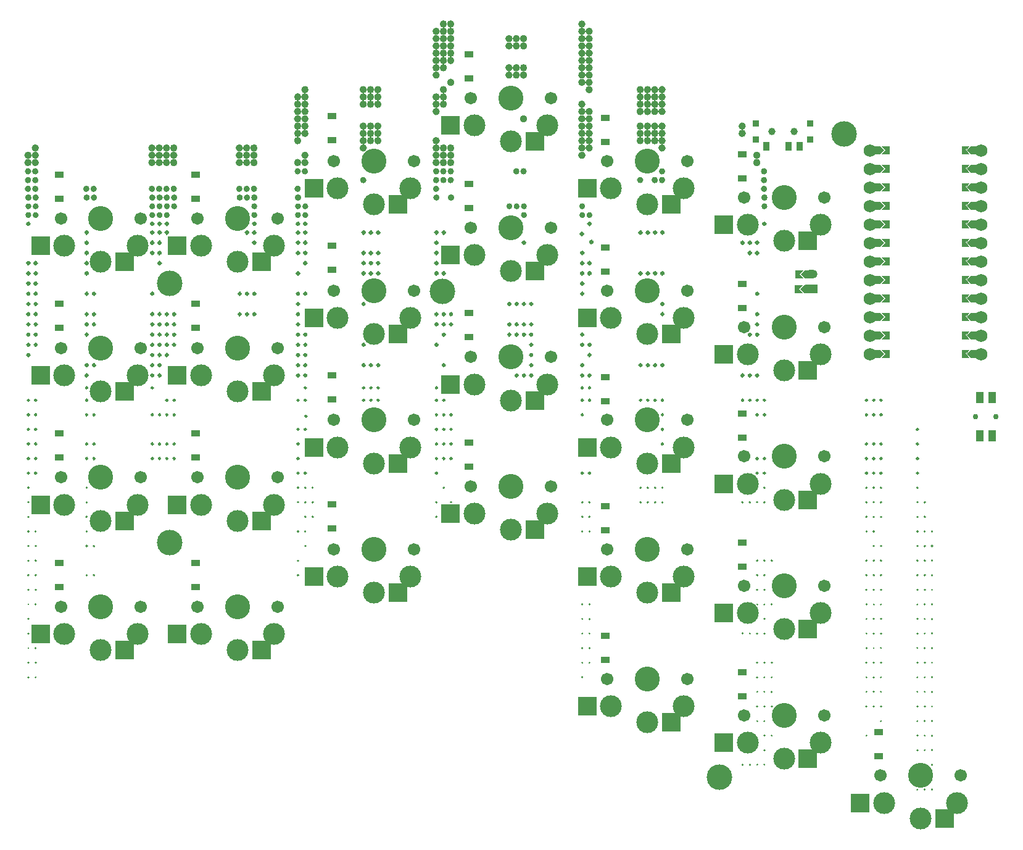
<source format=gbr>
%TF.GenerationSoftware,KiCad,Pcbnew,8.0.5*%
%TF.CreationDate,2024-10-08T15:48:39-07:00*%
%TF.ProjectId,qimera_pcb,71696d65-7261-45f7-9063-622e6b696361,v1.0.0*%
%TF.SameCoordinates,Original*%
%TF.FileFunction,Soldermask,Bot*%
%TF.FilePolarity,Negative*%
%FSLAX46Y46*%
G04 Gerber Fmt 4.6, Leading zero omitted, Abs format (unit mm)*
G04 Created by KiCad (PCBNEW 8.0.5) date 2024-10-08 15:48:39*
%MOMM*%
%LPD*%
G01*
G04 APERTURE LIST*
%ADD10C,0.350000*%
%ADD11C,0.200000*%
%ADD12C,0.150000*%
%ADD13C,0.250000*%
%ADD14C,0.300000*%
%ADD15C,0.500000*%
%ADD16C,0.400000*%
%ADD17C,0.450000*%
%ADD18C,0.050000*%
%ADD19C,1.701800*%
%ADD20C,3.000000*%
%ADD21C,3.429000*%
%ADD22R,2.600000X2.600000*%
%ADD23R,0.900000X0.900000*%
%ADD24C,1.000000*%
%ADD25R,0.900000X1.250000*%
%ADD26C,0.750000*%
%ADD27R,1.000000X1.550000*%
%ADD28R,1.200000X0.900000*%
%ADD29C,3.500000*%
%ADD30C,1.752600*%
%ADD31R,1.700000X1.200000*%
%ADD32O,1.700000X1.200000*%
G04 APERTURE END LIST*
D10*
X196225000Y-109100000D02*
G75*
G02*
X195875000Y-109100000I-175000J0D01*
G01*
X195875000Y-109100000D02*
G75*
G02*
X196225000Y-109100000I175000J0D01*
G01*
D11*
X241150000Y-153300000D02*
G75*
G02*
X240950000Y-153300000I-100000J0D01*
G01*
X240950000Y-153300000D02*
G75*
G02*
X241150000Y-153300000I100000J0D01*
G01*
D12*
X120125000Y-161300000D02*
G75*
G02*
X119975000Y-161300000I-75000J0D01*
G01*
X119975000Y-161300000D02*
G75*
G02*
X120125000Y-161300000I75000J0D01*
G01*
X242125000Y-179300000D02*
G75*
G02*
X241975000Y-179300000I-75000J0D01*
G01*
X241975000Y-179300000D02*
G75*
G02*
X242125000Y-179300000I75000J0D01*
G01*
D13*
X241175000Y-143300000D02*
G75*
G02*
X240925000Y-143300000I-125000J0D01*
G01*
X240925000Y-143300000D02*
G75*
G02*
X241175000Y-143300000I125000J0D01*
G01*
D11*
X157150000Y-145300000D02*
G75*
G02*
X156950000Y-145300000I-100000J0D01*
G01*
X156950000Y-145300000D02*
G75*
G02*
X157150000Y-145300000I100000J0D01*
G01*
D14*
X137200000Y-124300000D02*
G75*
G02*
X136900000Y-124300000I-150000J0D01*
G01*
X136900000Y-124300000D02*
G75*
G02*
X137200000Y-124300000I150000J0D01*
G01*
D12*
X220125000Y-179300000D02*
G75*
G02*
X219975000Y-179300000I-75000J0D01*
G01*
X219975000Y-179300000D02*
G75*
G02*
X220125000Y-179300000I75000J0D01*
G01*
D11*
X221150000Y-155300000D02*
G75*
G02*
X220950000Y-155300000I-100000J0D01*
G01*
X220950000Y-155300000D02*
G75*
G02*
X221150000Y-155300000I100000J0D01*
G01*
D15*
X206250000Y-91700000D02*
G75*
G02*
X205750000Y-91700000I-250000J0D01*
G01*
X205750000Y-91700000D02*
G75*
G02*
X206250000Y-91700000I250000J0D01*
G01*
D11*
X128150000Y-157300000D02*
G75*
G02*
X127950000Y-157300000I-100000J0D01*
G01*
X127950000Y-157300000D02*
G75*
G02*
X128150000Y-157300000I100000J0D01*
G01*
D12*
X234125000Y-167300000D02*
G75*
G02*
X233975000Y-167300000I-75000J0D01*
G01*
X233975000Y-167300000D02*
G75*
G02*
X234125000Y-167300000I75000J0D01*
G01*
D11*
X158150000Y-149300000D02*
G75*
G02*
X157950000Y-149300000I-100000J0D01*
G01*
X157950000Y-149300000D02*
G75*
G02*
X158150000Y-149300000I100000J0D01*
G01*
D13*
X235175000Y-139300000D02*
G75*
G02*
X234925000Y-139300000I-125000J0D01*
G01*
X234925000Y-139300000D02*
G75*
G02*
X235175000Y-139300000I125000J0D01*
G01*
D16*
X185250000Y-106700000D02*
G75*
G02*
X184850000Y-106700000I-200000J0D01*
G01*
X184850000Y-106700000D02*
G75*
G02*
X185250000Y-106700000I200000J0D01*
G01*
D13*
X241175000Y-139300000D02*
G75*
G02*
X240925000Y-139300000I-125000J0D01*
G01*
X240925000Y-139300000D02*
G75*
G02*
X241175000Y-139300000I125000J0D01*
G01*
D14*
X156200000Y-128500000D02*
G75*
G02*
X155900000Y-128500000I-150000J0D01*
G01*
X155900000Y-128500000D02*
G75*
G02*
X156200000Y-128500000I150000J0D01*
G01*
D17*
X220225000Y-101900000D02*
G75*
G02*
X219775000Y-101900000I-225000J0D01*
G01*
X219775000Y-101900000D02*
G75*
G02*
X220225000Y-101900000I225000J0D01*
G01*
D13*
X195175000Y-131600000D02*
G75*
G02*
X194925000Y-131600000I-125000J0D01*
G01*
X194925000Y-131600000D02*
G75*
G02*
X195175000Y-131600000I125000J0D01*
G01*
D11*
X234150000Y-145300000D02*
G75*
G02*
X233950000Y-145300000I-100000J0D01*
G01*
X233950000Y-145300000D02*
G75*
G02*
X234150000Y-145300000I100000J0D01*
G01*
D12*
X235125000Y-159300000D02*
G75*
G02*
X234975000Y-159300000I-75000J0D01*
G01*
X234975000Y-159300000D02*
G75*
G02*
X235125000Y-159300000I75000J0D01*
G01*
D11*
X176150000Y-145300000D02*
G75*
G02*
X175950000Y-145300000I-100000J0D01*
G01*
X175950000Y-145300000D02*
G75*
G02*
X176150000Y-145300000I100000J0D01*
G01*
D13*
X196175000Y-143300000D02*
G75*
G02*
X195925000Y-143300000I-125000J0D01*
G01*
X195925000Y-143300000D02*
G75*
G02*
X196175000Y-143300000I125000J0D01*
G01*
D10*
X195225000Y-117300000D02*
G75*
G02*
X194875000Y-117300000I-175000J0D01*
G01*
X194875000Y-117300000D02*
G75*
G02*
X195225000Y-117300000I175000J0D01*
G01*
D11*
X236150000Y-149300000D02*
G75*
G02*
X235950000Y-149300000I-100000J0D01*
G01*
X235950000Y-149300000D02*
G75*
G02*
X236150000Y-149300000I100000J0D01*
G01*
D13*
X176175000Y-139300000D02*
G75*
G02*
X175925000Y-139300000I-125000J0D01*
G01*
X175925000Y-139300000D02*
G75*
G02*
X176175000Y-139300000I125000J0D01*
G01*
X220175000Y-133300000D02*
G75*
G02*
X219925000Y-133300000I-125000J0D01*
G01*
X219925000Y-133300000D02*
G75*
G02*
X220175000Y-133300000I125000J0D01*
G01*
D14*
X128200000Y-122900000D02*
G75*
G02*
X127900000Y-122900000I-150000J0D01*
G01*
X127900000Y-122900000D02*
G75*
G02*
X128200000Y-122900000I150000J0D01*
G01*
X136200000Y-129900000D02*
G75*
G02*
X135900000Y-129900000I-150000J0D01*
G01*
X135900000Y-129900000D02*
G75*
G02*
X136200000Y-129900000I150000J0D01*
G01*
D11*
X235150000Y-151300000D02*
G75*
G02*
X234950000Y-151300000I-100000J0D01*
G01*
X234950000Y-151300000D02*
G75*
G02*
X235150000Y-151300000I100000J0D01*
G01*
X119150000Y-151300000D02*
G75*
G02*
X118950000Y-151300000I-100000J0D01*
G01*
X118950000Y-151300000D02*
G75*
G02*
X119150000Y-151300000I100000J0D01*
G01*
D10*
X165225000Y-114500000D02*
G75*
G02*
X164875000Y-114500000I-175000J0D01*
G01*
X164875000Y-114500000D02*
G75*
G02*
X165225000Y-114500000I175000J0D01*
G01*
D15*
X177250000Y-82700000D02*
G75*
G02*
X176750000Y-82700000I-250000J0D01*
G01*
X176750000Y-82700000D02*
G75*
G02*
X177250000Y-82700000I250000J0D01*
G01*
D13*
X119175000Y-133300000D02*
G75*
G02*
X118925000Y-133300000I-125000J0D01*
G01*
X118925000Y-133300000D02*
G75*
G02*
X119175000Y-133300000I125000J0D01*
G01*
D17*
X176225000Y-103100000D02*
G75*
G02*
X175775000Y-103100000I-225000J0D01*
G01*
X175775000Y-103100000D02*
G75*
G02*
X176225000Y-103100000I225000J0D01*
G01*
D16*
X138250000Y-106700000D02*
G75*
G02*
X137850000Y-106700000I-200000J0D01*
G01*
X137850000Y-106700000D02*
G75*
G02*
X138250000Y-106700000I200000J0D01*
G01*
D15*
X195250000Y-94700000D02*
G75*
G02*
X194750000Y-94700000I-250000J0D01*
G01*
X194750000Y-94700000D02*
G75*
G02*
X195250000Y-94700000I250000J0D01*
G01*
D11*
X218150000Y-147300000D02*
G75*
G02*
X217950000Y-147300000I-100000J0D01*
G01*
X217950000Y-147300000D02*
G75*
G02*
X218150000Y-147300000I100000J0D01*
G01*
D15*
X196250000Y-82700000D02*
G75*
G02*
X195750000Y-82700000I-250000J0D01*
G01*
X195750000Y-82700000D02*
G75*
G02*
X196250000Y-82700000I250000J0D01*
G01*
X186250000Y-87700000D02*
G75*
G02*
X185750000Y-87700000I-250000J0D01*
G01*
X185750000Y-87700000D02*
G75*
G02*
X186250000Y-87700000I250000J0D01*
G01*
D12*
X236125000Y-165300000D02*
G75*
G02*
X235975000Y-165300000I-75000J0D01*
G01*
X235975000Y-165300000D02*
G75*
G02*
X236125000Y-165300000I75000J0D01*
G01*
D15*
X156250000Y-100700000D02*
G75*
G02*
X155750000Y-100700000I-250000J0D01*
G01*
X155750000Y-100700000D02*
G75*
G02*
X156250000Y-100700000I250000J0D01*
G01*
D13*
X235175000Y-143300000D02*
G75*
G02*
X234925000Y-143300000I-125000J0D01*
G01*
X234925000Y-143300000D02*
G75*
G02*
X235175000Y-143300000I125000J0D01*
G01*
D14*
X128200000Y-128500000D02*
G75*
G02*
X127900000Y-128500000I-150000J0D01*
G01*
X127900000Y-128500000D02*
G75*
G02*
X128200000Y-128500000I150000J0D01*
G01*
D13*
X119175000Y-135300000D02*
G75*
G02*
X118925000Y-135300000I-125000J0D01*
G01*
X118925000Y-135300000D02*
G75*
G02*
X119175000Y-135300000I125000J0D01*
G01*
D12*
X235125000Y-169300000D02*
G75*
G02*
X234975000Y-169300000I-75000J0D01*
G01*
X234975000Y-169300000D02*
G75*
G02*
X235125000Y-169300000I75000J0D01*
G01*
X219125000Y-183300000D02*
G75*
G02*
X218975000Y-183300000I-75000J0D01*
G01*
X218975000Y-183300000D02*
G75*
G02*
X219125000Y-183300000I75000J0D01*
G01*
D15*
X149250000Y-98700000D02*
G75*
G02*
X148750000Y-98700000I-250000J0D01*
G01*
X148750000Y-98700000D02*
G75*
G02*
X149250000Y-98700000I250000J0D01*
G01*
D13*
X136175000Y-139300000D02*
G75*
G02*
X135925000Y-139300000I-125000J0D01*
G01*
X135925000Y-139300000D02*
G75*
G02*
X136175000Y-139300000I125000J0D01*
G01*
D15*
X196250000Y-98700000D02*
G75*
G02*
X195750000Y-98700000I-250000J0D01*
G01*
X195750000Y-98700000D02*
G75*
G02*
X196250000Y-98700000I250000J0D01*
G01*
D10*
X119225000Y-117300000D02*
G75*
G02*
X118875000Y-117300000I-175000J0D01*
G01*
X118875000Y-117300000D02*
G75*
G02*
X119225000Y-117300000I175000J0D01*
G01*
D15*
X204250000Y-92700000D02*
G75*
G02*
X203750000Y-92700000I-250000J0D01*
G01*
X203750000Y-92700000D02*
G75*
G02*
X204250000Y-92700000I250000J0D01*
G01*
X219250000Y-100700000D02*
G75*
G02*
X218750000Y-100700000I-250000J0D01*
G01*
X218750000Y-100700000D02*
G75*
G02*
X219250000Y-100700000I250000J0D01*
G01*
D13*
X120175000Y-143300000D02*
G75*
G02*
X119925000Y-143300000I-125000J0D01*
G01*
X119925000Y-143300000D02*
G75*
G02*
X120175000Y-143300000I125000J0D01*
G01*
D15*
X176250000Y-84700000D02*
G75*
G02*
X175750000Y-84700000I-250000J0D01*
G01*
X175750000Y-84700000D02*
G75*
G02*
X176250000Y-84700000I250000J0D01*
G01*
D17*
X220225000Y-103100000D02*
G75*
G02*
X219775000Y-103100000I-225000J0D01*
G01*
X219775000Y-103100000D02*
G75*
G02*
X220225000Y-103100000I225000J0D01*
G01*
D13*
X241175000Y-137300000D02*
G75*
G02*
X240925000Y-137300000I-125000J0D01*
G01*
X240925000Y-137300000D02*
G75*
G02*
X241175000Y-137300000I125000J0D01*
G01*
D12*
X235125000Y-171300000D02*
G75*
G02*
X234975000Y-171300000I-75000J0D01*
G01*
X234975000Y-171300000D02*
G75*
G02*
X235125000Y-171300000I75000J0D01*
G01*
D10*
X150225000Y-111700000D02*
G75*
G02*
X149875000Y-111700000I-175000J0D01*
G01*
X149875000Y-111700000D02*
G75*
G02*
X150225000Y-111700000I175000J0D01*
G01*
D13*
X157275000Y-135500000D02*
G75*
G02*
X157025000Y-135500000I-125000J0D01*
G01*
X157025000Y-135500000D02*
G75*
G02*
X157275000Y-135500000I125000J0D01*
G01*
X120175000Y-135300000D02*
G75*
G02*
X119925000Y-135300000I-125000J0D01*
G01*
X119925000Y-135300000D02*
G75*
G02*
X120175000Y-135300000I125000J0D01*
G01*
D15*
X196250000Y-86700000D02*
G75*
G02*
X195750000Y-86700000I-250000J0D01*
G01*
X195750000Y-86700000D02*
G75*
G02*
X196250000Y-86700000I250000J0D01*
G01*
X177250000Y-98700000D02*
G75*
G02*
X176750000Y-98700000I-250000J0D01*
G01*
X176750000Y-98700000D02*
G75*
G02*
X177250000Y-98700000I250000J0D01*
G01*
D12*
X241125000Y-173300000D02*
G75*
G02*
X240975000Y-173300000I-75000J0D01*
G01*
X240975000Y-173300000D02*
G75*
G02*
X241125000Y-173300000I75000J0D01*
G01*
D13*
X234175000Y-135300000D02*
G75*
G02*
X233925000Y-135300000I-125000J0D01*
G01*
X233925000Y-135300000D02*
G75*
G02*
X234175000Y-135300000I125000J0D01*
G01*
X138175000Y-135300000D02*
G75*
G02*
X137925000Y-135300000I-125000J0D01*
G01*
X137925000Y-135300000D02*
G75*
G02*
X138175000Y-135300000I125000J0D01*
G01*
D12*
X196125000Y-167300000D02*
G75*
G02*
X195975000Y-167300000I-75000J0D01*
G01*
X195975000Y-167300000D02*
G75*
G02*
X196125000Y-167300000I75000J0D01*
G01*
D16*
X187250000Y-106700000D02*
G75*
G02*
X186850000Y-106700000I-200000J0D01*
G01*
X186850000Y-106700000D02*
G75*
G02*
X187250000Y-106700000I200000J0D01*
G01*
D12*
X196125000Y-165300000D02*
G75*
G02*
X195975000Y-165300000I-75000J0D01*
G01*
X195975000Y-165300000D02*
G75*
G02*
X196125000Y-165300000I75000J0D01*
G01*
X220125000Y-169300000D02*
G75*
G02*
X219975000Y-169300000I-75000J0D01*
G01*
X219975000Y-169300000D02*
G75*
G02*
X220125000Y-169300000I75000J0D01*
G01*
D14*
X127200000Y-122900000D02*
G75*
G02*
X126900000Y-122900000I-150000J0D01*
G01*
X126900000Y-122900000D02*
G75*
G02*
X127200000Y-122900000I150000J0D01*
G01*
D12*
X195125000Y-165300000D02*
G75*
G02*
X194975000Y-165300000I-75000J0D01*
G01*
X194975000Y-165300000D02*
G75*
G02*
X195125000Y-165300000I75000J0D01*
G01*
D13*
X156175000Y-133300000D02*
G75*
G02*
X155925000Y-133300000I-125000J0D01*
G01*
X155925000Y-133300000D02*
G75*
G02*
X156175000Y-133300000I125000J0D01*
G01*
D15*
X150250000Y-100700000D02*
G75*
G02*
X149750000Y-100700000I-250000J0D01*
G01*
X149750000Y-100700000D02*
G75*
G02*
X150250000Y-100700000I250000J0D01*
G01*
D12*
X234125000Y-171300000D02*
G75*
G02*
X233975000Y-171300000I-75000J0D01*
G01*
X233975000Y-171300000D02*
G75*
G02*
X234125000Y-171300000I75000J0D01*
G01*
D15*
X167250000Y-97700000D02*
G75*
G02*
X166750000Y-97700000I-250000J0D01*
G01*
X166750000Y-97700000D02*
G75*
G02*
X167250000Y-97700000I250000J0D01*
G01*
D11*
X243150000Y-151300000D02*
G75*
G02*
X242950000Y-151300000I-100000J0D01*
G01*
X242950000Y-151300000D02*
G75*
G02*
X243150000Y-151300000I100000J0D01*
G01*
D15*
X205250000Y-93700000D02*
G75*
G02*
X204750000Y-93700000I-250000J0D01*
G01*
X204750000Y-93700000D02*
G75*
G02*
X205250000Y-93700000I250000J0D01*
G01*
D12*
X234125000Y-169300000D02*
G75*
G02*
X233975000Y-169300000I-75000J0D01*
G01*
X233975000Y-169300000D02*
G75*
G02*
X234125000Y-169300000I75000J0D01*
G01*
D17*
X176225000Y-101900000D02*
G75*
G02*
X175775000Y-101900000I-225000J0D01*
G01*
X175775000Y-101900000D02*
G75*
G02*
X176225000Y-101900000I225000J0D01*
G01*
D11*
X235150000Y-157300000D02*
G75*
G02*
X234950000Y-157300000I-100000J0D01*
G01*
X234950000Y-157300000D02*
G75*
G02*
X235150000Y-157300000I100000J0D01*
G01*
D15*
X195250000Y-96700000D02*
G75*
G02*
X194750000Y-96700000I-250000J0D01*
G01*
X194750000Y-96700000D02*
G75*
G02*
X195250000Y-96700000I250000J0D01*
G01*
D12*
X119125000Y-169300000D02*
G75*
G02*
X118975000Y-169300000I-75000J0D01*
G01*
X118975000Y-169300000D02*
G75*
G02*
X119125000Y-169300000I75000J0D01*
G01*
D14*
X195200000Y-125700000D02*
G75*
G02*
X194900000Y-125700000I-150000J0D01*
G01*
X194900000Y-125700000D02*
G75*
G02*
X195200000Y-125700000I150000J0D01*
G01*
D15*
X196250000Y-89700000D02*
G75*
G02*
X195750000Y-89700000I-250000J0D01*
G01*
X195750000Y-89700000D02*
G75*
G02*
X196250000Y-89700000I250000J0D01*
G01*
D14*
X120200000Y-125700000D02*
G75*
G02*
X119900000Y-125700000I-150000J0D01*
G01*
X119900000Y-125700000D02*
G75*
G02*
X120200000Y-125700000I150000J0D01*
G01*
D11*
X206150000Y-147300000D02*
G75*
G02*
X205950000Y-147300000I-100000J0D01*
G01*
X205950000Y-147300000D02*
G75*
G02*
X206150000Y-147300000I100000J0D01*
G01*
D15*
X176250000Y-99700000D02*
G75*
G02*
X175750000Y-99700000I-250000J0D01*
G01*
X175750000Y-99700000D02*
G75*
G02*
X176250000Y-99700000I250000J0D01*
G01*
X203250000Y-92700000D02*
G75*
G02*
X202750000Y-92700000I-250000J0D01*
G01*
X202750000Y-92700000D02*
G75*
G02*
X203250000Y-92700000I250000J0D01*
G01*
D10*
X206225000Y-110300000D02*
G75*
G02*
X205875000Y-110300000I-175000J0D01*
G01*
X205875000Y-110300000D02*
G75*
G02*
X206225000Y-110300000I175000J0D01*
G01*
D11*
X203150000Y-145300000D02*
G75*
G02*
X202950000Y-145300000I-100000J0D01*
G01*
X202950000Y-145300000D02*
G75*
G02*
X203150000Y-145300000I100000J0D01*
G01*
D14*
X156200000Y-121500000D02*
G75*
G02*
X155900000Y-121500000I-150000J0D01*
G01*
X155900000Y-121500000D02*
G75*
G02*
X156200000Y-121500000I150000J0D01*
G01*
D15*
X175250000Y-97700000D02*
G75*
G02*
X174750000Y-97700000I-250000J0D01*
G01*
X174750000Y-97700000D02*
G75*
G02*
X175250000Y-97700000I250000J0D01*
G01*
D12*
X235125000Y-167300000D02*
G75*
G02*
X234975000Y-167300000I-75000J0D01*
G01*
X234975000Y-167300000D02*
G75*
G02*
X235125000Y-167300000I75000J0D01*
G01*
D15*
X149250000Y-99700000D02*
G75*
G02*
X148750000Y-99700000I-250000J0D01*
G01*
X148750000Y-99700000D02*
G75*
G02*
X149250000Y-99700000I250000J0D01*
G01*
D11*
X219150000Y-147300000D02*
G75*
G02*
X218950000Y-147300000I-100000J0D01*
G01*
X218950000Y-147300000D02*
G75*
G02*
X219150000Y-147300000I100000J0D01*
G01*
D15*
X175250000Y-83700000D02*
G75*
G02*
X174750000Y-83700000I-250000J0D01*
G01*
X174750000Y-83700000D02*
G75*
G02*
X175250000Y-83700000I250000J0D01*
G01*
X176250000Y-98700000D02*
G75*
G02*
X175750000Y-98700000I-250000J0D01*
G01*
X175750000Y-98700000D02*
G75*
G02*
X176250000Y-98700000I250000J0D01*
G01*
D13*
X138175000Y-133300000D02*
G75*
G02*
X137925000Y-133300000I-125000J0D01*
G01*
X137925000Y-133300000D02*
G75*
G02*
X138175000Y-133300000I125000J0D01*
G01*
D15*
X175250000Y-85700000D02*
G75*
G02*
X174750000Y-85700000I-250000J0D01*
G01*
X174750000Y-85700000D02*
G75*
G02*
X175250000Y-85700000I250000J0D01*
G01*
D11*
X195150000Y-151300000D02*
G75*
G02*
X194950000Y-151300000I-100000J0D01*
G01*
X194950000Y-151300000D02*
G75*
G02*
X195150000Y-151300000I100000J0D01*
G01*
D15*
X120250000Y-98700000D02*
G75*
G02*
X119750000Y-98700000I-250000J0D01*
G01*
X119750000Y-98700000D02*
G75*
G02*
X120250000Y-98700000I250000J0D01*
G01*
D10*
X127225000Y-113100000D02*
G75*
G02*
X126875000Y-113100000I-175000J0D01*
G01*
X126875000Y-113100000D02*
G75*
G02*
X127225000Y-113100000I175000J0D01*
G01*
D17*
X220225000Y-104300000D02*
G75*
G02*
X219775000Y-104300000I-225000J0D01*
G01*
X219775000Y-104300000D02*
G75*
G02*
X220225000Y-104300000I225000J0D01*
G01*
D11*
X241150000Y-155300000D02*
G75*
G02*
X240950000Y-155300000I-100000J0D01*
G01*
X240950000Y-155300000D02*
G75*
G02*
X241150000Y-155300000I100000J0D01*
G01*
D13*
X128175000Y-139300000D02*
G75*
G02*
X127925000Y-139300000I-125000J0D01*
G01*
X127925000Y-139300000D02*
G75*
G02*
X128175000Y-139300000I125000J0D01*
G01*
D15*
X196250000Y-85700000D02*
G75*
G02*
X195750000Y-85700000I-250000J0D01*
G01*
X195750000Y-85700000D02*
G75*
G02*
X196250000Y-85700000I250000J0D01*
G01*
D10*
X156225000Y-115900000D02*
G75*
G02*
X155875000Y-115900000I-175000J0D01*
G01*
X155875000Y-115900000D02*
G75*
G02*
X156225000Y-115900000I175000J0D01*
G01*
D14*
X186200000Y-129900000D02*
G75*
G02*
X185900000Y-129900000I-150000J0D01*
G01*
X185900000Y-129900000D02*
G75*
G02*
X186200000Y-129900000I150000J0D01*
G01*
D15*
X203250000Y-90700000D02*
G75*
G02*
X202750000Y-90700000I-250000J0D01*
G01*
X202750000Y-90700000D02*
G75*
G02*
X203250000Y-90700000I250000J0D01*
G01*
D10*
X157225000Y-110300000D02*
G75*
G02*
X156875000Y-110300000I-175000J0D01*
G01*
X156875000Y-110300000D02*
G75*
G02*
X157225000Y-110300000I175000J0D01*
G01*
D14*
X177200000Y-122900000D02*
G75*
G02*
X176900000Y-122900000I-150000J0D01*
G01*
X176900000Y-122900000D02*
G75*
G02*
X177200000Y-122900000I150000J0D01*
G01*
D11*
X235150000Y-155300000D02*
G75*
G02*
X234950000Y-155300000I-100000J0D01*
G01*
X234950000Y-155300000D02*
G75*
G02*
X235150000Y-155300000I100000J0D01*
G01*
D14*
X138200000Y-121500000D02*
G75*
G02*
X137900000Y-121500000I-150000J0D01*
G01*
X137900000Y-121500000D02*
G75*
G02*
X138200000Y-121500000I150000J0D01*
G01*
D15*
X148250000Y-98700000D02*
G75*
G02*
X147750000Y-98700000I-250000J0D01*
G01*
X147750000Y-98700000D02*
G75*
G02*
X148250000Y-98700000I250000J0D01*
G01*
X119250000Y-100700000D02*
G75*
G02*
X118750000Y-100700000I-250000J0D01*
G01*
X118750000Y-100700000D02*
G75*
G02*
X119250000Y-100700000I250000J0D01*
G01*
D16*
X119250000Y-106700000D02*
G75*
G02*
X118850000Y-106700000I-200000J0D01*
G01*
X118850000Y-106700000D02*
G75*
G02*
X119250000Y-106700000I200000J0D01*
G01*
D14*
X119200000Y-122900000D02*
G75*
G02*
X118900000Y-122900000I-150000J0D01*
G01*
X118900000Y-122900000D02*
G75*
G02*
X119200000Y-122900000I150000J0D01*
G01*
D12*
X243125000Y-165300000D02*
G75*
G02*
X242975000Y-165300000I-75000J0D01*
G01*
X242975000Y-165300000D02*
G75*
G02*
X243125000Y-165300000I75000J0D01*
G01*
D15*
X195250000Y-95700000D02*
G75*
G02*
X194750000Y-95700000I-250000J0D01*
G01*
X194750000Y-95700000D02*
G75*
G02*
X195250000Y-95700000I250000J0D01*
G01*
X139250000Y-100700000D02*
G75*
G02*
X138750000Y-100700000I-250000J0D01*
G01*
X138750000Y-100700000D02*
G75*
G02*
X139250000Y-100700000I250000J0D01*
G01*
D14*
X157200000Y-128500000D02*
G75*
G02*
X156900000Y-128500000I-150000J0D01*
G01*
X156900000Y-128500000D02*
G75*
G02*
X157200000Y-128500000I150000J0D01*
G01*
D12*
X221125000Y-171300000D02*
G75*
G02*
X220975000Y-171300000I-75000J0D01*
G01*
X220975000Y-171300000D02*
G75*
G02*
X221125000Y-171300000I75000J0D01*
G01*
D14*
X176200000Y-121500000D02*
G75*
G02*
X175900000Y-121500000I-150000J0D01*
G01*
X175900000Y-121500000D02*
G75*
G02*
X176200000Y-121500000I150000J0D01*
G01*
D15*
X205250000Y-97700000D02*
G75*
G02*
X204750000Y-97700000I-250000J0D01*
G01*
X204750000Y-97700000D02*
G75*
G02*
X205250000Y-97700000I250000J0D01*
G01*
D10*
X166225000Y-113100000D02*
G75*
G02*
X165875000Y-113100000I-175000J0D01*
G01*
X165875000Y-113100000D02*
G75*
G02*
X166225000Y-113100000I175000J0D01*
G01*
D15*
X196250000Y-88700000D02*
G75*
G02*
X195750000Y-88700000I-250000J0D01*
G01*
X195750000Y-88700000D02*
G75*
G02*
X196250000Y-88700000I250000J0D01*
G01*
D14*
X157200000Y-118700000D02*
G75*
G02*
X156900000Y-118700000I-150000J0D01*
G01*
X156900000Y-118700000D02*
G75*
G02*
X157200000Y-118700000I150000J0D01*
G01*
D10*
X137225000Y-111700000D02*
G75*
G02*
X136875000Y-111700000I-175000J0D01*
G01*
X136875000Y-111700000D02*
G75*
G02*
X137225000Y-111700000I175000J0D01*
G01*
D14*
X176200000Y-122900000D02*
G75*
G02*
X175900000Y-122900000I-150000J0D01*
G01*
X175900000Y-122900000D02*
G75*
G02*
X176200000Y-122900000I150000J0D01*
G01*
D12*
X241125000Y-161300000D02*
G75*
G02*
X240975000Y-161300000I-75000J0D01*
G01*
X240975000Y-161300000D02*
G75*
G02*
X241125000Y-161300000I75000J0D01*
G01*
D15*
X157250000Y-92700000D02*
G75*
G02*
X156750000Y-92700000I-250000J0D01*
G01*
X156750000Y-92700000D02*
G75*
G02*
X157250000Y-92700000I250000J0D01*
G01*
X156250000Y-93700000D02*
G75*
G02*
X155750000Y-93700000I-250000J0D01*
G01*
X155750000Y-93700000D02*
G75*
G02*
X156250000Y-93700000I250000J0D01*
G01*
D16*
X220250000Y-106700000D02*
G75*
G02*
X219850000Y-106700000I-200000J0D01*
G01*
X219850000Y-106700000D02*
G75*
G02*
X220250000Y-106700000I200000J0D01*
G01*
D12*
X236125000Y-169300000D02*
G75*
G02*
X235975000Y-169300000I-75000J0D01*
G01*
X235975000Y-169300000D02*
G75*
G02*
X236125000Y-169300000I75000J0D01*
G01*
D16*
X150250000Y-106700000D02*
G75*
G02*
X149850000Y-106700000I-200000J0D01*
G01*
X149850000Y-106700000D02*
G75*
G02*
X150250000Y-106700000I200000J0D01*
G01*
D13*
X156175000Y-141300000D02*
G75*
G02*
X155925000Y-141300000I-125000J0D01*
G01*
X155925000Y-141300000D02*
G75*
G02*
X156175000Y-141300000I125000J0D01*
G01*
D10*
X120225000Y-115900000D02*
G75*
G02*
X119875000Y-115900000I-175000J0D01*
G01*
X119875000Y-115900000D02*
G75*
G02*
X120225000Y-115900000I175000J0D01*
G01*
D14*
X138200000Y-127100000D02*
G75*
G02*
X137900000Y-127100000I-150000J0D01*
G01*
X137900000Y-127100000D02*
G75*
G02*
X138200000Y-127100000I150000J0D01*
G01*
D13*
X195175000Y-143300000D02*
G75*
G02*
X194925000Y-143300000I-125000J0D01*
G01*
X194925000Y-143300000D02*
G75*
G02*
X195175000Y-143300000I125000J0D01*
G01*
D12*
X217125000Y-183300000D02*
G75*
G02*
X216975000Y-183300000I-75000J0D01*
G01*
X216975000Y-183300000D02*
G75*
G02*
X217125000Y-183300000I75000J0D01*
G01*
X242125000Y-181300000D02*
G75*
G02*
X241975000Y-181300000I-75000J0D01*
G01*
X241975000Y-181300000D02*
G75*
G02*
X242125000Y-181300000I75000J0D01*
G01*
D14*
X188200000Y-120100000D02*
G75*
G02*
X187900000Y-120100000I-150000J0D01*
G01*
X187900000Y-120100000D02*
G75*
G02*
X188200000Y-120100000I150000J0D01*
G01*
D15*
X157250000Y-94700000D02*
G75*
G02*
X156750000Y-94700000I-250000J0D01*
G01*
X156750000Y-94700000D02*
G75*
G02*
X157250000Y-94700000I250000J0D01*
G01*
D12*
X221125000Y-161300000D02*
G75*
G02*
X220975000Y-161300000I-75000J0D01*
G01*
X220975000Y-161300000D02*
G75*
G02*
X221125000Y-161300000I75000J0D01*
G01*
D15*
X166250000Y-95700000D02*
G75*
G02*
X165750000Y-95700000I-250000J0D01*
G01*
X165750000Y-95700000D02*
G75*
G02*
X166250000Y-95700000I250000J0D01*
G01*
D17*
X120225000Y-104300000D02*
G75*
G02*
X119775000Y-104300000I-225000J0D01*
G01*
X119775000Y-104300000D02*
G75*
G02*
X120225000Y-104300000I225000J0D01*
G01*
D13*
X218175000Y-133300000D02*
G75*
G02*
X217925000Y-133300000I-125000J0D01*
G01*
X217925000Y-133300000D02*
G75*
G02*
X218175000Y-133300000I125000J0D01*
G01*
D12*
X243125000Y-186700000D02*
G75*
G02*
X242975000Y-186700000I-75000J0D01*
G01*
X242975000Y-186700000D02*
G75*
G02*
X243125000Y-186700000I75000J0D01*
G01*
D13*
X137175000Y-139300000D02*
G75*
G02*
X136925000Y-139300000I-125000J0D01*
G01*
X136925000Y-139300000D02*
G75*
G02*
X137175000Y-139300000I125000J0D01*
G01*
X176175000Y-133300000D02*
G75*
G02*
X175925000Y-133300000I-125000J0D01*
G01*
X175925000Y-133300000D02*
G75*
G02*
X176175000Y-133300000I125000J0D01*
G01*
D15*
X206250000Y-92700000D02*
G75*
G02*
X205750000Y-92700000I-250000J0D01*
G01*
X205750000Y-92700000D02*
G75*
G02*
X206250000Y-92700000I250000J0D01*
G01*
X136250000Y-100700000D02*
G75*
G02*
X135750000Y-100700000I-250000J0D01*
G01*
X135750000Y-100700000D02*
G75*
G02*
X136250000Y-100700000I250000J0D01*
G01*
X157250000Y-95700000D02*
G75*
G02*
X156750000Y-95700000I-250000J0D01*
G01*
X156750000Y-95700000D02*
G75*
G02*
X157250000Y-95700000I250000J0D01*
G01*
D14*
X187200000Y-122900000D02*
G75*
G02*
X186900000Y-122900000I-150000J0D01*
G01*
X186900000Y-122900000D02*
G75*
G02*
X187200000Y-122900000I150000J0D01*
G01*
X157200000Y-129900000D02*
G75*
G02*
X156900000Y-129900000I-150000J0D01*
G01*
X156900000Y-129900000D02*
G75*
G02*
X157200000Y-129900000I150000J0D01*
G01*
D15*
X196250000Y-97700000D02*
G75*
G02*
X195750000Y-97700000I-250000J0D01*
G01*
X195750000Y-97700000D02*
G75*
G02*
X196250000Y-97700000I250000J0D01*
G01*
D10*
X175225000Y-111700000D02*
G75*
G02*
X174875000Y-111700000I-175000J0D01*
G01*
X174875000Y-111700000D02*
G75*
G02*
X175225000Y-111700000I175000J0D01*
G01*
D14*
X120200000Y-122900000D02*
G75*
G02*
X119900000Y-122900000I-150000J0D01*
G01*
X119900000Y-122900000D02*
G75*
G02*
X120200000Y-122900000I150000J0D01*
G01*
D11*
X242150000Y-149300000D02*
G75*
G02*
X241950000Y-149300000I-100000J0D01*
G01*
X241950000Y-149300000D02*
G75*
G02*
X242150000Y-149300000I100000J0D01*
G01*
D15*
X136250000Y-99700000D02*
G75*
G02*
X135750000Y-99700000I-250000J0D01*
G01*
X135750000Y-99700000D02*
G75*
G02*
X136250000Y-99700000I250000J0D01*
G01*
D12*
X120125000Y-167300000D02*
G75*
G02*
X119975000Y-167300000I-75000J0D01*
G01*
X119975000Y-167300000D02*
G75*
G02*
X120125000Y-167300000I75000J0D01*
G01*
D14*
X188200000Y-124300000D02*
G75*
G02*
X187900000Y-124300000I-150000J0D01*
G01*
X187900000Y-124300000D02*
G75*
G02*
X188200000Y-124300000I150000J0D01*
G01*
D13*
X177175000Y-139300000D02*
G75*
G02*
X176925000Y-139300000I-125000J0D01*
G01*
X176925000Y-139300000D02*
G75*
G02*
X177175000Y-139300000I125000J0D01*
G01*
X127175000Y-141300000D02*
G75*
G02*
X126925000Y-141300000I-125000J0D01*
G01*
X126925000Y-141300000D02*
G75*
G02*
X127175000Y-141300000I125000J0D01*
G01*
D14*
X219200000Y-124300000D02*
G75*
G02*
X218900000Y-124300000I-150000J0D01*
G01*
X218900000Y-124300000D02*
G75*
G02*
X219200000Y-124300000I150000J0D01*
G01*
D13*
X138175000Y-141300000D02*
G75*
G02*
X137925000Y-141300000I-125000J0D01*
G01*
X137925000Y-141300000D02*
G75*
G02*
X138175000Y-141300000I125000J0D01*
G01*
D15*
X175250000Y-84700000D02*
G75*
G02*
X174750000Y-84700000I-250000J0D01*
G01*
X174750000Y-84700000D02*
G75*
G02*
X175250000Y-84700000I250000J0D01*
G01*
D17*
X119225000Y-104300000D02*
G75*
G02*
X118775000Y-104300000I-225000J0D01*
G01*
X118775000Y-104300000D02*
G75*
G02*
X119225000Y-104300000I225000J0D01*
G01*
D10*
X196475000Y-111600000D02*
G75*
G02*
X196125000Y-111600000I-175000J0D01*
G01*
X196125000Y-111600000D02*
G75*
G02*
X196475000Y-111600000I175000J0D01*
G01*
D15*
X167250000Y-95700000D02*
G75*
G02*
X166750000Y-95700000I-250000J0D01*
G01*
X166750000Y-95700000D02*
G75*
G02*
X167250000Y-95700000I250000J0D01*
G01*
X177250000Y-84700000D02*
G75*
G02*
X176750000Y-84700000I-250000J0D01*
G01*
X176750000Y-84700000D02*
G75*
G02*
X177250000Y-84700000I250000J0D01*
G01*
D16*
X138250000Y-107900000D02*
G75*
G02*
X137850000Y-107900000I-200000J0D01*
G01*
X137850000Y-107900000D02*
G75*
G02*
X138250000Y-107900000I200000J0D01*
G01*
D14*
X186200000Y-120100000D02*
G75*
G02*
X185900000Y-120100000I-150000J0D01*
G01*
X185900000Y-120100000D02*
G75*
G02*
X186200000Y-120100000I150000J0D01*
G01*
D17*
X150225000Y-104300000D02*
G75*
G02*
X149775000Y-104300000I-225000J0D01*
G01*
X149775000Y-104300000D02*
G75*
G02*
X150225000Y-104300000I225000J0D01*
G01*
D10*
X196225000Y-115900000D02*
G75*
G02*
X195875000Y-115900000I-175000J0D01*
G01*
X195875000Y-115900000D02*
G75*
G02*
X196225000Y-115900000I175000J0D01*
G01*
D12*
X221125000Y-173300000D02*
G75*
G02*
X220975000Y-173300000I-75000J0D01*
G01*
X220975000Y-173300000D02*
G75*
G02*
X221125000Y-173300000I75000J0D01*
G01*
D10*
X127225000Y-115900000D02*
G75*
G02*
X126875000Y-115900000I-175000J0D01*
G01*
X126875000Y-115900000D02*
G75*
G02*
X127225000Y-115900000I175000J0D01*
G01*
X165225000Y-110300000D02*
G75*
G02*
X164875000Y-110300000I-175000J0D01*
G01*
X164875000Y-110300000D02*
G75*
G02*
X165225000Y-110300000I175000J0D01*
G01*
D13*
X206175000Y-135300000D02*
G75*
G02*
X205925000Y-135300000I-125000J0D01*
G01*
X205925000Y-135300000D02*
G75*
G02*
X206175000Y-135300000I125000J0D01*
G01*
D11*
X235150000Y-147300000D02*
G75*
G02*
X234950000Y-147300000I-100000J0D01*
G01*
X234950000Y-147300000D02*
G75*
G02*
X235150000Y-147300000I100000J0D01*
G01*
D14*
X188200000Y-128500000D02*
G75*
G02*
X187900000Y-128500000I-150000J0D01*
G01*
X187900000Y-128500000D02*
G75*
G02*
X188200000Y-128500000I150000J0D01*
G01*
D12*
X236125000Y-167300000D02*
G75*
G02*
X235975000Y-167300000I-75000J0D01*
G01*
X235975000Y-167300000D02*
G75*
G02*
X236125000Y-167300000I75000J0D01*
G01*
D15*
X196250000Y-93700000D02*
G75*
G02*
X195750000Y-93700000I-250000J0D01*
G01*
X195750000Y-93700000D02*
G75*
G02*
X196250000Y-93700000I250000J0D01*
G01*
D10*
X204225000Y-115900000D02*
G75*
G02*
X203875000Y-115900000I-175000J0D01*
G01*
X203875000Y-115900000D02*
G75*
G02*
X204225000Y-115900000I175000J0D01*
G01*
D17*
X175225000Y-101900000D02*
G75*
G02*
X174775000Y-101900000I-225000J0D01*
G01*
X174775000Y-101900000D02*
G75*
G02*
X175225000Y-101900000I225000J0D01*
G01*
D15*
X157250000Y-90700000D02*
G75*
G02*
X156750000Y-90700000I-250000J0D01*
G01*
X156750000Y-90700000D02*
G75*
G02*
X157250000Y-90700000I250000J0D01*
G01*
D14*
X119200000Y-124300000D02*
G75*
G02*
X118900000Y-124300000I-150000J0D01*
G01*
X118900000Y-124300000D02*
G75*
G02*
X119200000Y-124300000I150000J0D01*
G01*
D10*
X196225000Y-114500000D02*
G75*
G02*
X195875000Y-114500000I-175000J0D01*
G01*
X195875000Y-114500000D02*
G75*
G02*
X196225000Y-114500000I175000J0D01*
G01*
D13*
X195175000Y-133300000D02*
G75*
G02*
X194925000Y-133300000I-125000J0D01*
G01*
X194925000Y-133300000D02*
G75*
G02*
X195175000Y-133300000I125000J0D01*
G01*
D14*
X186200000Y-122900000D02*
G75*
G02*
X185900000Y-122900000I-150000J0D01*
G01*
X185900000Y-122900000D02*
G75*
G02*
X186200000Y-122900000I150000J0D01*
G01*
D13*
X127175000Y-135300000D02*
G75*
G02*
X126925000Y-135300000I-125000J0D01*
G01*
X126925000Y-135300000D02*
G75*
G02*
X127175000Y-135300000I125000J0D01*
G01*
D14*
X149200000Y-121500000D02*
G75*
G02*
X148900000Y-121500000I-150000J0D01*
G01*
X148900000Y-121500000D02*
G75*
G02*
X149200000Y-121500000I150000J0D01*
G01*
D11*
X156150000Y-157300000D02*
G75*
G02*
X155950000Y-157300000I-100000J0D01*
G01*
X155950000Y-157300000D02*
G75*
G02*
X156150000Y-157300000I100000J0D01*
G01*
D10*
X167225000Y-110300000D02*
G75*
G02*
X166875000Y-110300000I-175000J0D01*
G01*
X166875000Y-110300000D02*
G75*
G02*
X167225000Y-110300000I175000J0D01*
G01*
D15*
X196250000Y-84700000D02*
G75*
G02*
X195750000Y-84700000I-250000J0D01*
G01*
X195750000Y-84700000D02*
G75*
G02*
X196250000Y-84700000I250000J0D01*
G01*
X206250000Y-95700000D02*
G75*
G02*
X205750000Y-95700000I-250000J0D01*
G01*
X205750000Y-95700000D02*
G75*
G02*
X206250000Y-95700000I250000J0D01*
G01*
D13*
X136175000Y-141300000D02*
G75*
G02*
X135925000Y-141300000I-125000J0D01*
G01*
X135925000Y-141300000D02*
G75*
G02*
X136175000Y-141300000I125000J0D01*
G01*
D12*
X241125000Y-175300000D02*
G75*
G02*
X240975000Y-175300000I-75000J0D01*
G01*
X240975000Y-175300000D02*
G75*
G02*
X241125000Y-175300000I75000J0D01*
G01*
X234125000Y-173300000D02*
G75*
G02*
X233975000Y-173300000I-75000J0D01*
G01*
X233975000Y-173300000D02*
G75*
G02*
X234125000Y-173300000I75000J0D01*
G01*
D10*
X127225000Y-111700000D02*
G75*
G02*
X126875000Y-111700000I-175000J0D01*
G01*
X126875000Y-111700000D02*
G75*
G02*
X127225000Y-111700000I175000J0D01*
G01*
D15*
X156250000Y-97700000D02*
G75*
G02*
X155750000Y-97700000I-250000J0D01*
G01*
X155750000Y-97700000D02*
G75*
G02*
X156250000Y-97700000I250000J0D01*
G01*
D10*
X167225000Y-114500000D02*
G75*
G02*
X166875000Y-114500000I-175000J0D01*
G01*
X166875000Y-114500000D02*
G75*
G02*
X167225000Y-114500000I175000J0D01*
G01*
D11*
X119150000Y-157300000D02*
G75*
G02*
X118950000Y-157300000I-100000J0D01*
G01*
X118950000Y-157300000D02*
G75*
G02*
X119150000Y-157300000I100000J0D01*
G01*
D16*
X139250000Y-106700000D02*
G75*
G02*
X138850000Y-106700000I-200000J0D01*
G01*
X138850000Y-106700000D02*
G75*
G02*
X139250000Y-106700000I200000J0D01*
G01*
D10*
X195225000Y-114500000D02*
G75*
G02*
X194875000Y-114500000I-175000J0D01*
G01*
X194875000Y-114500000D02*
G75*
G02*
X195225000Y-114500000I175000J0D01*
G01*
D13*
X236175000Y-139300000D02*
G75*
G02*
X235925000Y-139300000I-125000J0D01*
G01*
X235925000Y-139300000D02*
G75*
G02*
X236175000Y-139300000I125000J0D01*
G01*
D11*
X234150000Y-149300000D02*
G75*
G02*
X233950000Y-149300000I-100000J0D01*
G01*
X233950000Y-149300000D02*
G75*
G02*
X234150000Y-149300000I100000J0D01*
G01*
D15*
X195250000Y-93700000D02*
G75*
G02*
X194750000Y-93700000I-250000J0D01*
G01*
X194750000Y-93700000D02*
G75*
G02*
X195250000Y-93700000I250000J0D01*
G01*
D11*
X206150000Y-145300000D02*
G75*
G02*
X205950000Y-145300000I-100000J0D01*
G01*
X205950000Y-145300000D02*
G75*
G02*
X206150000Y-145300000I100000J0D01*
G01*
D14*
X188200000Y-127100000D02*
G75*
G02*
X187900000Y-127100000I-150000J0D01*
G01*
X187900000Y-127100000D02*
G75*
G02*
X188200000Y-127100000I150000J0D01*
G01*
D15*
X195250000Y-88700000D02*
G75*
G02*
X194750000Y-88700000I-250000J0D01*
G01*
X194750000Y-88700000D02*
G75*
G02*
X195250000Y-88700000I250000J0D01*
G01*
D16*
X187250000Y-107900000D02*
G75*
G02*
X186850000Y-107900000I-200000J0D01*
G01*
X186850000Y-107900000D02*
G75*
G02*
X187250000Y-107900000I200000J0D01*
G01*
D14*
X218200000Y-129900000D02*
G75*
G02*
X217900000Y-129900000I-150000J0D01*
G01*
X217900000Y-129900000D02*
G75*
G02*
X218200000Y-129900000I150000J0D01*
G01*
D11*
X127150000Y-145300000D02*
G75*
G02*
X126950000Y-145300000I-100000J0D01*
G01*
X126950000Y-145300000D02*
G75*
G02*
X127150000Y-145300000I100000J0D01*
G01*
D12*
X236125000Y-175300000D02*
G75*
G02*
X235975000Y-175300000I-75000J0D01*
G01*
X235975000Y-175300000D02*
G75*
G02*
X236125000Y-175300000I75000J0D01*
G01*
D15*
X205250000Y-96700000D02*
G75*
G02*
X204750000Y-96700000I-250000J0D01*
G01*
X204750000Y-96700000D02*
G75*
G02*
X205250000Y-96700000I250000J0D01*
G01*
D14*
X119200000Y-121500000D02*
G75*
G02*
X118900000Y-121500000I-150000J0D01*
G01*
X118900000Y-121500000D02*
G75*
G02*
X119200000Y-121500000I150000J0D01*
G01*
D11*
X157150000Y-153300000D02*
G75*
G02*
X156950000Y-153300000I-100000J0D01*
G01*
X156950000Y-153300000D02*
G75*
G02*
X157150000Y-153300000I100000J0D01*
G01*
D17*
X206225000Y-101900000D02*
G75*
G02*
X205775000Y-101900000I-225000J0D01*
G01*
X205775000Y-101900000D02*
G75*
G02*
X206225000Y-101900000I225000J0D01*
G01*
D13*
X175175000Y-141300000D02*
G75*
G02*
X174925000Y-141300000I-125000J0D01*
G01*
X174925000Y-141300000D02*
G75*
G02*
X175175000Y-141300000I125000J0D01*
G01*
D14*
X165200000Y-125700000D02*
G75*
G02*
X164900000Y-125700000I-150000J0D01*
G01*
X164900000Y-125700000D02*
G75*
G02*
X165200000Y-125700000I150000J0D01*
G01*
X119200000Y-120100000D02*
G75*
G02*
X118900000Y-120100000I-150000J0D01*
G01*
X118900000Y-120100000D02*
G75*
G02*
X119200000Y-120100000I150000J0D01*
G01*
D16*
X156250000Y-106700000D02*
G75*
G02*
X155850000Y-106700000I-200000J0D01*
G01*
X155850000Y-106700000D02*
G75*
G02*
X156250000Y-106700000I200000J0D01*
G01*
D11*
X177150000Y-147300000D02*
G75*
G02*
X176950000Y-147300000I-100000J0D01*
G01*
X176950000Y-147300000D02*
G75*
G02*
X177150000Y-147300000I100000J0D01*
G01*
D13*
X127175000Y-139300000D02*
G75*
G02*
X126925000Y-139300000I-125000J0D01*
G01*
X126925000Y-139300000D02*
G75*
G02*
X127175000Y-139300000I125000J0D01*
G01*
D11*
X175150000Y-149300000D02*
G75*
G02*
X174950000Y-149300000I-100000J0D01*
G01*
X174950000Y-149300000D02*
G75*
G02*
X175150000Y-149300000I100000J0D01*
G01*
D15*
X165250000Y-92700000D02*
G75*
G02*
X164750000Y-92700000I-250000J0D01*
G01*
X164750000Y-92700000D02*
G75*
G02*
X165250000Y-92700000I250000J0D01*
G01*
D10*
X219225000Y-113100000D02*
G75*
G02*
X218875000Y-113100000I-175000J0D01*
G01*
X218875000Y-113100000D02*
G75*
G02*
X219225000Y-113100000I175000J0D01*
G01*
D13*
X119175000Y-141300000D02*
G75*
G02*
X118925000Y-141300000I-125000J0D01*
G01*
X118925000Y-141300000D02*
G75*
G02*
X119175000Y-141300000I125000J0D01*
G01*
X138175000Y-139300000D02*
G75*
G02*
X137925000Y-139300000I-125000J0D01*
G01*
X137925000Y-139300000D02*
G75*
G02*
X138175000Y-139300000I125000J0D01*
G01*
D14*
X148200000Y-118700000D02*
G75*
G02*
X147900000Y-118700000I-150000J0D01*
G01*
X147900000Y-118700000D02*
G75*
G02*
X148200000Y-118700000I150000J0D01*
G01*
D17*
X119225000Y-103100000D02*
G75*
G02*
X118775000Y-103100000I-225000J0D01*
G01*
X118775000Y-103100000D02*
G75*
G02*
X119225000Y-103100000I225000J0D01*
G01*
D12*
X220125000Y-175300000D02*
G75*
G02*
X219975000Y-175300000I-75000J0D01*
G01*
X219975000Y-175300000D02*
G75*
G02*
X220125000Y-175300000I75000J0D01*
G01*
D14*
X127200000Y-118700000D02*
G75*
G02*
X126900000Y-118700000I-150000J0D01*
G01*
X126900000Y-118700000D02*
G75*
G02*
X127200000Y-118700000I150000J0D01*
G01*
D10*
X218225000Y-111700000D02*
G75*
G02*
X217875000Y-111700000I-175000J0D01*
G01*
X217875000Y-111700000D02*
G75*
G02*
X218225000Y-111700000I175000J0D01*
G01*
X138225000Y-109100000D02*
G75*
G02*
X137875000Y-109100000I-175000J0D01*
G01*
X137875000Y-109100000D02*
G75*
G02*
X138225000Y-109100000I175000J0D01*
G01*
D12*
X221125000Y-179300000D02*
G75*
G02*
X220975000Y-179300000I-75000J0D01*
G01*
X220975000Y-179300000D02*
G75*
G02*
X221125000Y-179300000I75000J0D01*
G01*
D14*
X195200000Y-118700000D02*
G75*
G02*
X194900000Y-118700000I-150000J0D01*
G01*
X194900000Y-118700000D02*
G75*
G02*
X195200000Y-118700000I150000J0D01*
G01*
D12*
X242125000Y-186700000D02*
G75*
G02*
X241975000Y-186700000I-75000J0D01*
G01*
X241975000Y-186700000D02*
G75*
G02*
X242125000Y-186700000I75000J0D01*
G01*
D13*
X219175000Y-135300000D02*
G75*
G02*
X218925000Y-135300000I-125000J0D01*
G01*
X218925000Y-135300000D02*
G75*
G02*
X219175000Y-135300000I125000J0D01*
G01*
X157175000Y-137300000D02*
G75*
G02*
X156925000Y-137300000I-125000J0D01*
G01*
X156925000Y-137300000D02*
G75*
G02*
X157175000Y-137300000I125000J0D01*
G01*
D15*
X195250000Y-92700000D02*
G75*
G02*
X194750000Y-92700000I-250000J0D01*
G01*
X194750000Y-92700000D02*
G75*
G02*
X195250000Y-92700000I250000J0D01*
G01*
D13*
X175175000Y-139300000D02*
G75*
G02*
X174925000Y-139300000I-125000J0D01*
G01*
X174925000Y-139300000D02*
G75*
G02*
X175175000Y-139300000I125000J0D01*
G01*
D10*
X119225000Y-109100000D02*
G75*
G02*
X118875000Y-109100000I-175000J0D01*
G01*
X118875000Y-109100000D02*
G75*
G02*
X119225000Y-109100000I175000J0D01*
G01*
D15*
X150250000Y-99700000D02*
G75*
G02*
X149750000Y-99700000I-250000J0D01*
G01*
X149750000Y-99700000D02*
G75*
G02*
X150250000Y-99700000I250000J0D01*
G01*
D14*
X157200000Y-124300000D02*
G75*
G02*
X156900000Y-124300000I-150000J0D01*
G01*
X156900000Y-124300000D02*
G75*
G02*
X157200000Y-124300000I150000J0D01*
G01*
D12*
X242125000Y-169300000D02*
G75*
G02*
X241975000Y-169300000I-75000J0D01*
G01*
X241975000Y-169300000D02*
G75*
G02*
X242125000Y-169300000I75000J0D01*
G01*
D15*
X195250000Y-86700000D02*
G75*
G02*
X194750000Y-86700000I-250000J0D01*
G01*
X194750000Y-86700000D02*
G75*
G02*
X195250000Y-86700000I250000J0D01*
G01*
D11*
X243150000Y-153300000D02*
G75*
G02*
X242950000Y-153300000I-100000J0D01*
G01*
X242950000Y-153300000D02*
G75*
G02*
X243150000Y-153300000I100000J0D01*
G01*
D15*
X203250000Y-93700000D02*
G75*
G02*
X202750000Y-93700000I-250000J0D01*
G01*
X202750000Y-93700000D02*
G75*
G02*
X203250000Y-93700000I250000J0D01*
G01*
D13*
X206175000Y-133300000D02*
G75*
G02*
X205925000Y-133300000I-125000J0D01*
G01*
X205925000Y-133300000D02*
G75*
G02*
X206175000Y-133300000I125000J0D01*
G01*
X119175000Y-143300000D02*
G75*
G02*
X118925000Y-143300000I-125000J0D01*
G01*
X118925000Y-143300000D02*
G75*
G02*
X119175000Y-143300000I125000J0D01*
G01*
X166175000Y-133300000D02*
G75*
G02*
X165925000Y-133300000I-125000J0D01*
G01*
X165925000Y-133300000D02*
G75*
G02*
X166175000Y-133300000I125000J0D01*
G01*
D12*
X243125000Y-169300000D02*
G75*
G02*
X242975000Y-169300000I-75000J0D01*
G01*
X242975000Y-169300000D02*
G75*
G02*
X243125000Y-169300000I75000J0D01*
G01*
X195125000Y-161300000D02*
G75*
G02*
X194975000Y-161300000I-75000J0D01*
G01*
X194975000Y-161300000D02*
G75*
G02*
X195125000Y-161300000I75000J0D01*
G01*
D15*
X176250000Y-91700000D02*
G75*
G02*
X175750000Y-91700000I-250000J0D01*
G01*
X175750000Y-91700000D02*
G75*
G02*
X176250000Y-91700000I250000J0D01*
G01*
X205250000Y-95700000D02*
G75*
G02*
X204750000Y-95700000I-250000J0D01*
G01*
X204750000Y-95700000D02*
G75*
G02*
X205250000Y-95700000I250000J0D01*
G01*
D10*
X136225000Y-109100000D02*
G75*
G02*
X135875000Y-109100000I-175000J0D01*
G01*
X135875000Y-109100000D02*
G75*
G02*
X136225000Y-109100000I175000J0D01*
G01*
D14*
X196200000Y-129900000D02*
G75*
G02*
X195900000Y-129900000I-150000J0D01*
G01*
X195900000Y-129900000D02*
G75*
G02*
X196200000Y-129900000I150000J0D01*
G01*
D12*
X241125000Y-183300000D02*
G75*
G02*
X240975000Y-183300000I-75000J0D01*
G01*
X240975000Y-183300000D02*
G75*
G02*
X241125000Y-183300000I75000J0D01*
G01*
D10*
X136225000Y-110300000D02*
G75*
G02*
X135875000Y-110300000I-175000J0D01*
G01*
X135875000Y-110300000D02*
G75*
G02*
X136225000Y-110300000I175000J0D01*
G01*
D15*
X165250000Y-98700000D02*
G75*
G02*
X164750000Y-98700000I-250000J0D01*
G01*
X164750000Y-98700000D02*
G75*
G02*
X165250000Y-98700000I250000J0D01*
G01*
D14*
X205200000Y-128500000D02*
G75*
G02*
X204900000Y-128500000I-150000J0D01*
G01*
X204900000Y-128500000D02*
G75*
G02*
X205200000Y-128500000I150000J0D01*
G01*
D12*
X195125000Y-169300000D02*
G75*
G02*
X194975000Y-169300000I-75000J0D01*
G01*
X194975000Y-169300000D02*
G75*
G02*
X195125000Y-169300000I75000J0D01*
G01*
D11*
X127150000Y-149300000D02*
G75*
G02*
X126950000Y-149300000I-100000J0D01*
G01*
X126950000Y-149300000D02*
G75*
G02*
X127150000Y-149300000I100000J0D01*
G01*
X195150000Y-149300000D02*
G75*
G02*
X194950000Y-149300000I-100000J0D01*
G01*
X194950000Y-149300000D02*
G75*
G02*
X195150000Y-149300000I100000J0D01*
G01*
D12*
X235125000Y-175300000D02*
G75*
G02*
X234975000Y-175300000I-75000J0D01*
G01*
X234975000Y-175300000D02*
G75*
G02*
X235125000Y-175300000I75000J0D01*
G01*
D14*
X137200000Y-129900000D02*
G75*
G02*
X136900000Y-129900000I-150000J0D01*
G01*
X136900000Y-129900000D02*
G75*
G02*
X137200000Y-129900000I150000J0D01*
G01*
D15*
X196250000Y-90700000D02*
G75*
G02*
X195750000Y-90700000I-250000J0D01*
G01*
X195750000Y-90700000D02*
G75*
G02*
X196250000Y-90700000I250000J0D01*
G01*
X195250000Y-97700000D02*
G75*
G02*
X194750000Y-97700000I-250000J0D01*
G01*
X194750000Y-97700000D02*
G75*
G02*
X195250000Y-97700000I250000J0D01*
G01*
D10*
X157225000Y-111700000D02*
G75*
G02*
X156875000Y-111700000I-175000J0D01*
G01*
X156875000Y-111700000D02*
G75*
G02*
X157225000Y-111700000I175000J0D01*
G01*
D14*
X139200000Y-124300000D02*
G75*
G02*
X138900000Y-124300000I-150000J0D01*
G01*
X138900000Y-124300000D02*
G75*
G02*
X139200000Y-124300000I150000J0D01*
G01*
D12*
X242125000Y-165300000D02*
G75*
G02*
X241975000Y-165300000I-75000J0D01*
G01*
X241975000Y-165300000D02*
G75*
G02*
X242125000Y-165300000I75000J0D01*
G01*
D13*
X137175000Y-135300000D02*
G75*
G02*
X136925000Y-135300000I-125000J0D01*
G01*
X136925000Y-135300000D02*
G75*
G02*
X137175000Y-135300000I125000J0D01*
G01*
D12*
X243125000Y-177300000D02*
G75*
G02*
X242975000Y-177300000I-75000J0D01*
G01*
X242975000Y-177300000D02*
G75*
G02*
X243125000Y-177300000I75000J0D01*
G01*
D14*
X119200000Y-125700000D02*
G75*
G02*
X118900000Y-125700000I-150000J0D01*
G01*
X118900000Y-125700000D02*
G75*
G02*
X119200000Y-125700000I150000J0D01*
G01*
D13*
X203175000Y-133300000D02*
G75*
G02*
X202925000Y-133300000I-125000J0D01*
G01*
X202925000Y-133300000D02*
G75*
G02*
X203175000Y-133300000I125000J0D01*
G01*
D15*
X175250000Y-88700000D02*
G75*
G02*
X174750000Y-88700000I-250000J0D01*
G01*
X174750000Y-88700000D02*
G75*
G02*
X175250000Y-88700000I250000J0D01*
G01*
D13*
X234175000Y-143300000D02*
G75*
G02*
X233925000Y-143300000I-125000J0D01*
G01*
X233925000Y-143300000D02*
G75*
G02*
X234175000Y-143300000I125000J0D01*
G01*
X120175000Y-133300000D02*
G75*
G02*
X119925000Y-133300000I-125000J0D01*
G01*
X119925000Y-133300000D02*
G75*
G02*
X120175000Y-133300000I125000J0D01*
G01*
X219175000Y-143300000D02*
G75*
G02*
X218925000Y-143300000I-125000J0D01*
G01*
X218925000Y-143300000D02*
G75*
G02*
X219175000Y-143300000I125000J0D01*
G01*
D14*
X175200000Y-121500000D02*
G75*
G02*
X174900000Y-121500000I-150000J0D01*
G01*
X174900000Y-121500000D02*
G75*
G02*
X175200000Y-121500000I150000J0D01*
G01*
D15*
X204250000Y-95700000D02*
G75*
G02*
X203750000Y-95700000I-250000J0D01*
G01*
X203750000Y-95700000D02*
G75*
G02*
X204250000Y-95700000I250000J0D01*
G01*
D11*
X120150000Y-157300000D02*
G75*
G02*
X119950000Y-157300000I-100000J0D01*
G01*
X119950000Y-157300000D02*
G75*
G02*
X120150000Y-157300000I100000J0D01*
G01*
X234150000Y-155300000D02*
G75*
G02*
X233950000Y-155300000I-100000J0D01*
G01*
X233950000Y-155300000D02*
G75*
G02*
X234150000Y-155300000I100000J0D01*
G01*
X219150000Y-155300000D02*
G75*
G02*
X218950000Y-155300000I-100000J0D01*
G01*
X218950000Y-155300000D02*
G75*
G02*
X219150000Y-155300000I100000J0D01*
G01*
D15*
X185250000Y-88700000D02*
G75*
G02*
X184750000Y-88700000I-250000J0D01*
G01*
X184750000Y-88700000D02*
G75*
G02*
X185250000Y-88700000I250000J0D01*
G01*
X176250000Y-92700000D02*
G75*
G02*
X175750000Y-92700000I-250000J0D01*
G01*
X175750000Y-92700000D02*
G75*
G02*
X176250000Y-92700000I250000J0D01*
G01*
D12*
X219125000Y-171300000D02*
G75*
G02*
X218975000Y-171300000I-75000J0D01*
G01*
X218975000Y-171300000D02*
G75*
G02*
X219125000Y-171300000I75000J0D01*
G01*
D13*
X175175000Y-137300000D02*
G75*
G02*
X174925000Y-137300000I-125000J0D01*
G01*
X174925000Y-137300000D02*
G75*
G02*
X175175000Y-137300000I125000J0D01*
G01*
D10*
X138225000Y-110300000D02*
G75*
G02*
X137875000Y-110300000I-175000J0D01*
G01*
X137875000Y-110300000D02*
G75*
G02*
X138225000Y-110300000I175000J0D01*
G01*
D13*
X157175000Y-133300000D02*
G75*
G02*
X156925000Y-133300000I-125000J0D01*
G01*
X156925000Y-133300000D02*
G75*
G02*
X157175000Y-133300000I125000J0D01*
G01*
X206175000Y-139300000D02*
G75*
G02*
X205925000Y-139300000I-125000J0D01*
G01*
X205925000Y-139300000D02*
G75*
G02*
X206175000Y-139300000I125000J0D01*
G01*
D12*
X236125000Y-173300000D02*
G75*
G02*
X235975000Y-173300000I-75000J0D01*
G01*
X235975000Y-173300000D02*
G75*
G02*
X236125000Y-173300000I75000J0D01*
G01*
D14*
X175200000Y-122900000D02*
G75*
G02*
X174900000Y-122900000I-150000J0D01*
G01*
X174900000Y-122900000D02*
G75*
G02*
X175200000Y-122900000I150000J0D01*
G01*
X206200000Y-121500000D02*
G75*
G02*
X205900000Y-121500000I-150000J0D01*
G01*
X205900000Y-121500000D02*
G75*
G02*
X206200000Y-121500000I150000J0D01*
G01*
D15*
X204250000Y-93700000D02*
G75*
G02*
X203750000Y-93700000I-250000J0D01*
G01*
X203750000Y-93700000D02*
G75*
G02*
X204250000Y-93700000I250000J0D01*
G01*
D17*
X175275000Y-105500000D02*
G75*
G02*
X174825000Y-105500000I-225000J0D01*
G01*
X174825000Y-105500000D02*
G75*
G02*
X175275000Y-105500000I225000J0D01*
G01*
D11*
X235150000Y-149300000D02*
G75*
G02*
X234950000Y-149300000I-100000J0D01*
G01*
X234950000Y-149300000D02*
G75*
G02*
X235150000Y-149300000I100000J0D01*
G01*
D16*
X157250000Y-107900000D02*
G75*
G02*
X156850000Y-107900000I-200000J0D01*
G01*
X156850000Y-107900000D02*
G75*
G02*
X157250000Y-107900000I200000J0D01*
G01*
D15*
X217250000Y-96700000D02*
G75*
G02*
X216750000Y-96700000I-250000J0D01*
G01*
X216750000Y-96700000D02*
G75*
G02*
X217250000Y-96700000I250000J0D01*
G01*
D16*
X137250000Y-107900000D02*
G75*
G02*
X136850000Y-107900000I-200000J0D01*
G01*
X136850000Y-107900000D02*
G75*
G02*
X137250000Y-107900000I200000J0D01*
G01*
D15*
X119250000Y-99700000D02*
G75*
G02*
X118750000Y-99700000I-250000J0D01*
G01*
X118750000Y-99700000D02*
G75*
G02*
X119250000Y-99700000I250000J0D01*
G01*
X136250000Y-98700000D02*
G75*
G02*
X135750000Y-98700000I-250000J0D01*
G01*
X135750000Y-98700000D02*
G75*
G02*
X136250000Y-98700000I250000J0D01*
G01*
X167250000Y-96700000D02*
G75*
G02*
X166750000Y-96700000I-250000J0D01*
G01*
X166750000Y-96700000D02*
G75*
G02*
X167250000Y-96700000I250000J0D01*
G01*
X175250000Y-93700000D02*
G75*
G02*
X174750000Y-93700000I-250000J0D01*
G01*
X174750000Y-93700000D02*
G75*
G02*
X175250000Y-93700000I250000J0D01*
G01*
D14*
X120200000Y-121500000D02*
G75*
G02*
X119900000Y-121500000I-150000J0D01*
G01*
X119900000Y-121500000D02*
G75*
G02*
X120200000Y-121500000I150000J0D01*
G01*
X150200000Y-118700000D02*
G75*
G02*
X149900000Y-118700000I-150000J0D01*
G01*
X149900000Y-118700000D02*
G75*
G02*
X150200000Y-118700000I150000J0D01*
G01*
D15*
X137250000Y-98700000D02*
G75*
G02*
X136750000Y-98700000I-250000J0D01*
G01*
X136750000Y-98700000D02*
G75*
G02*
X137250000Y-98700000I250000J0D01*
G01*
D11*
X157150000Y-149300000D02*
G75*
G02*
X156950000Y-149300000I-100000J0D01*
G01*
X156950000Y-149300000D02*
G75*
G02*
X157150000Y-149300000I100000J0D01*
G01*
D17*
X156225000Y-104300000D02*
G75*
G02*
X155775000Y-104300000I-225000J0D01*
G01*
X155775000Y-104300000D02*
G75*
G02*
X156225000Y-104300000I225000J0D01*
G01*
D11*
X156150000Y-155300000D02*
G75*
G02*
X155950000Y-155300000I-100000J0D01*
G01*
X155950000Y-155300000D02*
G75*
G02*
X156150000Y-155300000I100000J0D01*
G01*
D10*
X203225000Y-115900000D02*
G75*
G02*
X202875000Y-115900000I-175000J0D01*
G01*
X202875000Y-115900000D02*
G75*
G02*
X203225000Y-115900000I175000J0D01*
G01*
D14*
X156200000Y-120100000D02*
G75*
G02*
X155900000Y-120100000I-150000J0D01*
G01*
X155900000Y-120100000D02*
G75*
G02*
X156200000Y-120100000I150000J0D01*
G01*
D12*
X243125000Y-167300000D02*
G75*
G02*
X242975000Y-167300000I-75000J0D01*
G01*
X242975000Y-167300000D02*
G75*
G02*
X243125000Y-167300000I75000J0D01*
G01*
D14*
X120200000Y-124300000D02*
G75*
G02*
X119900000Y-124300000I-150000J0D01*
G01*
X119900000Y-124300000D02*
G75*
G02*
X120200000Y-124300000I150000J0D01*
G01*
D12*
X120125000Y-159300000D02*
G75*
G02*
X119975000Y-159300000I-75000J0D01*
G01*
X119975000Y-159300000D02*
G75*
G02*
X120125000Y-159300000I75000J0D01*
G01*
D15*
X176250000Y-82700000D02*
G75*
G02*
X175750000Y-82700000I-250000J0D01*
G01*
X175750000Y-82700000D02*
G75*
G02*
X176250000Y-82700000I250000J0D01*
G01*
D17*
X136275000Y-105500000D02*
G75*
G02*
X135825000Y-105500000I-225000J0D01*
G01*
X135825000Y-105500000D02*
G75*
G02*
X136275000Y-105500000I225000J0D01*
G01*
D12*
X218125000Y-165300000D02*
G75*
G02*
X217975000Y-165300000I-75000J0D01*
G01*
X217975000Y-165300000D02*
G75*
G02*
X218125000Y-165300000I75000J0D01*
G01*
D15*
X217250000Y-95700000D02*
G75*
G02*
X216750000Y-95700000I-250000J0D01*
G01*
X216750000Y-95700000D02*
G75*
G02*
X217250000Y-95700000I250000J0D01*
G01*
X166250000Y-97700000D02*
G75*
G02*
X165750000Y-97700000I-250000J0D01*
G01*
X165750000Y-97700000D02*
G75*
G02*
X166250000Y-97700000I250000J0D01*
G01*
D14*
X119200000Y-118700000D02*
G75*
G02*
X118900000Y-118700000I-150000J0D01*
G01*
X118900000Y-118700000D02*
G75*
G02*
X119200000Y-118700000I150000J0D01*
G01*
X177200000Y-121500000D02*
G75*
G02*
X176900000Y-121500000I-150000J0D01*
G01*
X176900000Y-121500000D02*
G75*
G02*
X177200000Y-121500000I150000J0D01*
G01*
D13*
X220175000Y-143300000D02*
G75*
G02*
X219925000Y-143300000I-125000J0D01*
G01*
X219925000Y-143300000D02*
G75*
G02*
X220175000Y-143300000I125000J0D01*
G01*
D14*
X128200000Y-118700000D02*
G75*
G02*
X127900000Y-118700000I-150000J0D01*
G01*
X127900000Y-118700000D02*
G75*
G02*
X128200000Y-118700000I150000J0D01*
G01*
D10*
X175225000Y-114500000D02*
G75*
G02*
X174875000Y-114500000I-175000J0D01*
G01*
X174875000Y-114500000D02*
G75*
G02*
X175225000Y-114500000I175000J0D01*
G01*
D14*
X156200000Y-124300000D02*
G75*
G02*
X155900000Y-124300000I-150000J0D01*
G01*
X155900000Y-124300000D02*
G75*
G02*
X156200000Y-124300000I150000J0D01*
G01*
D11*
X241150000Y-147300000D02*
G75*
G02*
X240950000Y-147300000I-100000J0D01*
G01*
X240950000Y-147300000D02*
G75*
G02*
X241150000Y-147300000I100000J0D01*
G01*
D13*
X196175000Y-133300000D02*
G75*
G02*
X195925000Y-133300000I-125000J0D01*
G01*
X195925000Y-133300000D02*
G75*
G02*
X196175000Y-133300000I125000J0D01*
G01*
D17*
X138225000Y-104300000D02*
G75*
G02*
X137775000Y-104300000I-225000J0D01*
G01*
X137775000Y-104300000D02*
G75*
G02*
X138225000Y-104300000I225000J0D01*
G01*
D15*
X157250000Y-91700000D02*
G75*
G02*
X156750000Y-91700000I-250000J0D01*
G01*
X156750000Y-91700000D02*
G75*
G02*
X157250000Y-91700000I250000J0D01*
G01*
X195250000Y-89700000D02*
G75*
G02*
X194750000Y-89700000I-250000J0D01*
G01*
X194750000Y-89700000D02*
G75*
G02*
X195250000Y-89700000I250000J0D01*
G01*
D12*
X243125000Y-183300000D02*
G75*
G02*
X242975000Y-183300000I-75000J0D01*
G01*
X242975000Y-183300000D02*
G75*
G02*
X243125000Y-183300000I75000J0D01*
G01*
D14*
X187200000Y-120100000D02*
G75*
G02*
X186900000Y-120100000I-150000J0D01*
G01*
X186900000Y-120100000D02*
G75*
G02*
X187200000Y-120100000I150000J0D01*
G01*
X206200000Y-128500000D02*
G75*
G02*
X205900000Y-128500000I-150000J0D01*
G01*
X205900000Y-128500000D02*
G75*
G02*
X206200000Y-128500000I150000J0D01*
G01*
X196200000Y-125700000D02*
G75*
G02*
X195900000Y-125700000I-150000J0D01*
G01*
X195900000Y-125700000D02*
G75*
G02*
X196200000Y-125700000I150000J0D01*
G01*
D12*
X234125000Y-159300000D02*
G75*
G02*
X233975000Y-159300000I-75000J0D01*
G01*
X233975000Y-159300000D02*
G75*
G02*
X234125000Y-159300000I75000J0D01*
G01*
D10*
X165225000Y-113100000D02*
G75*
G02*
X164875000Y-113100000I-175000J0D01*
G01*
X164875000Y-113100000D02*
G75*
G02*
X165225000Y-113100000I175000J0D01*
G01*
D13*
X165175000Y-131600000D02*
G75*
G02*
X164925000Y-131600000I-125000J0D01*
G01*
X164925000Y-131600000D02*
G75*
G02*
X165175000Y-131600000I125000J0D01*
G01*
D12*
X236125000Y-159300000D02*
G75*
G02*
X235975000Y-159300000I-75000J0D01*
G01*
X235975000Y-159300000D02*
G75*
G02*
X236125000Y-159300000I75000J0D01*
G01*
D15*
X205250000Y-91700000D02*
G75*
G02*
X204750000Y-91700000I-250000J0D01*
G01*
X204750000Y-91700000D02*
G75*
G02*
X205250000Y-91700000I250000J0D01*
G01*
X196250000Y-94700000D02*
G75*
G02*
X195750000Y-94700000I-250000J0D01*
G01*
X195750000Y-94700000D02*
G75*
G02*
X196250000Y-94700000I250000J0D01*
G01*
X148250000Y-100700000D02*
G75*
G02*
X147750000Y-100700000I-250000J0D01*
G01*
X147750000Y-100700000D02*
G75*
G02*
X148250000Y-100700000I250000J0D01*
G01*
D14*
X137200000Y-122900000D02*
G75*
G02*
X136900000Y-122900000I-150000J0D01*
G01*
X136900000Y-122900000D02*
G75*
G02*
X137200000Y-122900000I150000J0D01*
G01*
X156200000Y-127100000D02*
G75*
G02*
X155900000Y-127100000I-150000J0D01*
G01*
X155900000Y-127100000D02*
G75*
G02*
X156200000Y-127100000I150000J0D01*
G01*
D10*
X195225000Y-115900000D02*
G75*
G02*
X194875000Y-115900000I-175000J0D01*
G01*
X194875000Y-115900000D02*
G75*
G02*
X195225000Y-115900000I175000J0D01*
G01*
D14*
X195200000Y-124300000D02*
G75*
G02*
X194900000Y-124300000I-150000J0D01*
G01*
X194900000Y-124300000D02*
G75*
G02*
X195200000Y-124300000I150000J0D01*
G01*
D11*
X243150000Y-155300000D02*
G75*
G02*
X242950000Y-155300000I-100000J0D01*
G01*
X242950000Y-155300000D02*
G75*
G02*
X243150000Y-155300000I100000J0D01*
G01*
D17*
X187225000Y-101900000D02*
G75*
G02*
X186775000Y-101900000I-225000J0D01*
G01*
X186775000Y-101900000D02*
G75*
G02*
X187225000Y-101900000I225000J0D01*
G01*
D13*
X127175000Y-133300000D02*
G75*
G02*
X126925000Y-133300000I-125000J0D01*
G01*
X126925000Y-133300000D02*
G75*
G02*
X127175000Y-133300000I125000J0D01*
G01*
D14*
X219200000Y-118700000D02*
G75*
G02*
X218900000Y-118700000I-150000J0D01*
G01*
X218900000Y-118700000D02*
G75*
G02*
X219200000Y-118700000I150000J0D01*
G01*
D11*
X204150000Y-147300000D02*
G75*
G02*
X203950000Y-147300000I-100000J0D01*
G01*
X203950000Y-147300000D02*
G75*
G02*
X204150000Y-147300000I100000J0D01*
G01*
D12*
X241125000Y-163300000D02*
G75*
G02*
X240975000Y-163300000I-75000J0D01*
G01*
X240975000Y-163300000D02*
G75*
G02*
X241125000Y-163300000I75000J0D01*
G01*
D11*
X175150000Y-147300000D02*
G75*
G02*
X174950000Y-147300000I-100000J0D01*
G01*
X174950000Y-147300000D02*
G75*
G02*
X175150000Y-147300000I100000J0D01*
G01*
X205150000Y-147300000D02*
G75*
G02*
X204950000Y-147300000I-100000J0D01*
G01*
X204950000Y-147300000D02*
G75*
G02*
X205150000Y-147300000I100000J0D01*
G01*
D15*
X187250000Y-94700000D02*
G75*
G02*
X186750000Y-94700000I-250000J0D01*
G01*
X186750000Y-94700000D02*
G75*
G02*
X187250000Y-94700000I250000J0D01*
G01*
X195250000Y-82700000D02*
G75*
G02*
X194750000Y-82700000I-250000J0D01*
G01*
X194750000Y-82700000D02*
G75*
G02*
X195250000Y-82700000I250000J0D01*
G01*
D13*
X156175000Y-143300000D02*
G75*
G02*
X155925000Y-143300000I-125000J0D01*
G01*
X155925000Y-143300000D02*
G75*
G02*
X156175000Y-143300000I125000J0D01*
G01*
D10*
X176225000Y-115900000D02*
G75*
G02*
X175875000Y-115900000I-175000J0D01*
G01*
X175875000Y-115900000D02*
G75*
G02*
X176225000Y-115900000I175000J0D01*
G01*
D12*
X221125000Y-169300000D02*
G75*
G02*
X220975000Y-169300000I-75000J0D01*
G01*
X220975000Y-169300000D02*
G75*
G02*
X221125000Y-169300000I75000J0D01*
G01*
D14*
X157200000Y-125700000D02*
G75*
G02*
X156900000Y-125700000I-150000J0D01*
G01*
X156900000Y-125700000D02*
G75*
G02*
X157200000Y-125700000I150000J0D01*
G01*
D11*
X236150000Y-147300000D02*
G75*
G02*
X235950000Y-147300000I-100000J0D01*
G01*
X235950000Y-147300000D02*
G75*
G02*
X236150000Y-147300000I100000J0D01*
G01*
D14*
X176200000Y-124300000D02*
G75*
G02*
X175900000Y-124300000I-150000J0D01*
G01*
X175900000Y-124300000D02*
G75*
G02*
X176200000Y-124300000I150000J0D01*
G01*
D12*
X241125000Y-159300000D02*
G75*
G02*
X240975000Y-159300000I-75000J0D01*
G01*
X240975000Y-159300000D02*
G75*
G02*
X241125000Y-159300000I75000J0D01*
G01*
X195125000Y-167300000D02*
G75*
G02*
X194975000Y-167300000I-75000J0D01*
G01*
X194975000Y-167300000D02*
G75*
G02*
X195125000Y-167300000I75000J0D01*
G01*
D14*
X167200000Y-128500000D02*
G75*
G02*
X166900000Y-128500000I-150000J0D01*
G01*
X166900000Y-128500000D02*
G75*
G02*
X167200000Y-128500000I150000J0D01*
G01*
D17*
X186225000Y-101900000D02*
G75*
G02*
X185775000Y-101900000I-225000J0D01*
G01*
X185775000Y-101900000D02*
G75*
G02*
X186225000Y-101900000I225000J0D01*
G01*
D10*
X187225000Y-111700000D02*
G75*
G02*
X186875000Y-111700000I-175000J0D01*
G01*
X186875000Y-111700000D02*
G75*
G02*
X187225000Y-111700000I175000J0D01*
G01*
D13*
X120175000Y-139300000D02*
G75*
G02*
X119925000Y-139300000I-125000J0D01*
G01*
X119925000Y-139300000D02*
G75*
G02*
X120175000Y-139300000I125000J0D01*
G01*
X137175000Y-141300000D02*
G75*
G02*
X136925000Y-141300000I-125000J0D01*
G01*
X136925000Y-141300000D02*
G75*
G02*
X137175000Y-141300000I125000J0D01*
G01*
D10*
X220225000Y-109100000D02*
G75*
G02*
X219875000Y-109100000I-175000J0D01*
G01*
X219875000Y-109100000D02*
G75*
G02*
X220225000Y-109100000I175000J0D01*
G01*
D14*
X195200000Y-129900000D02*
G75*
G02*
X194900000Y-129900000I-150000J0D01*
G01*
X194900000Y-129900000D02*
G75*
G02*
X195200000Y-129900000I150000J0D01*
G01*
D12*
X242125000Y-173300000D02*
G75*
G02*
X241975000Y-173300000I-75000J0D01*
G01*
X241975000Y-173300000D02*
G75*
G02*
X242125000Y-173300000I75000J0D01*
G01*
D15*
X177250000Y-85700000D02*
G75*
G02*
X176750000Y-85700000I-250000J0D01*
G01*
X176750000Y-85700000D02*
G75*
G02*
X177250000Y-85700000I250000J0D01*
G01*
X185250000Y-84700000D02*
G75*
G02*
X184750000Y-84700000I-250000J0D01*
G01*
X184750000Y-84700000D02*
G75*
G02*
X185250000Y-84700000I250000J0D01*
G01*
D13*
X241175000Y-141300000D02*
G75*
G02*
X240925000Y-141300000I-125000J0D01*
G01*
X240925000Y-141300000D02*
G75*
G02*
X241175000Y-141300000I125000J0D01*
G01*
D16*
X157250000Y-106700000D02*
G75*
G02*
X156850000Y-106700000I-200000J0D01*
G01*
X156850000Y-106700000D02*
G75*
G02*
X157250000Y-106700000I200000J0D01*
G01*
D12*
X196125000Y-161300000D02*
G75*
G02*
X195975000Y-161300000I-75000J0D01*
G01*
X195975000Y-161300000D02*
G75*
G02*
X196125000Y-161300000I75000J0D01*
G01*
D10*
X195175000Y-110500000D02*
G75*
G02*
X194825000Y-110500000I-175000J0D01*
G01*
X194825000Y-110500000D02*
G75*
G02*
X195175000Y-110500000I175000J0D01*
G01*
D13*
X236175000Y-133300000D02*
G75*
G02*
X235925000Y-133300000I-125000J0D01*
G01*
X235925000Y-133300000D02*
G75*
G02*
X236175000Y-133300000I125000J0D01*
G01*
X219175000Y-141300000D02*
G75*
G02*
X218925000Y-141300000I-125000J0D01*
G01*
X218925000Y-141300000D02*
G75*
G02*
X219175000Y-141300000I125000J0D01*
G01*
D17*
X177275000Y-105500000D02*
G75*
G02*
X176825000Y-105500000I-225000J0D01*
G01*
X176825000Y-105500000D02*
G75*
G02*
X177275000Y-105500000I225000J0D01*
G01*
D12*
X220125000Y-165300000D02*
G75*
G02*
X219975000Y-165300000I-75000J0D01*
G01*
X219975000Y-165300000D02*
G75*
G02*
X220125000Y-165300000I75000J0D01*
G01*
D11*
X156150000Y-147300000D02*
G75*
G02*
X155950000Y-147300000I-100000J0D01*
G01*
X155950000Y-147300000D02*
G75*
G02*
X156150000Y-147300000I100000J0D01*
G01*
D17*
X150275000Y-105500000D02*
G75*
G02*
X149825000Y-105500000I-225000J0D01*
G01*
X149825000Y-105500000D02*
G75*
G02*
X150275000Y-105500000I225000J0D01*
G01*
D15*
X196250000Y-95700000D02*
G75*
G02*
X195750000Y-95700000I-250000J0D01*
G01*
X195750000Y-95700000D02*
G75*
G02*
X196250000Y-95700000I250000J0D01*
G01*
D14*
X120200000Y-120100000D02*
G75*
G02*
X119900000Y-120100000I-150000J0D01*
G01*
X119900000Y-120100000D02*
G75*
G02*
X120200000Y-120100000I150000J0D01*
G01*
D13*
X176175000Y-141300000D02*
G75*
G02*
X175925000Y-141300000I-125000J0D01*
G01*
X175925000Y-141300000D02*
G75*
G02*
X176175000Y-141300000I125000J0D01*
G01*
D17*
X205225000Y-103100000D02*
G75*
G02*
X204775000Y-103100000I-225000J0D01*
G01*
X204775000Y-103100000D02*
G75*
G02*
X205225000Y-103100000I225000J0D01*
G01*
D14*
X128200000Y-121500000D02*
G75*
G02*
X127900000Y-121500000I-150000J0D01*
G01*
X127900000Y-121500000D02*
G75*
G02*
X128200000Y-121500000I150000J0D01*
G01*
D12*
X242125000Y-171300000D02*
G75*
G02*
X241975000Y-171300000I-75000J0D01*
G01*
X241975000Y-171300000D02*
G75*
G02*
X242125000Y-171300000I75000J0D01*
G01*
D13*
X128175000Y-131600000D02*
G75*
G02*
X127925000Y-131600000I-125000J0D01*
G01*
X127925000Y-131600000D02*
G75*
G02*
X128175000Y-131600000I125000J0D01*
G01*
D11*
X196150000Y-147300000D02*
G75*
G02*
X195950000Y-147300000I-100000J0D01*
G01*
X195950000Y-147300000D02*
G75*
G02*
X196150000Y-147300000I100000J0D01*
G01*
D15*
X176250000Y-86700000D02*
G75*
G02*
X175750000Y-86700000I-250000J0D01*
G01*
X175750000Y-86700000D02*
G75*
G02*
X176250000Y-86700000I250000J0D01*
G01*
D10*
X119225000Y-114500000D02*
G75*
G02*
X118875000Y-114500000I-175000J0D01*
G01*
X118875000Y-114500000D02*
G75*
G02*
X119225000Y-114500000I175000J0D01*
G01*
D15*
X206250000Y-98700000D02*
G75*
G02*
X205750000Y-98700000I-250000J0D01*
G01*
X205750000Y-98700000D02*
G75*
G02*
X206250000Y-98700000I250000J0D01*
G01*
D12*
X220125000Y-159300000D02*
G75*
G02*
X219975000Y-159300000I-75000J0D01*
G01*
X219975000Y-159300000D02*
G75*
G02*
X220125000Y-159300000I75000J0D01*
G01*
X219125000Y-175300000D02*
G75*
G02*
X218975000Y-175300000I-75000J0D01*
G01*
X218975000Y-175300000D02*
G75*
G02*
X219125000Y-175300000I75000J0D01*
G01*
D15*
X139250000Y-98700000D02*
G75*
G02*
X138750000Y-98700000I-250000J0D01*
G01*
X138750000Y-98700000D02*
G75*
G02*
X139250000Y-98700000I250000J0D01*
G01*
D14*
X138200000Y-124300000D02*
G75*
G02*
X137900000Y-124300000I-150000J0D01*
G01*
X137900000Y-124300000D02*
G75*
G02*
X138200000Y-124300000I150000J0D01*
G01*
D15*
X137250000Y-100700000D02*
G75*
G02*
X136750000Y-100700000I-250000J0D01*
G01*
X136750000Y-100700000D02*
G75*
G02*
X137250000Y-100700000I250000J0D01*
G01*
X156250000Y-92700000D02*
G75*
G02*
X155750000Y-92700000I-250000J0D01*
G01*
X155750000Y-92700000D02*
G75*
G02*
X156250000Y-92700000I250000J0D01*
G01*
D14*
X219200000Y-129900000D02*
G75*
G02*
X218900000Y-129900000I-150000J0D01*
G01*
X218900000Y-129900000D02*
G75*
G02*
X219200000Y-129900000I150000J0D01*
G01*
D12*
X219125000Y-159300000D02*
G75*
G02*
X218975000Y-159300000I-75000J0D01*
G01*
X218975000Y-159300000D02*
G75*
G02*
X219125000Y-159300000I75000J0D01*
G01*
D14*
X165200000Y-128500000D02*
G75*
G02*
X164900000Y-128500000I-150000J0D01*
G01*
X164900000Y-128500000D02*
G75*
G02*
X165200000Y-128500000I150000J0D01*
G01*
D10*
X175225000Y-110300000D02*
G75*
G02*
X174875000Y-110300000I-175000J0D01*
G01*
X174875000Y-110300000D02*
G75*
G02*
X175225000Y-110300000I175000J0D01*
G01*
D12*
X242125000Y-163300000D02*
G75*
G02*
X241975000Y-163300000I-75000J0D01*
G01*
X241975000Y-163300000D02*
G75*
G02*
X242125000Y-163300000I75000J0D01*
G01*
D11*
X241150000Y-149300000D02*
G75*
G02*
X240950000Y-149300000I-100000J0D01*
G01*
X240950000Y-149300000D02*
G75*
G02*
X241150000Y-149300000I100000J0D01*
G01*
D15*
X175250000Y-82700000D02*
G75*
G02*
X174750000Y-82700000I-250000J0D01*
G01*
X174750000Y-82700000D02*
G75*
G02*
X175250000Y-82700000I250000J0D01*
G01*
D13*
X196175000Y-131600000D02*
G75*
G02*
X195925000Y-131600000I-125000J0D01*
G01*
X195925000Y-131600000D02*
G75*
G02*
X196175000Y-131600000I125000J0D01*
G01*
D17*
X175225000Y-104300000D02*
G75*
G02*
X174775000Y-104300000I-225000J0D01*
G01*
X174775000Y-104300000D02*
G75*
G02*
X175225000Y-104300000I225000J0D01*
G01*
D14*
X137200000Y-127100000D02*
G75*
G02*
X136900000Y-127100000I-150000J0D01*
G01*
X136900000Y-127100000D02*
G75*
G02*
X137200000Y-127100000I150000J0D01*
G01*
D15*
X176250000Y-81700000D02*
G75*
G02*
X175750000Y-81700000I-250000J0D01*
G01*
X175750000Y-81700000D02*
G75*
G02*
X176250000Y-81700000I250000J0D01*
G01*
D17*
X157225000Y-101900000D02*
G75*
G02*
X156775000Y-101900000I-225000J0D01*
G01*
X156775000Y-101900000D02*
G75*
G02*
X157225000Y-101900000I225000J0D01*
G01*
D12*
X119125000Y-159300000D02*
G75*
G02*
X118975000Y-159300000I-75000J0D01*
G01*
X118975000Y-159300000D02*
G75*
G02*
X119125000Y-159300000I75000J0D01*
G01*
D15*
X205250000Y-92700000D02*
G75*
G02*
X204750000Y-92700000I-250000J0D01*
G01*
X204750000Y-92700000D02*
G75*
G02*
X205250000Y-92700000I250000J0D01*
G01*
X195250000Y-85700000D02*
G75*
G02*
X194750000Y-85700000I-250000J0D01*
G01*
X194750000Y-85700000D02*
G75*
G02*
X195250000Y-85700000I250000J0D01*
G01*
D11*
X127150000Y-151300000D02*
G75*
G02*
X126950000Y-151300000I-100000J0D01*
G01*
X126950000Y-151300000D02*
G75*
G02*
X127150000Y-151300000I100000J0D01*
G01*
D14*
X176200000Y-128500000D02*
G75*
G02*
X175900000Y-128500000I-150000J0D01*
G01*
X175900000Y-128500000D02*
G75*
G02*
X176200000Y-128500000I150000J0D01*
G01*
D15*
X195250000Y-84700000D02*
G75*
G02*
X194750000Y-84700000I-250000J0D01*
G01*
X194750000Y-84700000D02*
G75*
G02*
X195250000Y-84700000I250000J0D01*
G01*
D14*
X218200000Y-124300000D02*
G75*
G02*
X217900000Y-124300000I-150000J0D01*
G01*
X217900000Y-124300000D02*
G75*
G02*
X218200000Y-124300000I150000J0D01*
G01*
D11*
X119150000Y-155300000D02*
G75*
G02*
X118950000Y-155300000I-100000J0D01*
G01*
X118950000Y-155300000D02*
G75*
G02*
X119150000Y-155300000I100000J0D01*
G01*
D15*
X195250000Y-81700000D02*
G75*
G02*
X194750000Y-81700000I-250000J0D01*
G01*
X194750000Y-81700000D02*
G75*
G02*
X195250000Y-81700000I250000J0D01*
G01*
D17*
X165225000Y-103100000D02*
G75*
G02*
X164775000Y-103100000I-225000J0D01*
G01*
X164775000Y-103100000D02*
G75*
G02*
X165225000Y-103100000I225000J0D01*
G01*
D16*
X120250000Y-106700000D02*
G75*
G02*
X119850000Y-106700000I-200000J0D01*
G01*
X119850000Y-106700000D02*
G75*
G02*
X120250000Y-106700000I200000J0D01*
G01*
D14*
X203200000Y-128500000D02*
G75*
G02*
X202900000Y-128500000I-150000J0D01*
G01*
X202900000Y-128500000D02*
G75*
G02*
X203200000Y-128500000I150000J0D01*
G01*
D15*
X187250000Y-87700000D02*
G75*
G02*
X186750000Y-87700000I-250000J0D01*
G01*
X186750000Y-87700000D02*
G75*
G02*
X187250000Y-87700000I250000J0D01*
G01*
D11*
X119150000Y-153300000D02*
G75*
G02*
X118950000Y-153300000I-100000J0D01*
G01*
X118950000Y-153300000D02*
G75*
G02*
X119150000Y-153300000I100000J0D01*
G01*
D17*
X137275000Y-105500000D02*
G75*
G02*
X136825000Y-105500000I-225000J0D01*
G01*
X136825000Y-105500000D02*
G75*
G02*
X137275000Y-105500000I225000J0D01*
G01*
D15*
X156250000Y-91700000D02*
G75*
G02*
X155750000Y-91700000I-250000J0D01*
G01*
X155750000Y-91700000D02*
G75*
G02*
X156250000Y-91700000I250000J0D01*
G01*
X165250000Y-90700000D02*
G75*
G02*
X164750000Y-90700000I-250000J0D01*
G01*
X164750000Y-90700000D02*
G75*
G02*
X165250000Y-90700000I250000J0D01*
G01*
D13*
X236175000Y-143300000D02*
G75*
G02*
X235925000Y-143300000I-125000J0D01*
G01*
X235925000Y-143300000D02*
G75*
G02*
X236175000Y-143300000I125000J0D01*
G01*
D10*
X137225000Y-109100000D02*
G75*
G02*
X136875000Y-109100000I-175000J0D01*
G01*
X136875000Y-109100000D02*
G75*
G02*
X137225000Y-109100000I175000J0D01*
G01*
D14*
X136200000Y-128500000D02*
G75*
G02*
X135900000Y-128500000I-150000J0D01*
G01*
X135900000Y-128500000D02*
G75*
G02*
X136200000Y-128500000I150000J0D01*
G01*
D13*
X157175000Y-143300000D02*
G75*
G02*
X156925000Y-143300000I-125000J0D01*
G01*
X156925000Y-143300000D02*
G75*
G02*
X157175000Y-143300000I125000J0D01*
G01*
D15*
X175250000Y-87700000D02*
G75*
G02*
X174750000Y-87700000I-250000J0D01*
G01*
X174750000Y-87700000D02*
G75*
G02*
X175250000Y-87700000I250000J0D01*
G01*
D12*
X236125000Y-161300000D02*
G75*
G02*
X235975000Y-161300000I-75000J0D01*
G01*
X235975000Y-161300000D02*
G75*
G02*
X236125000Y-161300000I75000J0D01*
G01*
X241125000Y-171300000D02*
G75*
G02*
X240975000Y-171300000I-75000J0D01*
G01*
X240975000Y-171300000D02*
G75*
G02*
X241125000Y-171300000I75000J0D01*
G01*
D11*
X195150000Y-147300000D02*
G75*
G02*
X194950000Y-147300000I-100000J0D01*
G01*
X194950000Y-147300000D02*
G75*
G02*
X195150000Y-147300000I100000J0D01*
G01*
X205150000Y-145300000D02*
G75*
G02*
X204950000Y-145300000I-100000J0D01*
G01*
X204950000Y-145300000D02*
G75*
G02*
X205150000Y-145300000I100000J0D01*
G01*
D15*
X177250000Y-99700000D02*
G75*
G02*
X176750000Y-99700000I-250000J0D01*
G01*
X176750000Y-99700000D02*
G75*
G02*
X177250000Y-99700000I250000J0D01*
G01*
D11*
X220150000Y-157300000D02*
G75*
G02*
X219950000Y-157300000I-100000J0D01*
G01*
X219950000Y-157300000D02*
G75*
G02*
X220150000Y-157300000I100000J0D01*
G01*
D15*
X157250000Y-99700000D02*
G75*
G02*
X156750000Y-99700000I-250000J0D01*
G01*
X156750000Y-99700000D02*
G75*
G02*
X157250000Y-99700000I250000J0D01*
G01*
D17*
X120225000Y-103100000D02*
G75*
G02*
X119775000Y-103100000I-225000J0D01*
G01*
X119775000Y-103100000D02*
G75*
G02*
X120225000Y-103100000I225000J0D01*
G01*
D15*
X148250000Y-99700000D02*
G75*
G02*
X147750000Y-99700000I-250000J0D01*
G01*
X147750000Y-99700000D02*
G75*
G02*
X148250000Y-99700000I250000J0D01*
G01*
X175250000Y-92700000D02*
G75*
G02*
X174750000Y-92700000I-250000J0D01*
G01*
X174750000Y-92700000D02*
G75*
G02*
X175250000Y-92700000I250000J0D01*
G01*
D11*
X157150000Y-151300000D02*
G75*
G02*
X156950000Y-151300000I-100000J0D01*
G01*
X156950000Y-151300000D02*
G75*
G02*
X157150000Y-151300000I100000J0D01*
G01*
D17*
X206225000Y-103100000D02*
G75*
G02*
X205775000Y-103100000I-225000J0D01*
G01*
X205775000Y-103100000D02*
G75*
G02*
X206225000Y-103100000I225000J0D01*
G01*
D12*
X196125000Y-163300000D02*
G75*
G02*
X195975000Y-163300000I-75000J0D01*
G01*
X195975000Y-163300000D02*
G75*
G02*
X196125000Y-163300000I75000J0D01*
G01*
D13*
X119175000Y-137300000D02*
G75*
G02*
X118925000Y-137300000I-125000J0D01*
G01*
X118925000Y-137300000D02*
G75*
G02*
X119175000Y-137300000I125000J0D01*
G01*
D10*
X218225000Y-113100000D02*
G75*
G02*
X217875000Y-113100000I-175000J0D01*
G01*
X217875000Y-113100000D02*
G75*
G02*
X218225000Y-113100000I175000J0D01*
G01*
D13*
X156175000Y-137300000D02*
G75*
G02*
X155925000Y-137300000I-125000J0D01*
G01*
X155925000Y-137300000D02*
G75*
G02*
X156175000Y-137300000I125000J0D01*
G01*
D15*
X175250000Y-86700000D02*
G75*
G02*
X174750000Y-86700000I-250000J0D01*
G01*
X174750000Y-86700000D02*
G75*
G02*
X175250000Y-86700000I250000J0D01*
G01*
D10*
X157225000Y-114500000D02*
G75*
G02*
X156875000Y-114500000I-175000J0D01*
G01*
X156875000Y-114500000D02*
G75*
G02*
X157225000Y-114500000I175000J0D01*
G01*
D13*
X175175000Y-143300000D02*
G75*
G02*
X174925000Y-143300000I-125000J0D01*
G01*
X174925000Y-143300000D02*
G75*
G02*
X175175000Y-143300000I125000J0D01*
G01*
D10*
X166225000Y-114500000D02*
G75*
G02*
X165875000Y-114500000I-175000J0D01*
G01*
X165875000Y-114500000D02*
G75*
G02*
X166225000Y-114500000I175000J0D01*
G01*
D13*
X139175000Y-135300000D02*
G75*
G02*
X138925000Y-135300000I-125000J0D01*
G01*
X138925000Y-135300000D02*
G75*
G02*
X139175000Y-135300000I125000J0D01*
G01*
D12*
X220125000Y-181300000D02*
G75*
G02*
X219975000Y-181300000I-75000J0D01*
G01*
X219975000Y-181300000D02*
G75*
G02*
X220125000Y-181300000I75000J0D01*
G01*
D10*
X206225000Y-115900000D02*
G75*
G02*
X205875000Y-115900000I-175000J0D01*
G01*
X205875000Y-115900000D02*
G75*
G02*
X206225000Y-115900000I175000J0D01*
G01*
D11*
X120150000Y-151300000D02*
G75*
G02*
X119950000Y-151300000I-100000J0D01*
G01*
X119950000Y-151300000D02*
G75*
G02*
X120150000Y-151300000I100000J0D01*
G01*
D14*
X185200000Y-120100000D02*
G75*
G02*
X184900000Y-120100000I-150000J0D01*
G01*
X184900000Y-120100000D02*
G75*
G02*
X185200000Y-120100000I150000J0D01*
G01*
D12*
X243125000Y-171300000D02*
G75*
G02*
X242975000Y-171300000I-75000J0D01*
G01*
X242975000Y-171300000D02*
G75*
G02*
X243125000Y-171300000I75000J0D01*
G01*
X241125000Y-169300000D02*
G75*
G02*
X240975000Y-169300000I-75000J0D01*
G01*
X240975000Y-169300000D02*
G75*
G02*
X241125000Y-169300000I75000J0D01*
G01*
D15*
X157250000Y-96700000D02*
G75*
G02*
X156750000Y-96700000I-250000J0D01*
G01*
X156750000Y-96700000D02*
G75*
G02*
X157250000Y-96700000I250000J0D01*
G01*
D12*
X235125000Y-161300000D02*
G75*
G02*
X234975000Y-161300000I-75000J0D01*
G01*
X234975000Y-161300000D02*
G75*
G02*
X235125000Y-161300000I75000J0D01*
G01*
X234125000Y-163300000D02*
G75*
G02*
X233975000Y-163300000I-75000J0D01*
G01*
X233975000Y-163300000D02*
G75*
G02*
X234125000Y-163300000I75000J0D01*
G01*
D15*
X206250000Y-93700000D02*
G75*
G02*
X205750000Y-93700000I-250000J0D01*
G01*
X205750000Y-93700000D02*
G75*
G02*
X206250000Y-93700000I250000J0D01*
G01*
D10*
X205225000Y-110300000D02*
G75*
G02*
X204875000Y-110300000I-175000J0D01*
G01*
X204875000Y-110300000D02*
G75*
G02*
X205225000Y-110300000I175000J0D01*
G01*
D17*
X156225000Y-101900000D02*
G75*
G02*
X155775000Y-101900000I-225000J0D01*
G01*
X155775000Y-101900000D02*
G75*
G02*
X156225000Y-101900000I225000J0D01*
G01*
X149275000Y-105500000D02*
G75*
G02*
X148825000Y-105500000I-225000J0D01*
G01*
X148825000Y-105500000D02*
G75*
G02*
X149275000Y-105500000I225000J0D01*
G01*
D10*
X157225000Y-113100000D02*
G75*
G02*
X156875000Y-113100000I-175000J0D01*
G01*
X156875000Y-113100000D02*
G75*
G02*
X157225000Y-113100000I175000J0D01*
G01*
D13*
X139175000Y-133300000D02*
G75*
G02*
X138925000Y-133300000I-125000J0D01*
G01*
X138925000Y-133300000D02*
G75*
G02*
X139175000Y-133300000I125000J0D01*
G01*
D10*
X127225000Y-114500000D02*
G75*
G02*
X126875000Y-114500000I-175000J0D01*
G01*
X126875000Y-114500000D02*
G75*
G02*
X127225000Y-114500000I175000J0D01*
G01*
D15*
X195250000Y-87700000D02*
G75*
G02*
X194750000Y-87700000I-250000J0D01*
G01*
X194750000Y-87700000D02*
G75*
G02*
X195250000Y-87700000I250000J0D01*
G01*
X204250000Y-91700000D02*
G75*
G02*
X203750000Y-91700000I-250000J0D01*
G01*
X203750000Y-91700000D02*
G75*
G02*
X204250000Y-91700000I250000J0D01*
G01*
D13*
X127175000Y-131600000D02*
G75*
G02*
X126925000Y-131600000I-125000J0D01*
G01*
X126925000Y-131600000D02*
G75*
G02*
X127175000Y-131600000I125000J0D01*
G01*
D12*
X119125000Y-171300000D02*
G75*
G02*
X118975000Y-171300000I-75000J0D01*
G01*
X118975000Y-171300000D02*
G75*
G02*
X119125000Y-171300000I75000J0D01*
G01*
X243125000Y-179300000D02*
G75*
G02*
X242975000Y-179300000I-75000J0D01*
G01*
X242975000Y-179300000D02*
G75*
G02*
X243125000Y-179300000I75000J0D01*
G01*
D15*
X187250000Y-88700000D02*
G75*
G02*
X186750000Y-88700000I-250000J0D01*
G01*
X186750000Y-88700000D02*
G75*
G02*
X187250000Y-88700000I250000J0D01*
G01*
D14*
X149200000Y-118700000D02*
G75*
G02*
X148900000Y-118700000I-150000J0D01*
G01*
X148900000Y-118700000D02*
G75*
G02*
X149200000Y-118700000I150000J0D01*
G01*
D15*
X176250000Y-83700000D02*
G75*
G02*
X175750000Y-83700000I-250000J0D01*
G01*
X175750000Y-83700000D02*
G75*
G02*
X176250000Y-83700000I250000J0D01*
G01*
D10*
X205225000Y-115900000D02*
G75*
G02*
X204875000Y-115900000I-175000J0D01*
G01*
X204875000Y-115900000D02*
G75*
G02*
X205225000Y-115900000I175000J0D01*
G01*
D12*
X220125000Y-171300000D02*
G75*
G02*
X219975000Y-171300000I-75000J0D01*
G01*
X219975000Y-171300000D02*
G75*
G02*
X220125000Y-171300000I75000J0D01*
G01*
D10*
X157225000Y-109100000D02*
G75*
G02*
X156875000Y-109100000I-175000J0D01*
G01*
X156875000Y-109100000D02*
G75*
G02*
X157225000Y-109100000I175000J0D01*
G01*
D14*
X137200000Y-121500000D02*
G75*
G02*
X136900000Y-121500000I-150000J0D01*
G01*
X136900000Y-121500000D02*
G75*
G02*
X137200000Y-121500000I150000J0D01*
G01*
D11*
X119150000Y-149300000D02*
G75*
G02*
X118950000Y-149300000I-100000J0D01*
G01*
X118950000Y-149300000D02*
G75*
G02*
X119150000Y-149300000I100000J0D01*
G01*
D12*
X243125000Y-159300000D02*
G75*
G02*
X242975000Y-159300000I-75000J0D01*
G01*
X242975000Y-159300000D02*
G75*
G02*
X243125000Y-159300000I75000J0D01*
G01*
D13*
X139175000Y-139300000D02*
G75*
G02*
X138925000Y-139300000I-125000J0D01*
G01*
X138925000Y-139300000D02*
G75*
G02*
X139175000Y-139300000I125000J0D01*
G01*
D12*
X219125000Y-173300000D02*
G75*
G02*
X218975000Y-173300000I-75000J0D01*
G01*
X218975000Y-173300000D02*
G75*
G02*
X219125000Y-173300000I75000J0D01*
G01*
D15*
X203250000Y-91700000D02*
G75*
G02*
X202750000Y-91700000I-250000J0D01*
G01*
X202750000Y-91700000D02*
G75*
G02*
X203250000Y-91700000I250000J0D01*
G01*
D13*
X128175000Y-141300000D02*
G75*
G02*
X127925000Y-141300000I-125000J0D01*
G01*
X127925000Y-141300000D02*
G75*
G02*
X128175000Y-141300000I125000J0D01*
G01*
D11*
X204150000Y-145300000D02*
G75*
G02*
X203950000Y-145300000I-100000J0D01*
G01*
X203950000Y-145300000D02*
G75*
G02*
X204150000Y-145300000I100000J0D01*
G01*
D15*
X196250000Y-83700000D02*
G75*
G02*
X195750000Y-83700000I-250000J0D01*
G01*
X195750000Y-83700000D02*
G75*
G02*
X196250000Y-83700000I250000J0D01*
G01*
D17*
X220275000Y-105500000D02*
G75*
G02*
X219825000Y-105500000I-225000J0D01*
G01*
X219825000Y-105500000D02*
G75*
G02*
X220275000Y-105500000I225000J0D01*
G01*
D11*
X236150000Y-145300000D02*
G75*
G02*
X235950000Y-145300000I-100000J0D01*
G01*
X235950000Y-145300000D02*
G75*
G02*
X236150000Y-145300000I100000J0D01*
G01*
D13*
X128175000Y-135300000D02*
G75*
G02*
X127925000Y-135300000I-125000J0D01*
G01*
X127925000Y-135300000D02*
G75*
G02*
X128175000Y-135300000I125000J0D01*
G01*
D15*
X175250000Y-98700000D02*
G75*
G02*
X174750000Y-98700000I-250000J0D01*
G01*
X174750000Y-98700000D02*
G75*
G02*
X175250000Y-98700000I250000J0D01*
G01*
X177250000Y-89700000D02*
G75*
G02*
X176750000Y-89700000I-250000J0D01*
G01*
X176750000Y-89700000D02*
G75*
G02*
X177250000Y-89700000I250000J0D01*
G01*
D16*
X195250000Y-107900000D02*
G75*
G02*
X194850000Y-107900000I-200000J0D01*
G01*
X194850000Y-107900000D02*
G75*
G02*
X195250000Y-107900000I200000J0D01*
G01*
D14*
X217200000Y-129900000D02*
G75*
G02*
X216900000Y-129900000I-150000J0D01*
G01*
X216900000Y-129900000D02*
G75*
G02*
X217200000Y-129900000I150000J0D01*
G01*
D10*
X137225000Y-114500000D02*
G75*
G02*
X136875000Y-114500000I-175000J0D01*
G01*
X136875000Y-114500000D02*
G75*
G02*
X137225000Y-114500000I175000J0D01*
G01*
D12*
X236125000Y-171300000D02*
G75*
G02*
X235975000Y-171300000I-75000J0D01*
G01*
X235975000Y-171300000D02*
G75*
G02*
X236125000Y-171300000I75000J0D01*
G01*
D14*
X185200000Y-122900000D02*
G75*
G02*
X184900000Y-122900000I-150000J0D01*
G01*
X184900000Y-122900000D02*
G75*
G02*
X185200000Y-122900000I150000J0D01*
G01*
D11*
X158150000Y-145300000D02*
G75*
G02*
X157950000Y-145300000I-100000J0D01*
G01*
X157950000Y-145300000D02*
G75*
G02*
X158150000Y-145300000I100000J0D01*
G01*
D12*
X234125000Y-165300000D02*
G75*
G02*
X233975000Y-165300000I-75000J0D01*
G01*
X233975000Y-165300000D02*
G75*
G02*
X234125000Y-165300000I75000J0D01*
G01*
X219125000Y-169300000D02*
G75*
G02*
X218975000Y-169300000I-75000J0D01*
G01*
X218975000Y-169300000D02*
G75*
G02*
X219125000Y-169300000I75000J0D01*
G01*
D10*
X166225000Y-115900000D02*
G75*
G02*
X165875000Y-115900000I-175000J0D01*
G01*
X165875000Y-115900000D02*
G75*
G02*
X166225000Y-115900000I175000J0D01*
G01*
D15*
X176250000Y-85700000D02*
G75*
G02*
X175750000Y-85700000I-250000J0D01*
G01*
X175750000Y-85700000D02*
G75*
G02*
X176250000Y-85700000I250000J0D01*
G01*
X204250000Y-90700000D02*
G75*
G02*
X203750000Y-90700000I-250000J0D01*
G01*
X203750000Y-90700000D02*
G75*
G02*
X204250000Y-90700000I250000J0D01*
G01*
X186250000Y-83700000D02*
G75*
G02*
X185750000Y-83700000I-250000J0D01*
G01*
X185750000Y-83700000D02*
G75*
G02*
X186250000Y-83700000I250000J0D01*
G01*
D12*
X219125000Y-165300000D02*
G75*
G02*
X218975000Y-165300000I-75000J0D01*
G01*
X218975000Y-165300000D02*
G75*
G02*
X219125000Y-165300000I75000J0D01*
G01*
D15*
X177250000Y-86700000D02*
G75*
G02*
X176750000Y-86700000I-250000J0D01*
G01*
X176750000Y-86700000D02*
G75*
G02*
X177250000Y-86700000I250000J0D01*
G01*
X156250000Y-95700000D02*
G75*
G02*
X155750000Y-95700000I-250000J0D01*
G01*
X155750000Y-95700000D02*
G75*
G02*
X156250000Y-95700000I250000J0D01*
G01*
D14*
X148200000Y-121500000D02*
G75*
G02*
X147900000Y-121500000I-150000J0D01*
G01*
X147900000Y-121500000D02*
G75*
G02*
X148200000Y-121500000I150000J0D01*
G01*
D13*
X220175000Y-135300000D02*
G75*
G02*
X219925000Y-135300000I-125000J0D01*
G01*
X219925000Y-135300000D02*
G75*
G02*
X220175000Y-135300000I125000J0D01*
G01*
D14*
X137200000Y-128500000D02*
G75*
G02*
X136900000Y-128500000I-150000J0D01*
G01*
X136900000Y-128500000D02*
G75*
G02*
X137200000Y-128500000I150000J0D01*
G01*
D13*
X195175000Y-135300000D02*
G75*
G02*
X194925000Y-135300000I-125000J0D01*
G01*
X194925000Y-135300000D02*
G75*
G02*
X195175000Y-135300000I125000J0D01*
G01*
D15*
X150250000Y-98700000D02*
G75*
G02*
X149750000Y-98700000I-250000J0D01*
G01*
X149750000Y-98700000D02*
G75*
G02*
X150250000Y-98700000I250000J0D01*
G01*
X177250000Y-100700000D02*
G75*
G02*
X176750000Y-100700000I-250000J0D01*
G01*
X176750000Y-100700000D02*
G75*
G02*
X177250000Y-100700000I250000J0D01*
G01*
D11*
X127150000Y-147300000D02*
G75*
G02*
X126950000Y-147300000I-100000J0D01*
G01*
X126950000Y-147300000D02*
G75*
G02*
X127150000Y-147300000I100000J0D01*
G01*
D10*
X127225000Y-110300000D02*
G75*
G02*
X126875000Y-110300000I-175000J0D01*
G01*
X126875000Y-110300000D02*
G75*
G02*
X127225000Y-110300000I175000J0D01*
G01*
D17*
X137225000Y-104300000D02*
G75*
G02*
X136775000Y-104300000I-225000J0D01*
G01*
X136775000Y-104300000D02*
G75*
G02*
X137225000Y-104300000I225000J0D01*
G01*
D11*
X235150000Y-153300000D02*
G75*
G02*
X234950000Y-153300000I-100000J0D01*
G01*
X234950000Y-153300000D02*
G75*
G02*
X235150000Y-153300000I100000J0D01*
G01*
D13*
X236175000Y-141300000D02*
G75*
G02*
X235925000Y-141300000I-125000J0D01*
G01*
X235925000Y-141300000D02*
G75*
G02*
X236175000Y-141300000I125000J0D01*
G01*
D17*
X120225000Y-101900000D02*
G75*
G02*
X119775000Y-101900000I-225000J0D01*
G01*
X119775000Y-101900000D02*
G75*
G02*
X120225000Y-101900000I225000J0D01*
G01*
D15*
X177250000Y-81700000D02*
G75*
G02*
X176750000Y-81700000I-250000J0D01*
G01*
X176750000Y-81700000D02*
G75*
G02*
X177250000Y-81700000I250000J0D01*
G01*
D10*
X120225000Y-117300000D02*
G75*
G02*
X119875000Y-117300000I-175000J0D01*
G01*
X119875000Y-117300000D02*
G75*
G02*
X120225000Y-117300000I175000J0D01*
G01*
D12*
X243125000Y-175300000D02*
G75*
G02*
X242975000Y-175300000I-75000J0D01*
G01*
X242975000Y-175300000D02*
G75*
G02*
X243125000Y-175300000I75000J0D01*
G01*
D14*
X219200000Y-122900000D02*
G75*
G02*
X218900000Y-122900000I-150000J0D01*
G01*
X218900000Y-122900000D02*
G75*
G02*
X219200000Y-122900000I150000J0D01*
G01*
D11*
X196150000Y-151300000D02*
G75*
G02*
X195950000Y-151300000I-100000J0D01*
G01*
X195950000Y-151300000D02*
G75*
G02*
X196150000Y-151300000I100000J0D01*
G01*
X217150000Y-147300000D02*
G75*
G02*
X216950000Y-147300000I-100000J0D01*
G01*
X216950000Y-147300000D02*
G75*
G02*
X217150000Y-147300000I100000J0D01*
G01*
D13*
X235175000Y-133300000D02*
G75*
G02*
X234925000Y-133300000I-125000J0D01*
G01*
X234925000Y-133300000D02*
G75*
G02*
X235175000Y-133300000I125000J0D01*
G01*
D11*
X242150000Y-157300000D02*
G75*
G02*
X241950000Y-157300000I-100000J0D01*
G01*
X241950000Y-157300000D02*
G75*
G02*
X242150000Y-157300000I100000J0D01*
G01*
D12*
X242125000Y-159300000D02*
G75*
G02*
X241975000Y-159300000I-75000J0D01*
G01*
X241975000Y-159300000D02*
G75*
G02*
X242125000Y-159300000I75000J0D01*
G01*
D13*
X167175000Y-133300000D02*
G75*
G02*
X166925000Y-133300000I-125000J0D01*
G01*
X166925000Y-133300000D02*
G75*
G02*
X167175000Y-133300000I125000J0D01*
G01*
D10*
X195225000Y-113100000D02*
G75*
G02*
X194875000Y-113100000I-175000J0D01*
G01*
X194875000Y-113100000D02*
G75*
G02*
X195225000Y-113100000I175000J0D01*
G01*
D11*
X157150000Y-147300000D02*
G75*
G02*
X156950000Y-147300000I-100000J0D01*
G01*
X156950000Y-147300000D02*
G75*
G02*
X157150000Y-147300000I100000J0D01*
G01*
D15*
X206250000Y-97700000D02*
G75*
G02*
X205750000Y-97700000I-250000J0D01*
G01*
X205750000Y-97700000D02*
G75*
G02*
X206250000Y-97700000I250000J0D01*
G01*
D17*
X136225000Y-104300000D02*
G75*
G02*
X135775000Y-104300000I-225000J0D01*
G01*
X135775000Y-104300000D02*
G75*
G02*
X136225000Y-104300000I225000J0D01*
G01*
D14*
X136200000Y-118700000D02*
G75*
G02*
X135900000Y-118700000I-150000J0D01*
G01*
X135900000Y-118700000D02*
G75*
G02*
X136200000Y-118700000I150000J0D01*
G01*
D15*
X166250000Y-90700000D02*
G75*
G02*
X165750000Y-90700000I-250000J0D01*
G01*
X165750000Y-90700000D02*
G75*
G02*
X166250000Y-90700000I250000J0D01*
G01*
D13*
X219175000Y-133300000D02*
G75*
G02*
X218925000Y-133300000I-125000J0D01*
G01*
X218925000Y-133300000D02*
G75*
G02*
X219175000Y-133300000I125000J0D01*
G01*
D14*
X119200000Y-127100000D02*
G75*
G02*
X118900000Y-127100000I-150000J0D01*
G01*
X118900000Y-127100000D02*
G75*
G02*
X119200000Y-127100000I150000J0D01*
G01*
D12*
X241125000Y-165300000D02*
G75*
G02*
X240975000Y-165300000I-75000J0D01*
G01*
X240975000Y-165300000D02*
G75*
G02*
X241125000Y-165300000I75000J0D01*
G01*
D14*
X195200000Y-128500000D02*
G75*
G02*
X194900000Y-128500000I-150000J0D01*
G01*
X194900000Y-128500000D02*
G75*
G02*
X195200000Y-128500000I150000J0D01*
G01*
X136200000Y-122900000D02*
G75*
G02*
X135900000Y-122900000I-150000J0D01*
G01*
X135900000Y-122900000D02*
G75*
G02*
X136200000Y-122900000I150000J0D01*
G01*
D11*
X156150000Y-145300000D02*
G75*
G02*
X155950000Y-145300000I-100000J0D01*
G01*
X155950000Y-145300000D02*
G75*
G02*
X156150000Y-145300000I100000J0D01*
G01*
D15*
X165250000Y-97700000D02*
G75*
G02*
X164750000Y-97700000I-250000J0D01*
G01*
X164750000Y-97700000D02*
G75*
G02*
X165250000Y-97700000I250000J0D01*
G01*
X187250000Y-84700000D02*
G75*
G02*
X186750000Y-84700000I-250000J0D01*
G01*
X186750000Y-84700000D02*
G75*
G02*
X187250000Y-84700000I250000J0D01*
G01*
X157250000Y-100700000D02*
G75*
G02*
X156750000Y-100700000I-250000J0D01*
G01*
X156750000Y-100700000D02*
G75*
G02*
X157250000Y-100700000I250000J0D01*
G01*
D17*
X127225000Y-104300000D02*
G75*
G02*
X126775000Y-104300000I-225000J0D01*
G01*
X126775000Y-104300000D02*
G75*
G02*
X127225000Y-104300000I225000J0D01*
G01*
D15*
X196250000Y-96700000D02*
G75*
G02*
X195750000Y-96700000I-250000J0D01*
G01*
X195750000Y-96700000D02*
G75*
G02*
X196250000Y-96700000I250000J0D01*
G01*
D12*
X119125000Y-167300000D02*
G75*
G02*
X118975000Y-167300000I-75000J0D01*
G01*
X118975000Y-167300000D02*
G75*
G02*
X119125000Y-167300000I75000J0D01*
G01*
D11*
X242150000Y-153300000D02*
G75*
G02*
X241950000Y-153300000I-100000J0D01*
G01*
X241950000Y-153300000D02*
G75*
G02*
X242150000Y-153300000I100000J0D01*
G01*
X242150000Y-155300000D02*
G75*
G02*
X241950000Y-155300000I-100000J0D01*
G01*
X241950000Y-155300000D02*
G75*
G02*
X242150000Y-155300000I100000J0D01*
G01*
D14*
X188200000Y-122900000D02*
G75*
G02*
X187900000Y-122900000I-150000J0D01*
G01*
X187900000Y-122900000D02*
G75*
G02*
X188200000Y-122900000I150000J0D01*
G01*
D16*
X137250000Y-106700000D02*
G75*
G02*
X136850000Y-106700000I-200000J0D01*
G01*
X136850000Y-106700000D02*
G75*
G02*
X137250000Y-106700000I200000J0D01*
G01*
D14*
X165200000Y-120100000D02*
G75*
G02*
X164900000Y-120100000I-150000J0D01*
G01*
X164900000Y-120100000D02*
G75*
G02*
X165200000Y-120100000I150000J0D01*
G01*
X139200000Y-125700000D02*
G75*
G02*
X138900000Y-125700000I-150000J0D01*
G01*
X138900000Y-125700000D02*
G75*
G02*
X139200000Y-125700000I150000J0D01*
G01*
D10*
X136225000Y-113100000D02*
G75*
G02*
X135875000Y-113100000I-175000J0D01*
G01*
X135875000Y-113100000D02*
G75*
G02*
X136225000Y-113100000I175000J0D01*
G01*
D11*
X235150000Y-145300000D02*
G75*
G02*
X234950000Y-145300000I-100000J0D01*
G01*
X234950000Y-145300000D02*
G75*
G02*
X235150000Y-145300000I100000J0D01*
G01*
D14*
X156200000Y-118700000D02*
G75*
G02*
X155900000Y-118700000I-150000J0D01*
G01*
X155900000Y-118700000D02*
G75*
G02*
X156200000Y-118700000I150000J0D01*
G01*
D13*
X136175000Y-135300000D02*
G75*
G02*
X135925000Y-135300000I-125000J0D01*
G01*
X135925000Y-135300000D02*
G75*
G02*
X136175000Y-135300000I125000J0D01*
G01*
X165175000Y-133300000D02*
G75*
G02*
X164925000Y-133300000I-125000J0D01*
G01*
X164925000Y-133300000D02*
G75*
G02*
X165175000Y-133300000I125000J0D01*
G01*
X176175000Y-137300000D02*
G75*
G02*
X175925000Y-137300000I-125000J0D01*
G01*
X175925000Y-137300000D02*
G75*
G02*
X176175000Y-137300000I125000J0D01*
G01*
D11*
X127150000Y-157300000D02*
G75*
G02*
X126950000Y-157300000I-100000J0D01*
G01*
X126950000Y-157300000D02*
G75*
G02*
X127150000Y-157300000I100000J0D01*
G01*
D10*
X120225000Y-114500000D02*
G75*
G02*
X119875000Y-114500000I-175000J0D01*
G01*
X119875000Y-114500000D02*
G75*
G02*
X120225000Y-114500000I175000J0D01*
G01*
D15*
X176250000Y-100700000D02*
G75*
G02*
X175750000Y-100700000I-250000J0D01*
G01*
X175750000Y-100700000D02*
G75*
G02*
X176250000Y-100700000I250000J0D01*
G01*
D13*
X175175000Y-131600000D02*
G75*
G02*
X174925000Y-131600000I-125000J0D01*
G01*
X174925000Y-131600000D02*
G75*
G02*
X175175000Y-131600000I125000J0D01*
G01*
D12*
X241125000Y-167300000D02*
G75*
G02*
X240975000Y-167300000I-75000J0D01*
G01*
X240975000Y-167300000D02*
G75*
G02*
X241125000Y-167300000I75000J0D01*
G01*
D17*
X148225000Y-104300000D02*
G75*
G02*
X147775000Y-104300000I-225000J0D01*
G01*
X147775000Y-104300000D02*
G75*
G02*
X148225000Y-104300000I225000J0D01*
G01*
D13*
X177175000Y-141300000D02*
G75*
G02*
X176925000Y-141300000I-125000J0D01*
G01*
X176925000Y-141300000D02*
G75*
G02*
X177175000Y-141300000I125000J0D01*
G01*
D11*
X203150000Y-147300000D02*
G75*
G02*
X202950000Y-147300000I-100000J0D01*
G01*
X202950000Y-147300000D02*
G75*
G02*
X203150000Y-147300000I100000J0D01*
G01*
D15*
X139250000Y-99700000D02*
G75*
G02*
X138750000Y-99700000I-250000J0D01*
G01*
X138750000Y-99700000D02*
G75*
G02*
X139250000Y-99700000I250000J0D01*
G01*
D17*
X128225000Y-104300000D02*
G75*
G02*
X127775000Y-104300000I-225000J0D01*
G01*
X127775000Y-104300000D02*
G75*
G02*
X128225000Y-104300000I225000J0D01*
G01*
D12*
X196125000Y-169300000D02*
G75*
G02*
X195975000Y-169300000I-75000J0D01*
G01*
X195975000Y-169300000D02*
G75*
G02*
X196125000Y-169300000I75000J0D01*
G01*
X236125000Y-163300000D02*
G75*
G02*
X235975000Y-163300000I-75000J0D01*
G01*
X235975000Y-163300000D02*
G75*
G02*
X236125000Y-163300000I75000J0D01*
G01*
D13*
X234175000Y-141300000D02*
G75*
G02*
X233925000Y-141300000I-125000J0D01*
G01*
X233925000Y-141300000D02*
G75*
G02*
X234175000Y-141300000I125000J0D01*
G01*
D17*
X149225000Y-104300000D02*
G75*
G02*
X148775000Y-104300000I-225000J0D01*
G01*
X148775000Y-104300000D02*
G75*
G02*
X149225000Y-104300000I225000J0D01*
G01*
X175225000Y-103100000D02*
G75*
G02*
X174775000Y-103100000I-225000J0D01*
G01*
X174775000Y-103100000D02*
G75*
G02*
X175225000Y-103100000I225000J0D01*
G01*
D14*
X156200000Y-122900000D02*
G75*
G02*
X155900000Y-122900000I-150000J0D01*
G01*
X155900000Y-122900000D02*
G75*
G02*
X156200000Y-122900000I150000J0D01*
G01*
D15*
X149250000Y-100700000D02*
G75*
G02*
X148750000Y-100700000I-250000J0D01*
G01*
X148750000Y-100700000D02*
G75*
G02*
X149250000Y-100700000I250000J0D01*
G01*
D14*
X196200000Y-127100000D02*
G75*
G02*
X195900000Y-127100000I-150000J0D01*
G01*
X195900000Y-127100000D02*
G75*
G02*
X196200000Y-127100000I150000J0D01*
G01*
D13*
X119175000Y-139300000D02*
G75*
G02*
X118925000Y-139300000I-125000J0D01*
G01*
X118925000Y-139300000D02*
G75*
G02*
X119175000Y-139300000I125000J0D01*
G01*
D12*
X242125000Y-161300000D02*
G75*
G02*
X241975000Y-161300000I-75000J0D01*
G01*
X241975000Y-161300000D02*
G75*
G02*
X242125000Y-161300000I75000J0D01*
G01*
D13*
X235175000Y-141300000D02*
G75*
G02*
X234925000Y-141300000I-125000J0D01*
G01*
X234925000Y-141300000D02*
G75*
G02*
X235175000Y-141300000I125000J0D01*
G01*
D17*
X139275000Y-105500000D02*
G75*
G02*
X138825000Y-105500000I-225000J0D01*
G01*
X138825000Y-105500000D02*
G75*
G02*
X139275000Y-105500000I225000J0D01*
G01*
D16*
X186250000Y-106700000D02*
G75*
G02*
X185850000Y-106700000I-200000J0D01*
G01*
X185850000Y-106700000D02*
G75*
G02*
X186250000Y-106700000I200000J0D01*
G01*
D15*
X166250000Y-96700000D02*
G75*
G02*
X165750000Y-96700000I-250000J0D01*
G01*
X165750000Y-96700000D02*
G75*
G02*
X166250000Y-96700000I250000J0D01*
G01*
D11*
X242150000Y-147300000D02*
G75*
G02*
X241950000Y-147300000I-100000J0D01*
G01*
X241950000Y-147300000D02*
G75*
G02*
X242150000Y-147300000I100000J0D01*
G01*
D15*
X167250000Y-92700000D02*
G75*
G02*
X166750000Y-92700000I-250000J0D01*
G01*
X166750000Y-92700000D02*
G75*
G02*
X167250000Y-92700000I250000J0D01*
G01*
D17*
X156275000Y-105500000D02*
G75*
G02*
X155825000Y-105500000I-225000J0D01*
G01*
X155825000Y-105500000D02*
G75*
G02*
X156275000Y-105500000I225000J0D01*
G01*
D12*
X219125000Y-161300000D02*
G75*
G02*
X218975000Y-161300000I-75000J0D01*
G01*
X218975000Y-161300000D02*
G75*
G02*
X219125000Y-161300000I75000J0D01*
G01*
D10*
X156225000Y-113100000D02*
G75*
G02*
X155875000Y-113100000I-175000J0D01*
G01*
X155875000Y-113100000D02*
G75*
G02*
X156225000Y-113100000I175000J0D01*
G01*
X203225000Y-110300000D02*
G75*
G02*
X202875000Y-110300000I-175000J0D01*
G01*
X202875000Y-110300000D02*
G75*
G02*
X203225000Y-110300000I175000J0D01*
G01*
D12*
X241125000Y-177300000D02*
G75*
G02*
X240975000Y-177300000I-75000J0D01*
G01*
X240975000Y-177300000D02*
G75*
G02*
X241125000Y-177300000I75000J0D01*
G01*
D15*
X167250000Y-91700000D02*
G75*
G02*
X166750000Y-91700000I-250000J0D01*
G01*
X166750000Y-91700000D02*
G75*
G02*
X167250000Y-91700000I250000J0D01*
G01*
D10*
X167225000Y-115900000D02*
G75*
G02*
X166875000Y-115900000I-175000J0D01*
G01*
X166875000Y-115900000D02*
G75*
G02*
X167225000Y-115900000I175000J0D01*
G01*
D16*
X156250000Y-107900000D02*
G75*
G02*
X155850000Y-107900000I-200000J0D01*
G01*
X155850000Y-107900000D02*
G75*
G02*
X156250000Y-107900000I200000J0D01*
G01*
D10*
X217225000Y-111700000D02*
G75*
G02*
X216875000Y-111700000I-175000J0D01*
G01*
X216875000Y-111700000D02*
G75*
G02*
X217225000Y-111700000I175000J0D01*
G01*
X156225000Y-109100000D02*
G75*
G02*
X155875000Y-109100000I-175000J0D01*
G01*
X155875000Y-109100000D02*
G75*
G02*
X156225000Y-109100000I175000J0D01*
G01*
D11*
X120150000Y-155300000D02*
G75*
G02*
X119950000Y-155300000I-100000J0D01*
G01*
X119950000Y-155300000D02*
G75*
G02*
X120150000Y-155300000I100000J0D01*
G01*
D14*
X185200000Y-124300000D02*
G75*
G02*
X184900000Y-124300000I-150000J0D01*
G01*
X184900000Y-124300000D02*
G75*
G02*
X185200000Y-124300000I150000J0D01*
G01*
D15*
X206250000Y-90700000D02*
G75*
G02*
X205750000Y-90700000I-250000J0D01*
G01*
X205750000Y-90700000D02*
G75*
G02*
X206250000Y-90700000I250000J0D01*
G01*
D11*
X236150000Y-153300000D02*
G75*
G02*
X235950000Y-153300000I-100000J0D01*
G01*
X235950000Y-153300000D02*
G75*
G02*
X236150000Y-153300000I100000J0D01*
G01*
X234150000Y-147300000D02*
G75*
G02*
X233950000Y-147300000I-100000J0D01*
G01*
X233950000Y-147300000D02*
G75*
G02*
X234150000Y-147300000I100000J0D01*
G01*
D12*
X217125000Y-165300000D02*
G75*
G02*
X216975000Y-165300000I-75000J0D01*
G01*
X216975000Y-165300000D02*
G75*
G02*
X217125000Y-165300000I75000J0D01*
G01*
D13*
X167175000Y-131600000D02*
G75*
G02*
X166925000Y-131600000I-125000J0D01*
G01*
X166925000Y-131600000D02*
G75*
G02*
X167175000Y-131600000I125000J0D01*
G01*
D17*
X127275000Y-105500000D02*
G75*
G02*
X126825000Y-105500000I-225000J0D01*
G01*
X126825000Y-105500000D02*
G75*
G02*
X127275000Y-105500000I225000J0D01*
G01*
D16*
X196250000Y-107900000D02*
G75*
G02*
X195850000Y-107900000I-200000J0D01*
G01*
X195850000Y-107900000D02*
G75*
G02*
X196250000Y-107900000I200000J0D01*
G01*
D15*
X195250000Y-98700000D02*
G75*
G02*
X194750000Y-98700000I-250000J0D01*
G01*
X194750000Y-98700000D02*
G75*
G02*
X195250000Y-98700000I250000J0D01*
G01*
D17*
X120275000Y-105500000D02*
G75*
G02*
X119825000Y-105500000I-225000J0D01*
G01*
X119825000Y-105500000D02*
G75*
G02*
X120275000Y-105500000I225000J0D01*
G01*
D12*
X241125000Y-186700000D02*
G75*
G02*
X240975000Y-186700000I-75000J0D01*
G01*
X240975000Y-186700000D02*
G75*
G02*
X241125000Y-186700000I75000J0D01*
G01*
X195125000Y-163300000D02*
G75*
G02*
X194975000Y-163300000I-75000J0D01*
G01*
X194975000Y-163300000D02*
G75*
G02*
X195125000Y-163300000I75000J0D01*
G01*
D11*
X219150000Y-157300000D02*
G75*
G02*
X218950000Y-157300000I-100000J0D01*
G01*
X218950000Y-157300000D02*
G75*
G02*
X219150000Y-157300000I100000J0D01*
G01*
D10*
X166225000Y-110300000D02*
G75*
G02*
X165875000Y-110300000I-175000J0D01*
G01*
X165875000Y-110300000D02*
G75*
G02*
X166225000Y-110300000I175000J0D01*
G01*
D13*
X220175000Y-141300000D02*
G75*
G02*
X219925000Y-141300000I-125000J0D01*
G01*
X219925000Y-141300000D02*
G75*
G02*
X220175000Y-141300000I125000J0D01*
G01*
D15*
X165250000Y-91700000D02*
G75*
G02*
X164750000Y-91700000I-250000J0D01*
G01*
X164750000Y-91700000D02*
G75*
G02*
X165250000Y-91700000I250000J0D01*
G01*
D16*
X136250000Y-107900000D02*
G75*
G02*
X135850000Y-107900000I-200000J0D01*
G01*
X135850000Y-107900000D02*
G75*
G02*
X136250000Y-107900000I200000J0D01*
G01*
D14*
X175200000Y-125700000D02*
G75*
G02*
X174900000Y-125700000I-150000J0D01*
G01*
X174900000Y-125700000D02*
G75*
G02*
X175200000Y-125700000I150000J0D01*
G01*
D12*
X119125000Y-163300000D02*
G75*
G02*
X118975000Y-163300000I-75000J0D01*
G01*
X118975000Y-163300000D02*
G75*
G02*
X119125000Y-163300000I75000J0D01*
G01*
D15*
X219250000Y-99700000D02*
G75*
G02*
X218750000Y-99700000I-250000J0D01*
G01*
X218750000Y-99700000D02*
G75*
G02*
X219250000Y-99700000I250000J0D01*
G01*
D14*
X186200000Y-124300000D02*
G75*
G02*
X185900000Y-124300000I-150000J0D01*
G01*
X185900000Y-124300000D02*
G75*
G02*
X186200000Y-124300000I150000J0D01*
G01*
D15*
X156250000Y-96700000D02*
G75*
G02*
X155750000Y-96700000I-250000J0D01*
G01*
X155750000Y-96700000D02*
G75*
G02*
X156250000Y-96700000I250000J0D01*
G01*
D14*
X166200000Y-128500000D02*
G75*
G02*
X165900000Y-128500000I-150000J0D01*
G01*
X165900000Y-128500000D02*
G75*
G02*
X166200000Y-128500000I150000J0D01*
G01*
D11*
X220150000Y-145300000D02*
G75*
G02*
X219950000Y-145300000I-100000J0D01*
G01*
X219950000Y-145300000D02*
G75*
G02*
X220150000Y-145300000I100000J0D01*
G01*
D15*
X120250000Y-99700000D02*
G75*
G02*
X119750000Y-99700000I-250000J0D01*
G01*
X119750000Y-99700000D02*
G75*
G02*
X120250000Y-99700000I250000J0D01*
G01*
D14*
X127200000Y-128500000D02*
G75*
G02*
X126900000Y-128500000I-150000J0D01*
G01*
X126900000Y-128500000D02*
G75*
G02*
X127200000Y-128500000I150000J0D01*
G01*
D11*
X119150000Y-145300000D02*
G75*
G02*
X118950000Y-145300000I-100000J0D01*
G01*
X118950000Y-145300000D02*
G75*
G02*
X119150000Y-145300000I100000J0D01*
G01*
D15*
X157250000Y-93700000D02*
G75*
G02*
X156750000Y-93700000I-250000J0D01*
G01*
X156750000Y-93700000D02*
G75*
G02*
X157250000Y-93700000I250000J0D01*
G01*
D12*
X241125000Y-179300000D02*
G75*
G02*
X240975000Y-179300000I-75000J0D01*
G01*
X240975000Y-179300000D02*
G75*
G02*
X241125000Y-179300000I75000J0D01*
G01*
X220125000Y-183300000D02*
G75*
G02*
X219975000Y-183300000I-75000J0D01*
G01*
X219975000Y-183300000D02*
G75*
G02*
X220125000Y-183300000I75000J0D01*
G01*
D14*
X156200000Y-125700000D02*
G75*
G02*
X155900000Y-125700000I-150000J0D01*
G01*
X155900000Y-125700000D02*
G75*
G02*
X156200000Y-125700000I150000J0D01*
G01*
D12*
X242125000Y-177300000D02*
G75*
G02*
X241975000Y-177300000I-75000J0D01*
G01*
X241975000Y-177300000D02*
G75*
G02*
X242125000Y-177300000I75000J0D01*
G01*
D15*
X156250000Y-94700000D02*
G75*
G02*
X155750000Y-94700000I-250000J0D01*
G01*
X155750000Y-94700000D02*
G75*
G02*
X156250000Y-94700000I250000J0D01*
G01*
D11*
X120150000Y-153300000D02*
G75*
G02*
X119950000Y-153300000I-100000J0D01*
G01*
X119950000Y-153300000D02*
G75*
G02*
X120150000Y-153300000I100000J0D01*
G01*
D13*
X205175000Y-133300000D02*
G75*
G02*
X204925000Y-133300000I-125000J0D01*
G01*
X204925000Y-133300000D02*
G75*
G02*
X205175000Y-133300000I125000J0D01*
G01*
D15*
X167250000Y-90700000D02*
G75*
G02*
X166750000Y-90700000I-250000J0D01*
G01*
X166750000Y-90700000D02*
G75*
G02*
X167250000Y-90700000I250000J0D01*
G01*
D13*
X166175000Y-131600000D02*
G75*
G02*
X165925000Y-131600000I-125000J0D01*
G01*
X165925000Y-131600000D02*
G75*
G02*
X166175000Y-131600000I125000J0D01*
G01*
D12*
X218125000Y-161300000D02*
G75*
G02*
X217975000Y-161300000I-75000J0D01*
G01*
X217975000Y-161300000D02*
G75*
G02*
X218125000Y-161300000I75000J0D01*
G01*
D15*
X177250000Y-83700000D02*
G75*
G02*
X176750000Y-83700000I-250000J0D01*
G01*
X176750000Y-83700000D02*
G75*
G02*
X177250000Y-83700000I250000J0D01*
G01*
D14*
X136200000Y-125700000D02*
G75*
G02*
X135900000Y-125700000I-150000J0D01*
G01*
X135900000Y-125700000D02*
G75*
G02*
X136200000Y-125700000I150000J0D01*
G01*
D12*
X220125000Y-161300000D02*
G75*
G02*
X219975000Y-161300000I-75000J0D01*
G01*
X219975000Y-161300000D02*
G75*
G02*
X220125000Y-161300000I75000J0D01*
G01*
D13*
X177175000Y-137300000D02*
G75*
G02*
X176925000Y-137300000I-125000J0D01*
G01*
X176925000Y-137300000D02*
G75*
G02*
X177175000Y-137300000I125000J0D01*
G01*
D10*
X137225000Y-110300000D02*
G75*
G02*
X136875000Y-110300000I-175000J0D01*
G01*
X136875000Y-110300000D02*
G75*
G02*
X137225000Y-110300000I175000J0D01*
G01*
D15*
X138250000Y-100700000D02*
G75*
G02*
X137750000Y-100700000I-250000J0D01*
G01*
X137750000Y-100700000D02*
G75*
G02*
X138250000Y-100700000I250000J0D01*
G01*
D12*
X236125000Y-177300000D02*
G75*
G02*
X235975000Y-177300000I-75000J0D01*
G01*
X235975000Y-177300000D02*
G75*
G02*
X236125000Y-177300000I75000J0D01*
G01*
D13*
X234175000Y-139300000D02*
G75*
G02*
X233925000Y-139300000I-125000J0D01*
G01*
X233925000Y-139300000D02*
G75*
G02*
X234175000Y-139300000I125000J0D01*
G01*
D12*
X243125000Y-161300000D02*
G75*
G02*
X242975000Y-161300000I-75000J0D01*
G01*
X242975000Y-161300000D02*
G75*
G02*
X243125000Y-161300000I75000J0D01*
G01*
D17*
X177225000Y-103100000D02*
G75*
G02*
X176775000Y-103100000I-225000J0D01*
G01*
X176775000Y-103100000D02*
G75*
G02*
X177225000Y-103100000I225000J0D01*
G01*
D15*
X175250000Y-100700000D02*
G75*
G02*
X174750000Y-100700000I-250000J0D01*
G01*
X174750000Y-100700000D02*
G75*
G02*
X175250000Y-100700000I250000J0D01*
G01*
D12*
X119125000Y-165300000D02*
G75*
G02*
X118975000Y-165300000I-75000J0D01*
G01*
X118975000Y-165300000D02*
G75*
G02*
X119125000Y-165300000I75000J0D01*
G01*
D11*
X236150000Y-155300000D02*
G75*
G02*
X235950000Y-155300000I-100000J0D01*
G01*
X235950000Y-155300000D02*
G75*
G02*
X236150000Y-155300000I100000J0D01*
G01*
D15*
X196250000Y-87700000D02*
G75*
G02*
X195750000Y-87700000I-250000J0D01*
G01*
X195750000Y-87700000D02*
G75*
G02*
X196250000Y-87700000I250000J0D01*
G01*
D13*
X176175000Y-135300000D02*
G75*
G02*
X175925000Y-135300000I-125000J0D01*
G01*
X175925000Y-135300000D02*
G75*
G02*
X176175000Y-135300000I125000J0D01*
G01*
X120175000Y-141300000D02*
G75*
G02*
X119925000Y-141300000I-125000J0D01*
G01*
X119925000Y-141300000D02*
G75*
G02*
X120175000Y-141300000I125000J0D01*
G01*
D12*
X235125000Y-165300000D02*
G75*
G02*
X234975000Y-165300000I-75000J0D01*
G01*
X234975000Y-165300000D02*
G75*
G02*
X235125000Y-165300000I75000J0D01*
G01*
D14*
X187200000Y-124300000D02*
G75*
G02*
X186900000Y-124300000I-150000J0D01*
G01*
X186900000Y-124300000D02*
G75*
G02*
X187200000Y-124300000I150000J0D01*
G01*
X139200000Y-121500000D02*
G75*
G02*
X138900000Y-121500000I-150000J0D01*
G01*
X138900000Y-121500000D02*
G75*
G02*
X139200000Y-121500000I150000J0D01*
G01*
D13*
X120175000Y-137300000D02*
G75*
G02*
X119925000Y-137300000I-125000J0D01*
G01*
X119925000Y-137300000D02*
G75*
G02*
X120175000Y-137300000I125000J0D01*
G01*
D12*
X220125000Y-163300000D02*
G75*
G02*
X219975000Y-163300000I-75000J0D01*
G01*
X219975000Y-163300000D02*
G75*
G02*
X220125000Y-163300000I75000J0D01*
G01*
D13*
X157175000Y-131600000D02*
G75*
G02*
X156925000Y-131600000I-125000J0D01*
G01*
X156925000Y-131600000D02*
G75*
G02*
X157175000Y-131600000I125000J0D01*
G01*
D12*
X243125000Y-163300000D02*
G75*
G02*
X242975000Y-163300000I-75000J0D01*
G01*
X242975000Y-163300000D02*
G75*
G02*
X243125000Y-163300000I75000J0D01*
G01*
D15*
X165250000Y-96700000D02*
G75*
G02*
X164750000Y-96700000I-250000J0D01*
G01*
X164750000Y-96700000D02*
G75*
G02*
X165250000Y-96700000I250000J0D01*
G01*
D13*
X175175000Y-135300000D02*
G75*
G02*
X174925000Y-135300000I-125000J0D01*
G01*
X174925000Y-135300000D02*
G75*
G02*
X175175000Y-135300000I125000J0D01*
G01*
D14*
X157200000Y-127100000D02*
G75*
G02*
X156900000Y-127100000I-150000J0D01*
G01*
X156900000Y-127100000D02*
G75*
G02*
X157200000Y-127100000I150000J0D01*
G01*
D10*
X165225000Y-115900000D02*
G75*
G02*
X164875000Y-115900000I-175000J0D01*
G01*
X164875000Y-115900000D02*
G75*
G02*
X165225000Y-115900000I175000J0D01*
G01*
D12*
X235125000Y-163300000D02*
G75*
G02*
X234975000Y-163300000I-75000J0D01*
G01*
X234975000Y-163300000D02*
G75*
G02*
X235125000Y-163300000I75000J0D01*
G01*
D15*
X203250000Y-96700000D02*
G75*
G02*
X202750000Y-96700000I-250000J0D01*
G01*
X202750000Y-96700000D02*
G75*
G02*
X203250000Y-96700000I250000J0D01*
G01*
D11*
X234150000Y-157300000D02*
G75*
G02*
X233950000Y-157300000I-100000J0D01*
G01*
X233950000Y-157300000D02*
G75*
G02*
X234150000Y-157300000I100000J0D01*
G01*
D13*
X205175000Y-141300000D02*
G75*
G02*
X204925000Y-141300000I-125000J0D01*
G01*
X204925000Y-141300000D02*
G75*
G02*
X205175000Y-141300000I125000J0D01*
G01*
D12*
X235125000Y-173300000D02*
G75*
G02*
X234975000Y-173300000I-75000J0D01*
G01*
X234975000Y-173300000D02*
G75*
G02*
X235125000Y-173300000I75000J0D01*
G01*
D15*
X176250000Y-90700000D02*
G75*
G02*
X175750000Y-90700000I-250000J0D01*
G01*
X175750000Y-90700000D02*
G75*
G02*
X176250000Y-90700000I250000J0D01*
G01*
X203250000Y-95700000D02*
G75*
G02*
X202750000Y-95700000I-250000J0D01*
G01*
X202750000Y-95700000D02*
G75*
G02*
X203250000Y-95700000I250000J0D01*
G01*
D13*
X203175000Y-141300000D02*
G75*
G02*
X202925000Y-141300000I-125000J0D01*
G01*
X202925000Y-141300000D02*
G75*
G02*
X203175000Y-141300000I125000J0D01*
G01*
D15*
X166250000Y-91700000D02*
G75*
G02*
X165750000Y-91700000I-250000J0D01*
G01*
X165750000Y-91700000D02*
G75*
G02*
X166250000Y-91700000I250000J0D01*
G01*
X176250000Y-87700000D02*
G75*
G02*
X175750000Y-87700000I-250000J0D01*
G01*
X175750000Y-87700000D02*
G75*
G02*
X176250000Y-87700000I250000J0D01*
G01*
D17*
X138275000Y-105500000D02*
G75*
G02*
X137825000Y-105500000I-225000J0D01*
G01*
X137825000Y-105500000D02*
G75*
G02*
X138275000Y-105500000I225000J0D01*
G01*
D11*
X128150000Y-153300000D02*
G75*
G02*
X127950000Y-153300000I-100000J0D01*
G01*
X127950000Y-153300000D02*
G75*
G02*
X128150000Y-153300000I100000J0D01*
G01*
D12*
X241125000Y-181300000D02*
G75*
G02*
X240975000Y-181300000I-75000J0D01*
G01*
X240975000Y-181300000D02*
G75*
G02*
X241125000Y-181300000I75000J0D01*
G01*
D15*
X120250000Y-100700000D02*
G75*
G02*
X119750000Y-100700000I-250000J0D01*
G01*
X119750000Y-100700000D02*
G75*
G02*
X120250000Y-100700000I250000J0D01*
G01*
D14*
X127200000Y-124300000D02*
G75*
G02*
X126900000Y-124300000I-150000J0D01*
G01*
X126900000Y-124300000D02*
G75*
G02*
X127200000Y-124300000I150000J0D01*
G01*
X137200000Y-125700000D02*
G75*
G02*
X136900000Y-125700000I-150000J0D01*
G01*
X136900000Y-125700000D02*
G75*
G02*
X137200000Y-125700000I150000J0D01*
G01*
D13*
X139175000Y-141300000D02*
G75*
G02*
X138925000Y-141300000I-125000J0D01*
G01*
X138925000Y-141300000D02*
G75*
G02*
X139175000Y-141300000I125000J0D01*
G01*
D10*
X156225000Y-111700000D02*
G75*
G02*
X155875000Y-111700000I-175000J0D01*
G01*
X155875000Y-111700000D02*
G75*
G02*
X156225000Y-111700000I175000J0D01*
G01*
D14*
X188200000Y-125700000D02*
G75*
G02*
X187900000Y-125700000I-150000J0D01*
G01*
X187900000Y-125700000D02*
G75*
G02*
X188200000Y-125700000I150000J0D01*
G01*
D10*
X175225000Y-113100000D02*
G75*
G02*
X174875000Y-113100000I-175000J0D01*
G01*
X174875000Y-113100000D02*
G75*
G02*
X175225000Y-113100000I175000J0D01*
G01*
D12*
X119125000Y-161300000D02*
G75*
G02*
X118975000Y-161300000I-75000J0D01*
G01*
X118975000Y-161300000D02*
G75*
G02*
X119125000Y-161300000I75000J0D01*
G01*
X220125000Y-173300000D02*
G75*
G02*
X219975000Y-173300000I-75000J0D01*
G01*
X219975000Y-173300000D02*
G75*
G02*
X220125000Y-173300000I75000J0D01*
G01*
D10*
X167225000Y-113100000D02*
G75*
G02*
X166875000Y-113100000I-175000J0D01*
G01*
X166875000Y-113100000D02*
G75*
G02*
X167225000Y-113100000I175000J0D01*
G01*
D14*
X206200000Y-120100000D02*
G75*
G02*
X205900000Y-120100000I-150000J0D01*
G01*
X205900000Y-120100000D02*
G75*
G02*
X206200000Y-120100000I150000J0D01*
G01*
D10*
X175225000Y-115900000D02*
G75*
G02*
X174875000Y-115900000I-175000J0D01*
G01*
X174875000Y-115900000D02*
G75*
G02*
X175225000Y-115900000I175000J0D01*
G01*
D14*
X150200000Y-121500000D02*
G75*
G02*
X149900000Y-121500000I-150000J0D01*
G01*
X149900000Y-121500000D02*
G75*
G02*
X150200000Y-121500000I150000J0D01*
G01*
D12*
X120125000Y-165300000D02*
G75*
G02*
X119975000Y-165300000I-75000J0D01*
G01*
X119975000Y-165300000D02*
G75*
G02*
X120125000Y-165300000I75000J0D01*
G01*
D11*
X220150000Y-147300000D02*
G75*
G02*
X219950000Y-147300000I-100000J0D01*
G01*
X219950000Y-147300000D02*
G75*
G02*
X220150000Y-147300000I100000J0D01*
G01*
D16*
X195250000Y-106700000D02*
G75*
G02*
X194850000Y-106700000I-200000J0D01*
G01*
X194850000Y-106700000D02*
G75*
G02*
X195250000Y-106700000I200000J0D01*
G01*
D11*
X127150000Y-153300000D02*
G75*
G02*
X126950000Y-153300000I-100000J0D01*
G01*
X126950000Y-153300000D02*
G75*
G02*
X127150000Y-153300000I100000J0D01*
G01*
D14*
X219200000Y-121500000D02*
G75*
G02*
X218900000Y-121500000I-150000J0D01*
G01*
X218900000Y-121500000D02*
G75*
G02*
X219200000Y-121500000I150000J0D01*
G01*
D12*
X195125000Y-171300000D02*
G75*
G02*
X194975000Y-171300000I-75000J0D01*
G01*
X194975000Y-171300000D02*
G75*
G02*
X195125000Y-171300000I75000J0D01*
G01*
D10*
X150225000Y-109100000D02*
G75*
G02*
X149875000Y-109100000I-175000J0D01*
G01*
X149875000Y-109100000D02*
G75*
G02*
X150225000Y-109100000I175000J0D01*
G01*
D14*
X127200000Y-121500000D02*
G75*
G02*
X126900000Y-121500000I-150000J0D01*
G01*
X126900000Y-121500000D02*
G75*
G02*
X127200000Y-121500000I150000J0D01*
G01*
D13*
X236175000Y-135300000D02*
G75*
G02*
X235925000Y-135300000I-125000J0D01*
G01*
X235925000Y-135300000D02*
G75*
G02*
X236175000Y-135300000I125000J0D01*
G01*
D15*
X195250000Y-99700000D02*
G75*
G02*
X194750000Y-99700000I-250000J0D01*
G01*
X194750000Y-99700000D02*
G75*
G02*
X195250000Y-99700000I250000J0D01*
G01*
D13*
X177175000Y-135300000D02*
G75*
G02*
X176925000Y-135300000I-125000J0D01*
G01*
X176925000Y-135300000D02*
G75*
G02*
X177175000Y-135300000I125000J0D01*
G01*
D12*
X120125000Y-169300000D02*
G75*
G02*
X119975000Y-169300000I-75000J0D01*
G01*
X119975000Y-169300000D02*
G75*
G02*
X120125000Y-169300000I75000J0D01*
G01*
D17*
X128275000Y-105500000D02*
G75*
G02*
X127825000Y-105500000I-225000J0D01*
G01*
X127825000Y-105500000D02*
G75*
G02*
X128275000Y-105500000I225000J0D01*
G01*
D16*
X150250000Y-107900000D02*
G75*
G02*
X149850000Y-107900000I-200000J0D01*
G01*
X149850000Y-107900000D02*
G75*
G02*
X150250000Y-107900000I200000J0D01*
G01*
D12*
X243125000Y-173300000D02*
G75*
G02*
X242975000Y-173300000I-75000J0D01*
G01*
X242975000Y-173300000D02*
G75*
G02*
X243125000Y-173300000I75000J0D01*
G01*
D15*
X203250000Y-97700000D02*
G75*
G02*
X202750000Y-97700000I-250000J0D01*
G01*
X202750000Y-97700000D02*
G75*
G02*
X203250000Y-97700000I250000J0D01*
G01*
D14*
X136200000Y-127100000D02*
G75*
G02*
X135900000Y-127100000I-150000J0D01*
G01*
X135900000Y-127100000D02*
G75*
G02*
X136200000Y-127100000I150000J0D01*
G01*
D13*
X156175000Y-139300000D02*
G75*
G02*
X155925000Y-139300000I-125000J0D01*
G01*
X155925000Y-139300000D02*
G75*
G02*
X156175000Y-139300000I125000J0D01*
G01*
D14*
X204200000Y-128500000D02*
G75*
G02*
X203900000Y-128500000I-150000J0D01*
G01*
X203900000Y-128500000D02*
G75*
G02*
X204200000Y-128500000I150000J0D01*
G01*
D17*
X119275000Y-105500000D02*
G75*
G02*
X118825000Y-105500000I-225000J0D01*
G01*
X118825000Y-105500000D02*
G75*
G02*
X119275000Y-105500000I225000J0D01*
G01*
D14*
X136200000Y-124300000D02*
G75*
G02*
X135900000Y-124300000I-150000J0D01*
G01*
X135900000Y-124300000D02*
G75*
G02*
X136200000Y-124300000I150000J0D01*
G01*
D11*
X158150000Y-147300000D02*
G75*
G02*
X157950000Y-147300000I-100000J0D01*
G01*
X157950000Y-147300000D02*
G75*
G02*
X158150000Y-147300000I100000J0D01*
G01*
D10*
X219225000Y-111700000D02*
G75*
G02*
X218875000Y-111700000I-175000J0D01*
G01*
X218875000Y-111700000D02*
G75*
G02*
X219225000Y-111700000I175000J0D01*
G01*
D17*
X203225000Y-103100000D02*
G75*
G02*
X202775000Y-103100000I-225000J0D01*
G01*
X202775000Y-103100000D02*
G75*
G02*
X203225000Y-103100000I225000J0D01*
G01*
D15*
X195250000Y-83700000D02*
G75*
G02*
X194750000Y-83700000I-250000J0D01*
G01*
X194750000Y-83700000D02*
G75*
G02*
X195250000Y-83700000I250000J0D01*
G01*
D14*
X188200000Y-129900000D02*
G75*
G02*
X187900000Y-129900000I-150000J0D01*
G01*
X187900000Y-129900000D02*
G75*
G02*
X188200000Y-129900000I150000J0D01*
G01*
D16*
X136250000Y-106700000D02*
G75*
G02*
X135850000Y-106700000I-200000J0D01*
G01*
X135850000Y-106700000D02*
G75*
G02*
X136250000Y-106700000I200000J0D01*
G01*
D13*
X234175000Y-133300000D02*
G75*
G02*
X233925000Y-133300000I-125000J0D01*
G01*
X233925000Y-133300000D02*
G75*
G02*
X234175000Y-133300000I125000J0D01*
G01*
D10*
X156225000Y-110300000D02*
G75*
G02*
X155875000Y-110300000I-175000J0D01*
G01*
X155875000Y-110300000D02*
G75*
G02*
X156225000Y-110300000I175000J0D01*
G01*
D11*
X234150000Y-151300000D02*
G75*
G02*
X233950000Y-151300000I-100000J0D01*
G01*
X233950000Y-151300000D02*
G75*
G02*
X234150000Y-151300000I100000J0D01*
G01*
X196150000Y-149300000D02*
G75*
G02*
X195950000Y-149300000I-100000J0D01*
G01*
X195950000Y-149300000D02*
G75*
G02*
X196150000Y-149300000I100000J0D01*
G01*
D14*
X120200000Y-118700000D02*
G75*
G02*
X119900000Y-118700000I-150000J0D01*
G01*
X119900000Y-118700000D02*
G75*
G02*
X120200000Y-118700000I150000J0D01*
G01*
D15*
X204250000Y-96700000D02*
G75*
G02*
X203750000Y-96700000I-250000J0D01*
G01*
X203750000Y-96700000D02*
G75*
G02*
X204250000Y-96700000I250000J0D01*
G01*
D11*
X241150000Y-145300000D02*
G75*
G02*
X240950000Y-145300000I-100000J0D01*
G01*
X240950000Y-145300000D02*
G75*
G02*
X241150000Y-145300000I100000J0D01*
G01*
D12*
X234125000Y-175300000D02*
G75*
G02*
X233975000Y-175300000I-75000J0D01*
G01*
X233975000Y-175300000D02*
G75*
G02*
X234125000Y-175300000I75000J0D01*
G01*
X218125000Y-183300000D02*
G75*
G02*
X217975000Y-183300000I-75000J0D01*
G01*
X217975000Y-183300000D02*
G75*
G02*
X218125000Y-183300000I75000J0D01*
G01*
X242125000Y-167300000D02*
G75*
G02*
X241975000Y-167300000I-75000J0D01*
G01*
X241975000Y-167300000D02*
G75*
G02*
X242125000Y-167300000I75000J0D01*
G01*
D10*
X119225000Y-115900000D02*
G75*
G02*
X118875000Y-115900000I-175000J0D01*
G01*
X118875000Y-115900000D02*
G75*
G02*
X119225000Y-115900000I175000J0D01*
G01*
X176225000Y-110300000D02*
G75*
G02*
X175875000Y-110300000I-175000J0D01*
G01*
X175875000Y-110300000D02*
G75*
G02*
X176225000Y-110300000I175000J0D01*
G01*
D11*
X241150000Y-157300000D02*
G75*
G02*
X240950000Y-157300000I-100000J0D01*
G01*
X240950000Y-157300000D02*
G75*
G02*
X241150000Y-157300000I100000J0D01*
G01*
D15*
X204250000Y-97700000D02*
G75*
G02*
X203750000Y-97700000I-250000J0D01*
G01*
X203750000Y-97700000D02*
G75*
G02*
X204250000Y-97700000I250000J0D01*
G01*
D10*
X137225000Y-113100000D02*
G75*
G02*
X136875000Y-113100000I-175000J0D01*
G01*
X136875000Y-113100000D02*
G75*
G02*
X137225000Y-113100000I175000J0D01*
G01*
D15*
X187250000Y-83700000D02*
G75*
G02*
X186750000Y-83700000I-250000J0D01*
G01*
X186750000Y-83700000D02*
G75*
G02*
X187250000Y-83700000I250000J0D01*
G01*
D12*
X242125000Y-183300000D02*
G75*
G02*
X241975000Y-183300000I-75000J0D01*
G01*
X241975000Y-183300000D02*
G75*
G02*
X242125000Y-183300000I75000J0D01*
G01*
D11*
X243150000Y-157300000D02*
G75*
G02*
X242950000Y-157300000I-100000J0D01*
G01*
X242950000Y-157300000D02*
G75*
G02*
X243150000Y-157300000I100000J0D01*
G01*
D10*
X204225000Y-110300000D02*
G75*
G02*
X203875000Y-110300000I-175000J0D01*
G01*
X203875000Y-110300000D02*
G75*
G02*
X204225000Y-110300000I175000J0D01*
G01*
D11*
X119150000Y-147300000D02*
G75*
G02*
X118950000Y-147300000I-100000J0D01*
G01*
X118950000Y-147300000D02*
G75*
G02*
X119150000Y-147300000I100000J0D01*
G01*
D13*
X204175000Y-141300000D02*
G75*
G02*
X203925000Y-141300000I-125000J0D01*
G01*
X203925000Y-141300000D02*
G75*
G02*
X204175000Y-141300000I125000J0D01*
G01*
D12*
X217125000Y-161300000D02*
G75*
G02*
X216975000Y-161300000I-75000J0D01*
G01*
X216975000Y-161300000D02*
G75*
G02*
X217125000Y-161300000I75000J0D01*
G01*
D15*
X175250000Y-99700000D02*
G75*
G02*
X174750000Y-99700000I-250000J0D01*
G01*
X174750000Y-99700000D02*
G75*
G02*
X175250000Y-99700000I250000J0D01*
G01*
D17*
X119225000Y-101900000D02*
G75*
G02*
X118775000Y-101900000I-225000J0D01*
G01*
X118775000Y-101900000D02*
G75*
G02*
X119225000Y-101900000I225000J0D01*
G01*
D13*
X175175000Y-133300000D02*
G75*
G02*
X174925000Y-133300000I-125000J0D01*
G01*
X174925000Y-133300000D02*
G75*
G02*
X175175000Y-133300000I125000J0D01*
G01*
D10*
X149225000Y-110300000D02*
G75*
G02*
X148875000Y-110300000I-175000J0D01*
G01*
X148875000Y-110300000D02*
G75*
G02*
X149225000Y-110300000I175000J0D01*
G01*
D11*
X241150000Y-151300000D02*
G75*
G02*
X240950000Y-151300000I-100000J0D01*
G01*
X240950000Y-151300000D02*
G75*
G02*
X241150000Y-151300000I100000J0D01*
G01*
D12*
X120125000Y-171300000D02*
G75*
G02*
X119975000Y-171300000I-75000J0D01*
G01*
X119975000Y-171300000D02*
G75*
G02*
X120125000Y-171300000I75000J0D01*
G01*
D15*
X138250000Y-99700000D02*
G75*
G02*
X137750000Y-99700000I-250000J0D01*
G01*
X137750000Y-99700000D02*
G75*
G02*
X138250000Y-99700000I250000J0D01*
G01*
X205250000Y-90700000D02*
G75*
G02*
X204750000Y-90700000I-250000J0D01*
G01*
X204750000Y-90700000D02*
G75*
G02*
X205250000Y-90700000I250000J0D01*
G01*
D17*
X177225000Y-101900000D02*
G75*
G02*
X176775000Y-101900000I-225000J0D01*
G01*
X176775000Y-101900000D02*
G75*
G02*
X177225000Y-101900000I225000J0D01*
G01*
D14*
X139200000Y-122900000D02*
G75*
G02*
X138900000Y-122900000I-150000J0D01*
G01*
X138900000Y-122900000D02*
G75*
G02*
X139200000Y-122900000I150000J0D01*
G01*
D11*
X236150000Y-157300000D02*
G75*
G02*
X235950000Y-157300000I-100000J0D01*
G01*
X235950000Y-157300000D02*
G75*
G02*
X236150000Y-157300000I100000J0D01*
G01*
D15*
X185250000Y-83700000D02*
G75*
G02*
X184750000Y-83700000I-250000J0D01*
G01*
X184750000Y-83700000D02*
G75*
G02*
X185250000Y-83700000I250000J0D01*
G01*
X137250000Y-99700000D02*
G75*
G02*
X136750000Y-99700000I-250000J0D01*
G01*
X136750000Y-99700000D02*
G75*
G02*
X137250000Y-99700000I250000J0D01*
G01*
D10*
X136225000Y-111700000D02*
G75*
G02*
X135875000Y-111700000I-175000J0D01*
G01*
X135875000Y-111700000D02*
G75*
G02*
X136225000Y-111700000I175000J0D01*
G01*
D15*
X206250000Y-96700000D02*
G75*
G02*
X205750000Y-96700000I-250000J0D01*
G01*
X205750000Y-96700000D02*
G75*
G02*
X206250000Y-96700000I250000J0D01*
G01*
X165250000Y-95700000D02*
G75*
G02*
X164750000Y-95700000I-250000J0D01*
G01*
X164750000Y-95700000D02*
G75*
G02*
X165250000Y-95700000I250000J0D01*
G01*
X186250000Y-84700000D02*
G75*
G02*
X185750000Y-84700000I-250000J0D01*
G01*
X185750000Y-84700000D02*
G75*
G02*
X186250000Y-84700000I250000J0D01*
G01*
D13*
X136175000Y-131600000D02*
G75*
G02*
X135925000Y-131600000I-125000J0D01*
G01*
X135925000Y-131600000D02*
G75*
G02*
X136175000Y-131600000I125000J0D01*
G01*
D17*
X139225000Y-104300000D02*
G75*
G02*
X138775000Y-104300000I-225000J0D01*
G01*
X138775000Y-104300000D02*
G75*
G02*
X139225000Y-104300000I225000J0D01*
G01*
D16*
X119250000Y-107900000D02*
G75*
G02*
X118850000Y-107900000I-200000J0D01*
G01*
X118850000Y-107900000D02*
G75*
G02*
X119250000Y-107900000I200000J0D01*
G01*
D14*
X187200000Y-129900000D02*
G75*
G02*
X186900000Y-129900000I-150000J0D01*
G01*
X186900000Y-129900000D02*
G75*
G02*
X187200000Y-129900000I150000J0D01*
G01*
D17*
X148275000Y-105500000D02*
G75*
G02*
X147825000Y-105500000I-225000J0D01*
G01*
X147825000Y-105500000D02*
G75*
G02*
X148275000Y-105500000I225000J0D01*
G01*
D14*
X127200000Y-129900000D02*
G75*
G02*
X126900000Y-129900000I-150000J0D01*
G01*
X126900000Y-129900000D02*
G75*
G02*
X127200000Y-129900000I150000J0D01*
G01*
D11*
X156150000Y-151300000D02*
G75*
G02*
X155950000Y-151300000I-100000J0D01*
G01*
X155950000Y-151300000D02*
G75*
G02*
X156150000Y-151300000I100000J0D01*
G01*
D15*
X138250000Y-98700000D02*
G75*
G02*
X137750000Y-98700000I-250000J0D01*
G01*
X137750000Y-98700000D02*
G75*
G02*
X138250000Y-98700000I250000J0D01*
G01*
D14*
X156200000Y-129900000D02*
G75*
G02*
X155900000Y-129900000I-150000J0D01*
G01*
X155900000Y-129900000D02*
G75*
G02*
X156200000Y-129900000I150000J0D01*
G01*
D12*
X219125000Y-177300000D02*
G75*
G02*
X218975000Y-177300000I-75000J0D01*
G01*
X218975000Y-177300000D02*
G75*
G02*
X219125000Y-177300000I75000J0D01*
G01*
D14*
X136200000Y-121500000D02*
G75*
G02*
X135900000Y-121500000I-150000J0D01*
G01*
X135900000Y-121500000D02*
G75*
G02*
X136200000Y-121500000I150000J0D01*
G01*
X138200000Y-122900000D02*
G75*
G02*
X137900000Y-122900000I-150000J0D01*
G01*
X137900000Y-122900000D02*
G75*
G02*
X138200000Y-122900000I150000J0D01*
G01*
D13*
X206175000Y-137300000D02*
G75*
G02*
X205925000Y-137300000I-125000J0D01*
G01*
X205925000Y-137300000D02*
G75*
G02*
X206175000Y-137300000I125000J0D01*
G01*
D12*
X221125000Y-175300000D02*
G75*
G02*
X220975000Y-175300000I-75000J0D01*
G01*
X220975000Y-175300000D02*
G75*
G02*
X221125000Y-175300000I75000J0D01*
G01*
D11*
X220150000Y-155300000D02*
G75*
G02*
X219950000Y-155300000I-100000J0D01*
G01*
X219950000Y-155300000D02*
G75*
G02*
X220150000Y-155300000I100000J0D01*
G01*
D12*
X234125000Y-179300000D02*
G75*
G02*
X233975000Y-179300000I-75000J0D01*
G01*
X233975000Y-179300000D02*
G75*
G02*
X234125000Y-179300000I75000J0D01*
G01*
X234125000Y-161300000D02*
G75*
G02*
X233975000Y-161300000I-75000J0D01*
G01*
X233975000Y-161300000D02*
G75*
G02*
X234125000Y-161300000I75000J0D01*
G01*
X243125000Y-181300000D02*
G75*
G02*
X242975000Y-181300000I-75000J0D01*
G01*
X242975000Y-181300000D02*
G75*
G02*
X243125000Y-181300000I75000J0D01*
G01*
D16*
X120250000Y-107900000D02*
G75*
G02*
X119850000Y-107900000I-200000J0D01*
G01*
X119850000Y-107900000D02*
G75*
G02*
X120250000Y-107900000I200000J0D01*
G01*
D13*
X204175000Y-133300000D02*
G75*
G02*
X203925000Y-133300000I-125000J0D01*
G01*
X203925000Y-133300000D02*
G75*
G02*
X204175000Y-133300000I125000J0D01*
G01*
D12*
X220125000Y-177300000D02*
G75*
G02*
X219975000Y-177300000I-75000J0D01*
G01*
X219975000Y-177300000D02*
G75*
G02*
X220125000Y-177300000I75000J0D01*
G01*
D11*
X242150000Y-151300000D02*
G75*
G02*
X241950000Y-151300000I-100000J0D01*
G01*
X241950000Y-151300000D02*
G75*
G02*
X242150000Y-151300000I100000J0D01*
G01*
D13*
X235175000Y-135300000D02*
G75*
G02*
X234925000Y-135300000I-125000J0D01*
G01*
X234925000Y-135300000D02*
G75*
G02*
X235175000Y-135300000I125000J0D01*
G01*
D12*
X242125000Y-175300000D02*
G75*
G02*
X241975000Y-175300000I-75000J0D01*
G01*
X241975000Y-175300000D02*
G75*
G02*
X242125000Y-175300000I75000J0D01*
G01*
D10*
X150225000Y-110300000D02*
G75*
G02*
X149875000Y-110300000I-175000J0D01*
G01*
X149875000Y-110300000D02*
G75*
G02*
X150225000Y-110300000I175000J0D01*
G01*
D15*
X185250000Y-87700000D02*
G75*
G02*
X184750000Y-87700000I-250000J0D01*
G01*
X184750000Y-87700000D02*
G75*
G02*
X185250000Y-87700000I250000J0D01*
G01*
D13*
X217175000Y-133300000D02*
G75*
G02*
X216925000Y-133300000I-125000J0D01*
G01*
X216925000Y-133300000D02*
G75*
G02*
X217175000Y-133300000I125000J0D01*
G01*
D15*
X175250000Y-91700000D02*
G75*
G02*
X174750000Y-91700000I-250000J0D01*
G01*
X174750000Y-91700000D02*
G75*
G02*
X175250000Y-91700000I250000J0D01*
G01*
X186250000Y-88700000D02*
G75*
G02*
X185750000Y-88700000I-250000J0D01*
G01*
X185750000Y-88700000D02*
G75*
G02*
X186250000Y-88700000I250000J0D01*
G01*
X166250000Y-92700000D02*
G75*
G02*
X165750000Y-92700000I-250000J0D01*
G01*
X165750000Y-92700000D02*
G75*
G02*
X166250000Y-92700000I250000J0D01*
G01*
D14*
X138200000Y-125700000D02*
G75*
G02*
X137900000Y-125700000I-150000J0D01*
G01*
X137900000Y-125700000D02*
G75*
G02*
X138200000Y-125700000I150000J0D01*
G01*
D18*
%TO.C,MCU1*%
X236370000Y-99010000D02*
X235870000Y-99510000D01*
X234870000Y-99510000D01*
X234870000Y-98510000D01*
X235870000Y-98510000D01*
X236370000Y-99010000D01*
G36*
X236370000Y-99010000D02*
G01*
X235870000Y-99510000D01*
X234870000Y-99510000D01*
X234870000Y-98510000D01*
X235870000Y-98510000D01*
X236370000Y-99010000D01*
G37*
X236370000Y-101550000D02*
X235870000Y-102050000D01*
X234870000Y-102050000D01*
X234870000Y-101050000D01*
X235870000Y-101050000D01*
X236370000Y-101550000D01*
G36*
X236370000Y-101550000D02*
G01*
X235870000Y-102050000D01*
X234870000Y-102050000D01*
X234870000Y-101050000D01*
X235870000Y-101050000D01*
X236370000Y-101550000D01*
G37*
X236370000Y-104090000D02*
X235870000Y-104590000D01*
X234870000Y-104590000D01*
X234870000Y-103590000D01*
X235870000Y-103590000D01*
X236370000Y-104090000D01*
G36*
X236370000Y-104090000D02*
G01*
X235870000Y-104590000D01*
X234870000Y-104590000D01*
X234870000Y-103590000D01*
X235870000Y-103590000D01*
X236370000Y-104090000D01*
G37*
X236370000Y-106630000D02*
X235870000Y-107130000D01*
X234870000Y-107130000D01*
X234870000Y-106130000D01*
X235870000Y-106130000D01*
X236370000Y-106630000D01*
G36*
X236370000Y-106630000D02*
G01*
X235870000Y-107130000D01*
X234870000Y-107130000D01*
X234870000Y-106130000D01*
X235870000Y-106130000D01*
X236370000Y-106630000D01*
G37*
X236370000Y-109170000D02*
X235870000Y-109670000D01*
X234870000Y-109670000D01*
X234870000Y-108670000D01*
X235870000Y-108670000D01*
X236370000Y-109170000D01*
G36*
X236370000Y-109170000D02*
G01*
X235870000Y-109670000D01*
X234870000Y-109670000D01*
X234870000Y-108670000D01*
X235870000Y-108670000D01*
X236370000Y-109170000D01*
G37*
X236370000Y-111710000D02*
X235870000Y-112210000D01*
X234870000Y-112210000D01*
X234870000Y-111210000D01*
X235870000Y-111210000D01*
X236370000Y-111710000D01*
G36*
X236370000Y-111710000D02*
G01*
X235870000Y-112210000D01*
X234870000Y-112210000D01*
X234870000Y-111210000D01*
X235870000Y-111210000D01*
X236370000Y-111710000D01*
G37*
X236370000Y-114250000D02*
X235870000Y-114750000D01*
X234870000Y-114750000D01*
X234870000Y-113750000D01*
X235870000Y-113750000D01*
X236370000Y-114250000D01*
G36*
X236370000Y-114250000D02*
G01*
X235870000Y-114750000D01*
X234870000Y-114750000D01*
X234870000Y-113750000D01*
X235870000Y-113750000D01*
X236370000Y-114250000D01*
G37*
X236370000Y-116790000D02*
X235870000Y-117290000D01*
X234870000Y-117290000D01*
X234870000Y-116290000D01*
X235870000Y-116290000D01*
X236370000Y-116790000D01*
G36*
X236370000Y-116790000D02*
G01*
X235870000Y-117290000D01*
X234870000Y-117290000D01*
X234870000Y-116290000D01*
X235870000Y-116290000D01*
X236370000Y-116790000D01*
G37*
X236370000Y-119330000D02*
X235870000Y-119830000D01*
X234870000Y-119830000D01*
X234870000Y-118830000D01*
X235870000Y-118830000D01*
X236370000Y-119330000D01*
G36*
X236370000Y-119330000D02*
G01*
X235870000Y-119830000D01*
X234870000Y-119830000D01*
X234870000Y-118830000D01*
X235870000Y-118830000D01*
X236370000Y-119330000D01*
G37*
X236370000Y-121870000D02*
X235870000Y-122370000D01*
X234870000Y-122370000D01*
X234870000Y-121370000D01*
X235870000Y-121370000D01*
X236370000Y-121870000D01*
G36*
X236370000Y-121870000D02*
G01*
X235870000Y-122370000D01*
X234870000Y-122370000D01*
X234870000Y-121370000D01*
X235870000Y-121370000D01*
X236370000Y-121870000D01*
G37*
X236370000Y-124410000D02*
X235870000Y-124910000D01*
X234870000Y-124910000D01*
X234870000Y-123910000D01*
X235870000Y-123910000D01*
X236370000Y-124410000D01*
G36*
X236370000Y-124410000D02*
G01*
X235870000Y-124910000D01*
X234870000Y-124910000D01*
X234870000Y-123910000D01*
X235870000Y-123910000D01*
X236370000Y-124410000D01*
G37*
X236370000Y-126950000D02*
X235870000Y-127450000D01*
X234870000Y-127450000D01*
X234870000Y-126450000D01*
X235870000Y-126450000D01*
X236370000Y-126950000D01*
G36*
X236370000Y-126950000D02*
G01*
X235870000Y-127450000D01*
X234870000Y-127450000D01*
X234870000Y-126450000D01*
X235870000Y-126450000D01*
X236370000Y-126950000D01*
G37*
X237120000Y-99510000D02*
X236120000Y-99510000D01*
X236620000Y-99010000D01*
X236120000Y-98510000D01*
X237120000Y-98510000D01*
X237120000Y-99510000D01*
G36*
X237120000Y-99510000D02*
G01*
X236120000Y-99510000D01*
X236620000Y-99010000D01*
X236120000Y-98510000D01*
X237120000Y-98510000D01*
X237120000Y-99510000D01*
G37*
X237120000Y-102050000D02*
X236120000Y-102050000D01*
X236620000Y-101550000D01*
X236120000Y-101050000D01*
X237120000Y-101050000D01*
X237120000Y-102050000D01*
G36*
X237120000Y-102050000D02*
G01*
X236120000Y-102050000D01*
X236620000Y-101550000D01*
X236120000Y-101050000D01*
X237120000Y-101050000D01*
X237120000Y-102050000D01*
G37*
X237120000Y-104590000D02*
X236120000Y-104590000D01*
X236620000Y-104090000D01*
X236120000Y-103590000D01*
X237120000Y-103590000D01*
X237120000Y-104590000D01*
G36*
X237120000Y-104590000D02*
G01*
X236120000Y-104590000D01*
X236620000Y-104090000D01*
X236120000Y-103590000D01*
X237120000Y-103590000D01*
X237120000Y-104590000D01*
G37*
X237120000Y-107130000D02*
X236120000Y-107130000D01*
X236620000Y-106630000D01*
X236120000Y-106130000D01*
X237120000Y-106130000D01*
X237120000Y-107130000D01*
G36*
X237120000Y-107130000D02*
G01*
X236120000Y-107130000D01*
X236620000Y-106630000D01*
X236120000Y-106130000D01*
X237120000Y-106130000D01*
X237120000Y-107130000D01*
G37*
X237120000Y-109670000D02*
X236120000Y-109670000D01*
X236620000Y-109170000D01*
X236120000Y-108670000D01*
X237120000Y-108670000D01*
X237120000Y-109670000D01*
G36*
X237120000Y-109670000D02*
G01*
X236120000Y-109670000D01*
X236620000Y-109170000D01*
X236120000Y-108670000D01*
X237120000Y-108670000D01*
X237120000Y-109670000D01*
G37*
X237120000Y-112210000D02*
X236120000Y-112210000D01*
X236620000Y-111710000D01*
X236120000Y-111210000D01*
X237120000Y-111210000D01*
X237120000Y-112210000D01*
G36*
X237120000Y-112210000D02*
G01*
X236120000Y-112210000D01*
X236620000Y-111710000D01*
X236120000Y-111210000D01*
X237120000Y-111210000D01*
X237120000Y-112210000D01*
G37*
X237120000Y-114750000D02*
X236120000Y-114750000D01*
X236620000Y-114250000D01*
X236120000Y-113750000D01*
X237120000Y-113750000D01*
X237120000Y-114750000D01*
G36*
X237120000Y-114750000D02*
G01*
X236120000Y-114750000D01*
X236620000Y-114250000D01*
X236120000Y-113750000D01*
X237120000Y-113750000D01*
X237120000Y-114750000D01*
G37*
X237120000Y-117290000D02*
X236120000Y-117290000D01*
X236620000Y-116790000D01*
X236120000Y-116290000D01*
X237120000Y-116290000D01*
X237120000Y-117290000D01*
G36*
X237120000Y-117290000D02*
G01*
X236120000Y-117290000D01*
X236620000Y-116790000D01*
X236120000Y-116290000D01*
X237120000Y-116290000D01*
X237120000Y-117290000D01*
G37*
X237120000Y-119830000D02*
X236120000Y-119830000D01*
X236620000Y-119330000D01*
X236120000Y-118830000D01*
X237120000Y-118830000D01*
X237120000Y-119830000D01*
G36*
X237120000Y-119830000D02*
G01*
X236120000Y-119830000D01*
X236620000Y-119330000D01*
X236120000Y-118830000D01*
X237120000Y-118830000D01*
X237120000Y-119830000D01*
G37*
X237120000Y-122370000D02*
X236120000Y-122370000D01*
X236620000Y-121870000D01*
X236120000Y-121370000D01*
X237120000Y-121370000D01*
X237120000Y-122370000D01*
G36*
X237120000Y-122370000D02*
G01*
X236120000Y-122370000D01*
X236620000Y-121870000D01*
X236120000Y-121370000D01*
X237120000Y-121370000D01*
X237120000Y-122370000D01*
G37*
X237120000Y-124910000D02*
X236120000Y-124910000D01*
X236620000Y-124410000D01*
X236120000Y-123910000D01*
X237120000Y-123910000D01*
X237120000Y-124910000D01*
G36*
X237120000Y-124910000D02*
G01*
X236120000Y-124910000D01*
X236620000Y-124410000D01*
X236120000Y-123910000D01*
X237120000Y-123910000D01*
X237120000Y-124910000D01*
G37*
X237120000Y-127450000D02*
X236120000Y-127450000D01*
X236620000Y-126950000D01*
X236120000Y-126450000D01*
X237120000Y-126450000D01*
X237120000Y-127450000D01*
G36*
X237120000Y-127450000D02*
G01*
X236120000Y-127450000D01*
X236620000Y-126950000D01*
X236120000Y-126450000D01*
X237120000Y-126450000D01*
X237120000Y-127450000D01*
G37*
X247620000Y-99010000D02*
X248120000Y-99510000D01*
X247120000Y-99510000D01*
X247120000Y-98510000D01*
X248120000Y-98510000D01*
X247620000Y-99010000D01*
G36*
X247620000Y-99010000D02*
G01*
X248120000Y-99510000D01*
X247120000Y-99510000D01*
X247120000Y-98510000D01*
X248120000Y-98510000D01*
X247620000Y-99010000D01*
G37*
X247620000Y-101550000D02*
X248120000Y-102050000D01*
X247120000Y-102050000D01*
X247120000Y-101050000D01*
X248120000Y-101050000D01*
X247620000Y-101550000D01*
G36*
X247620000Y-101550000D02*
G01*
X248120000Y-102050000D01*
X247120000Y-102050000D01*
X247120000Y-101050000D01*
X248120000Y-101050000D01*
X247620000Y-101550000D01*
G37*
X247620000Y-104090000D02*
X248120000Y-104590000D01*
X247120000Y-104590000D01*
X247120000Y-103590000D01*
X248120000Y-103590000D01*
X247620000Y-104090000D01*
G36*
X247620000Y-104090000D02*
G01*
X248120000Y-104590000D01*
X247120000Y-104590000D01*
X247120000Y-103590000D01*
X248120000Y-103590000D01*
X247620000Y-104090000D01*
G37*
X247620000Y-106630000D02*
X248120000Y-107130000D01*
X247120000Y-107130000D01*
X247120000Y-106130000D01*
X248120000Y-106130000D01*
X247620000Y-106630000D01*
G36*
X247620000Y-106630000D02*
G01*
X248120000Y-107130000D01*
X247120000Y-107130000D01*
X247120000Y-106130000D01*
X248120000Y-106130000D01*
X247620000Y-106630000D01*
G37*
X247620000Y-109170000D02*
X248120000Y-109670000D01*
X247120000Y-109670000D01*
X247120000Y-108670000D01*
X248120000Y-108670000D01*
X247620000Y-109170000D01*
G36*
X247620000Y-109170000D02*
G01*
X248120000Y-109670000D01*
X247120000Y-109670000D01*
X247120000Y-108670000D01*
X248120000Y-108670000D01*
X247620000Y-109170000D01*
G37*
X247620000Y-111710000D02*
X248120000Y-112210000D01*
X247120000Y-112210000D01*
X247120000Y-111210000D01*
X248120000Y-111210000D01*
X247620000Y-111710000D01*
G36*
X247620000Y-111710000D02*
G01*
X248120000Y-112210000D01*
X247120000Y-112210000D01*
X247120000Y-111210000D01*
X248120000Y-111210000D01*
X247620000Y-111710000D01*
G37*
X247620000Y-114250000D02*
X248120000Y-114750000D01*
X247120000Y-114750000D01*
X247120000Y-113750000D01*
X248120000Y-113750000D01*
X247620000Y-114250000D01*
G36*
X247620000Y-114250000D02*
G01*
X248120000Y-114750000D01*
X247120000Y-114750000D01*
X247120000Y-113750000D01*
X248120000Y-113750000D01*
X247620000Y-114250000D01*
G37*
X247620000Y-116790000D02*
X248120000Y-117290000D01*
X247120000Y-117290000D01*
X247120000Y-116290000D01*
X248120000Y-116290000D01*
X247620000Y-116790000D01*
G36*
X247620000Y-116790000D02*
G01*
X248120000Y-117290000D01*
X247120000Y-117290000D01*
X247120000Y-116290000D01*
X248120000Y-116290000D01*
X247620000Y-116790000D01*
G37*
X247620000Y-119330000D02*
X248120000Y-119830000D01*
X247120000Y-119830000D01*
X247120000Y-118830000D01*
X248120000Y-118830000D01*
X247620000Y-119330000D01*
G36*
X247620000Y-119330000D02*
G01*
X248120000Y-119830000D01*
X247120000Y-119830000D01*
X247120000Y-118830000D01*
X248120000Y-118830000D01*
X247620000Y-119330000D01*
G37*
X247620000Y-121870000D02*
X248120000Y-122370000D01*
X247120000Y-122370000D01*
X247120000Y-121370000D01*
X248120000Y-121370000D01*
X247620000Y-121870000D01*
G36*
X247620000Y-121870000D02*
G01*
X248120000Y-122370000D01*
X247120000Y-122370000D01*
X247120000Y-121370000D01*
X248120000Y-121370000D01*
X247620000Y-121870000D01*
G37*
X247620000Y-124410000D02*
X248120000Y-124910000D01*
X247120000Y-124910000D01*
X247120000Y-123910000D01*
X248120000Y-123910000D01*
X247620000Y-124410000D01*
G36*
X247620000Y-124410000D02*
G01*
X248120000Y-124910000D01*
X247120000Y-124910000D01*
X247120000Y-123910000D01*
X248120000Y-123910000D01*
X247620000Y-124410000D01*
G37*
X247620000Y-126950000D02*
X248120000Y-127450000D01*
X247120000Y-127450000D01*
X247120000Y-126450000D01*
X248120000Y-126450000D01*
X247620000Y-126950000D01*
G36*
X247620000Y-126950000D02*
G01*
X248120000Y-127450000D01*
X247120000Y-127450000D01*
X247120000Y-126450000D01*
X248120000Y-126450000D01*
X247620000Y-126950000D01*
G37*
X249370000Y-99510000D02*
X248370000Y-99510000D01*
X247870000Y-99010000D01*
X248370000Y-98510000D01*
X249370000Y-98510000D01*
X249370000Y-99510000D01*
G36*
X249370000Y-99510000D02*
G01*
X248370000Y-99510000D01*
X247870000Y-99010000D01*
X248370000Y-98510000D01*
X249370000Y-98510000D01*
X249370000Y-99510000D01*
G37*
X249370000Y-102050000D02*
X248370000Y-102050000D01*
X247870000Y-101550000D01*
X248370000Y-101050000D01*
X249370000Y-101050000D01*
X249370000Y-102050000D01*
G36*
X249370000Y-102050000D02*
G01*
X248370000Y-102050000D01*
X247870000Y-101550000D01*
X248370000Y-101050000D01*
X249370000Y-101050000D01*
X249370000Y-102050000D01*
G37*
X249370000Y-104590000D02*
X248370000Y-104590000D01*
X247870000Y-104090000D01*
X248370000Y-103590000D01*
X249370000Y-103590000D01*
X249370000Y-104590000D01*
G36*
X249370000Y-104590000D02*
G01*
X248370000Y-104590000D01*
X247870000Y-104090000D01*
X248370000Y-103590000D01*
X249370000Y-103590000D01*
X249370000Y-104590000D01*
G37*
X249370000Y-107130000D02*
X248370000Y-107130000D01*
X247870000Y-106630000D01*
X248370000Y-106130000D01*
X249370000Y-106130000D01*
X249370000Y-107130000D01*
G36*
X249370000Y-107130000D02*
G01*
X248370000Y-107130000D01*
X247870000Y-106630000D01*
X248370000Y-106130000D01*
X249370000Y-106130000D01*
X249370000Y-107130000D01*
G37*
X249370000Y-109670000D02*
X248370000Y-109670000D01*
X247870000Y-109170000D01*
X248370000Y-108670000D01*
X249370000Y-108670000D01*
X249370000Y-109670000D01*
G36*
X249370000Y-109670000D02*
G01*
X248370000Y-109670000D01*
X247870000Y-109170000D01*
X248370000Y-108670000D01*
X249370000Y-108670000D01*
X249370000Y-109670000D01*
G37*
X249370000Y-112210000D02*
X248370000Y-112210000D01*
X247870000Y-111710000D01*
X248370000Y-111210000D01*
X249370000Y-111210000D01*
X249370000Y-112210000D01*
G36*
X249370000Y-112210000D02*
G01*
X248370000Y-112210000D01*
X247870000Y-111710000D01*
X248370000Y-111210000D01*
X249370000Y-111210000D01*
X249370000Y-112210000D01*
G37*
X249370000Y-114750000D02*
X248370000Y-114750000D01*
X247870000Y-114250000D01*
X248370000Y-113750000D01*
X249370000Y-113750000D01*
X249370000Y-114750000D01*
G36*
X249370000Y-114750000D02*
G01*
X248370000Y-114750000D01*
X247870000Y-114250000D01*
X248370000Y-113750000D01*
X249370000Y-113750000D01*
X249370000Y-114750000D01*
G37*
X249370000Y-117290000D02*
X248370000Y-117290000D01*
X247870000Y-116790000D01*
X248370000Y-116290000D01*
X249370000Y-116290000D01*
X249370000Y-117290000D01*
G36*
X249370000Y-117290000D02*
G01*
X248370000Y-117290000D01*
X247870000Y-116790000D01*
X248370000Y-116290000D01*
X249370000Y-116290000D01*
X249370000Y-117290000D01*
G37*
X249370000Y-119830000D02*
X248370000Y-119830000D01*
X247870000Y-119330000D01*
X248370000Y-118830000D01*
X249370000Y-118830000D01*
X249370000Y-119830000D01*
G36*
X249370000Y-119830000D02*
G01*
X248370000Y-119830000D01*
X247870000Y-119330000D01*
X248370000Y-118830000D01*
X249370000Y-118830000D01*
X249370000Y-119830000D01*
G37*
X249370000Y-122370000D02*
X248370000Y-122370000D01*
X247870000Y-121870000D01*
X248370000Y-121370000D01*
X249370000Y-121370000D01*
X249370000Y-122370000D01*
G36*
X249370000Y-122370000D02*
G01*
X248370000Y-122370000D01*
X247870000Y-121870000D01*
X248370000Y-121370000D01*
X249370000Y-121370000D01*
X249370000Y-122370000D01*
G37*
X249370000Y-124910000D02*
X248370000Y-124910000D01*
X247870000Y-124410000D01*
X248370000Y-123910000D01*
X249370000Y-123910000D01*
X249370000Y-124910000D01*
G36*
X249370000Y-124910000D02*
G01*
X248370000Y-124910000D01*
X247870000Y-124410000D01*
X248370000Y-123910000D01*
X249370000Y-123910000D01*
X249370000Y-124910000D01*
G37*
X249370000Y-127450000D02*
X248370000Y-127450000D01*
X247870000Y-126950000D01*
X248370000Y-126450000D01*
X249370000Y-126450000D01*
X249370000Y-127450000D01*
G36*
X249370000Y-127450000D02*
G01*
X248370000Y-127450000D01*
X247870000Y-126950000D01*
X248370000Y-126450000D01*
X249370000Y-126450000D01*
X249370000Y-127450000D01*
G37*
%TO.C,JST1*%
X224750000Y-118000000D02*
X225250000Y-118500000D01*
X224250000Y-118500000D01*
X224250000Y-117500000D01*
X225250000Y-117500000D01*
X224750000Y-118000000D01*
G36*
X224750000Y-118000000D02*
G01*
X225250000Y-118500000D01*
X224250000Y-118500000D01*
X224250000Y-117500000D01*
X225250000Y-117500000D01*
X224750000Y-118000000D01*
G37*
X224789214Y-116000000D02*
X225289214Y-116500000D01*
X224289214Y-116500000D01*
X224289214Y-115500000D01*
X225289214Y-115500000D01*
X224789214Y-116000000D01*
G36*
X224789214Y-116000000D02*
G01*
X225289214Y-116500000D01*
X224289214Y-116500000D01*
X224289214Y-115500000D01*
X225289214Y-115500000D01*
X224789214Y-116000000D01*
G37*
X226500000Y-118500000D02*
X225500000Y-118500000D01*
X225000000Y-118000000D01*
X225500000Y-117500000D01*
X226500000Y-117500000D01*
X226500000Y-118500000D01*
G36*
X226500000Y-118500000D02*
G01*
X225500000Y-118500000D01*
X225000000Y-118000000D01*
X225500000Y-117500000D01*
X226500000Y-117500000D01*
X226500000Y-118500000D01*
G37*
X226539214Y-116500000D02*
X225539214Y-116500000D01*
X225039214Y-116000000D01*
X225539214Y-115500000D01*
X226539214Y-115500000D01*
X226539214Y-116500000D01*
G36*
X226539214Y-116500000D02*
G01*
X225539214Y-116500000D01*
X225039214Y-116000000D01*
X225539214Y-115500000D01*
X226539214Y-115500000D01*
X226539214Y-116500000D01*
G37*
%TD*%
D19*
%TO.C,S5*%
X123500000Y-108382250D03*
D20*
X124000000Y-112132250D03*
D21*
X129000000Y-108382250D03*
X129000000Y-108382250D03*
D20*
X129000000Y-114332250D03*
X134000000Y-112132250D03*
D19*
X134500000Y-108382250D03*
D22*
X132275000Y-114332250D03*
X120725000Y-112132250D03*
%TD*%
D19*
%TO.C,S6*%
X142250000Y-108382250D03*
D20*
X142750000Y-112132250D03*
D21*
X147750000Y-108382250D03*
X147750000Y-108382250D03*
D20*
X147750000Y-114332250D03*
X152750000Y-112132250D03*
D19*
X153250000Y-108382250D03*
D22*
X151025000Y-114332250D03*
X139475000Y-112132250D03*
%TD*%
D19*
%TO.C,S19*%
X161000000Y-136014500D03*
D20*
X161500000Y-139764500D03*
D21*
X166500000Y-136014500D03*
X166500000Y-136014500D03*
D20*
X166500000Y-141964500D03*
X171500000Y-139764500D03*
D19*
X172000000Y-136014500D03*
D22*
X169775000Y-141964500D03*
X158225000Y-139764500D03*
%TD*%
D19*
%TO.C,S22*%
X217250000Y-141014500D03*
D20*
X217750000Y-144764500D03*
D21*
X222750000Y-141014500D03*
X222750000Y-141014500D03*
D20*
X222750000Y-146964500D03*
X227750000Y-144764500D03*
D19*
X228250000Y-141014500D03*
D22*
X226025000Y-146964500D03*
X214475000Y-144764500D03*
%TD*%
D19*
%TO.C,S24*%
X142250000Y-161632250D03*
D20*
X142750000Y-165382250D03*
D21*
X147750000Y-161632250D03*
X147750000Y-161632250D03*
D20*
X147750000Y-167582250D03*
X152750000Y-165382250D03*
D19*
X153250000Y-161632250D03*
D22*
X151025000Y-167582250D03*
X139475000Y-165382250D03*
%TD*%
D19*
%TO.C,S16*%
X217250000Y-123264500D03*
D20*
X217750000Y-127014500D03*
D21*
X222750000Y-123264500D03*
X222750000Y-123264500D03*
D20*
X222750000Y-129214500D03*
X227750000Y-127014500D03*
D19*
X228250000Y-123264500D03*
D22*
X226025000Y-129214500D03*
X214475000Y-127014500D03*
%TD*%
D19*
%TO.C,S26*%
X179750000Y-145132250D03*
D20*
X180250000Y-148882250D03*
D21*
X185250000Y-145132250D03*
X185250000Y-145132250D03*
D20*
X185250000Y-151082250D03*
X190250000Y-148882250D03*
D19*
X190750000Y-145132250D03*
D22*
X188525000Y-151082250D03*
X176975000Y-148882250D03*
%TD*%
D19*
%TO.C,S7*%
X161000000Y-100514500D03*
D20*
X161500000Y-104264500D03*
D21*
X166500000Y-100514500D03*
X166500000Y-100514500D03*
D20*
X166500000Y-106464500D03*
X171500000Y-104264500D03*
D19*
X172000000Y-100514500D03*
D22*
X169775000Y-106464500D03*
X158225000Y-104264500D03*
%TD*%
D19*
%TO.C,S20*%
X179750000Y-127382250D03*
D20*
X180250000Y-131132250D03*
D21*
X185250000Y-127382250D03*
X185250000Y-127382250D03*
D20*
X185250000Y-133332250D03*
X190250000Y-131132250D03*
D19*
X190750000Y-127382250D03*
D22*
X188525000Y-133332250D03*
X176975000Y-131132250D03*
%TD*%
D19*
%TO.C,S23*%
X123500000Y-161632250D03*
D20*
X124000000Y-165382250D03*
D21*
X129000000Y-161632250D03*
X129000000Y-161632250D03*
D20*
X129000000Y-167582250D03*
X134000000Y-165382250D03*
D19*
X134500000Y-161632250D03*
D22*
X132275000Y-167582250D03*
X120725000Y-165382250D03*
%TD*%
D19*
%TO.C,S10*%
X217250000Y-105514500D03*
D20*
X217750000Y-109264500D03*
D21*
X222750000Y-105514500D03*
X222750000Y-105514500D03*
D20*
X222750000Y-111464500D03*
X227750000Y-109264500D03*
D19*
X228250000Y-105514500D03*
D22*
X226025000Y-111464500D03*
X214475000Y-109264500D03*
%TD*%
D19*
%TO.C,S12*%
X142250000Y-126132250D03*
D20*
X142750000Y-129882250D03*
D21*
X147750000Y-126132250D03*
X147750000Y-126132250D03*
D20*
X147750000Y-132082250D03*
X152750000Y-129882250D03*
D19*
X153250000Y-126132250D03*
D22*
X151025000Y-132082250D03*
X139475000Y-129882250D03*
%TD*%
D19*
%TO.C,S18*%
X142250000Y-143882250D03*
D20*
X142750000Y-147632250D03*
D21*
X147750000Y-143882250D03*
X147750000Y-143882250D03*
D20*
X147750000Y-149832250D03*
X152750000Y-147632250D03*
D19*
X153250000Y-143882250D03*
D22*
X151025000Y-149832250D03*
X139475000Y-147632250D03*
%TD*%
D19*
%TO.C,S25*%
X161000000Y-153764500D03*
D20*
X161500000Y-157514500D03*
D21*
X166500000Y-153764500D03*
X166500000Y-153764500D03*
D20*
X166500000Y-159714500D03*
X171500000Y-157514500D03*
D19*
X172000000Y-153764500D03*
D22*
X169775000Y-159714500D03*
X158225000Y-157514500D03*
%TD*%
D19*
%TO.C,S28*%
X217250000Y-158764500D03*
D20*
X217750000Y-162514500D03*
D21*
X222750000Y-158764500D03*
X222750000Y-158764500D03*
D20*
X222750000Y-164714500D03*
X227750000Y-162514500D03*
D19*
X228250000Y-158764500D03*
D22*
X226025000Y-164714500D03*
X214475000Y-162514500D03*
%TD*%
D19*
%TO.C,S27*%
X198500000Y-153764500D03*
D20*
X199000000Y-157514500D03*
D21*
X204000000Y-153764500D03*
X204000000Y-153764500D03*
D20*
X204000000Y-159714500D03*
X209000000Y-157514500D03*
D19*
X209500000Y-153764500D03*
D22*
X207275000Y-159714500D03*
X195725000Y-157514500D03*
%TD*%
D19*
%TO.C,S15*%
X198500000Y-118264500D03*
D20*
X199000000Y-122014500D03*
D21*
X204000000Y-118264500D03*
X204000000Y-118264500D03*
D20*
X204000000Y-124214500D03*
X209000000Y-122014500D03*
D19*
X209500000Y-118264500D03*
D22*
X207275000Y-124214500D03*
X195725000Y-122014500D03*
%TD*%
D19*
%TO.C,S17*%
X123500000Y-143882250D03*
D20*
X124000000Y-147632250D03*
D21*
X129000000Y-143882250D03*
X129000000Y-143882250D03*
D20*
X129000000Y-149832250D03*
X134000000Y-147632250D03*
D19*
X134500000Y-143882250D03*
D22*
X132275000Y-149832250D03*
X120725000Y-147632250D03*
%TD*%
D19*
%TO.C,S13*%
X161000000Y-118264500D03*
D20*
X161500000Y-122014500D03*
D21*
X166500000Y-118264500D03*
X166500000Y-118264500D03*
D20*
X166500000Y-124214500D03*
X171500000Y-122014500D03*
D19*
X172000000Y-118264500D03*
D22*
X169775000Y-124214500D03*
X158225000Y-122014500D03*
%TD*%
D19*
%TO.C,S29*%
X217250000Y-176514500D03*
D20*
X217750000Y-180264500D03*
D21*
X222750000Y-176514500D03*
X222750000Y-176514500D03*
D20*
X222750000Y-182464500D03*
X227750000Y-180264500D03*
D19*
X228250000Y-176514500D03*
D22*
X226025000Y-182464500D03*
X214475000Y-180264500D03*
%TD*%
D19*
%TO.C,S9*%
X198500000Y-100514500D03*
D20*
X199000000Y-104264500D03*
D21*
X204000000Y-100514500D03*
X204000000Y-100514500D03*
D20*
X204000000Y-106464500D03*
X209000000Y-104264500D03*
D19*
X209500000Y-100514500D03*
D22*
X207275000Y-106464500D03*
X195725000Y-104264500D03*
%TD*%
D19*
%TO.C,S14*%
X179750000Y-109632250D03*
D20*
X180250000Y-113382250D03*
D21*
X185250000Y-109632250D03*
X185250000Y-109632250D03*
D20*
X185250000Y-115582250D03*
X190250000Y-113382250D03*
D19*
X190750000Y-109632250D03*
D22*
X188525000Y-115582250D03*
X176975000Y-113382250D03*
%TD*%
D19*
%TO.C,S31*%
X236000000Y-184764500D03*
D20*
X236500000Y-188514500D03*
D21*
X241500000Y-184764500D03*
X241500000Y-184764500D03*
D20*
X241500000Y-190714500D03*
X246500000Y-188514500D03*
D19*
X247000000Y-184764500D03*
D22*
X244775000Y-190714500D03*
X233225000Y-188514500D03*
%TD*%
D19*
%TO.C,S8*%
X179750000Y-91882250D03*
D20*
X180250000Y-95632250D03*
D21*
X185250000Y-91882250D03*
X185250000Y-91882250D03*
D20*
X185250000Y-97832250D03*
X190250000Y-95632250D03*
D19*
X190750000Y-91882250D03*
D22*
X188525000Y-97832250D03*
X176975000Y-95632250D03*
%TD*%
D19*
%TO.C,S30*%
X198500000Y-171514500D03*
D20*
X199000000Y-175264500D03*
D21*
X204000000Y-171514500D03*
X204000000Y-171514500D03*
D20*
X204000000Y-177464500D03*
X209000000Y-175264500D03*
D19*
X209500000Y-171514500D03*
D22*
X207275000Y-177464500D03*
X195725000Y-175264500D03*
%TD*%
D19*
%TO.C,S21*%
X198500000Y-136014500D03*
D20*
X199000000Y-139764500D03*
D21*
X204000000Y-136014500D03*
X204000000Y-136014500D03*
D20*
X204000000Y-141964500D03*
X209000000Y-139764500D03*
D19*
X209500000Y-136014500D03*
D22*
X207275000Y-141964500D03*
X195725000Y-139764500D03*
%TD*%
D19*
%TO.C,S11*%
X123500000Y-126132250D03*
D20*
X124000000Y-129882250D03*
D21*
X129000000Y-126132250D03*
X129000000Y-126132250D03*
D20*
X129000000Y-132082250D03*
X134000000Y-129882250D03*
D19*
X134500000Y-126132250D03*
D22*
X132275000Y-132082250D03*
X120725000Y-129882250D03*
%TD*%
D23*
%TO.C,T1*%
X218900000Y-95300000D03*
X218900000Y-97500000D03*
D24*
X221100000Y-96400000D03*
X224100000Y-96400000D03*
D23*
X226300000Y-95300000D03*
X226300000Y-97500000D03*
D25*
X220350000Y-98475000D03*
X223350000Y-98475000D03*
X224850000Y-98475000D03*
%TD*%
D26*
%TO.C,B1*%
X251800000Y-135550000D03*
X249050000Y-135550000D03*
D27*
X251275000Y-132925000D03*
X251275000Y-138175000D03*
X249575000Y-132925000D03*
X249575000Y-138175000D03*
%TD*%
D28*
%TO.C,D39*%
X179500000Y-121350000D03*
X179500000Y-124650000D03*
%TD*%
%TO.C,D40*%
X123250000Y-155600000D03*
X123250000Y-158900000D03*
%TD*%
%TO.C,D38*%
X160750000Y-129850000D03*
X160750000Y-133150000D03*
%TD*%
%TO.C,D28*%
X123250000Y-120100000D03*
X123250000Y-123400000D03*
%TD*%
%TO.C,D34*%
X123250000Y-137850000D03*
X123250000Y-141150000D03*
%TD*%
%TO.C,D30*%
X217000000Y-117350000D03*
X217000000Y-120650000D03*
%TD*%
%TO.C,D35*%
X142000000Y-137850000D03*
X142000000Y-141150000D03*
%TD*%
%TO.C,D32*%
X160750000Y-112100000D03*
X160750000Y-115400000D03*
%TD*%
%TO.C,D44*%
X160750000Y-147600000D03*
X160750000Y-150900000D03*
%TD*%
%TO.C,D42*%
X217000000Y-170600000D03*
X217000000Y-173900000D03*
%TD*%
%TO.C,D33*%
X179500000Y-103600000D03*
X179500000Y-106900000D03*
%TD*%
%TO.C,D43*%
X198250000Y-165600000D03*
X198250000Y-168900000D03*
%TD*%
%TO.C,D27*%
X198250000Y-94600000D03*
X198250000Y-97900000D03*
%TD*%
%TO.C,D31*%
X198250000Y-112350000D03*
X198250000Y-115650000D03*
%TD*%
%TO.C,D27*%
X179500000Y-85850000D03*
X179500000Y-89150000D03*
%TD*%
%TO.C,D29*%
X142000000Y-120100000D03*
X142000000Y-123400000D03*
%TD*%
%TO.C,D42*%
X235750000Y-178850000D03*
X235750000Y-182150000D03*
%TD*%
%TO.C,D27*%
X160750000Y-94350000D03*
X160750000Y-97650000D03*
%TD*%
%TO.C,D43*%
X198250000Y-147850000D03*
X198250000Y-151150000D03*
%TD*%
%TO.C,D37*%
X198250000Y-130100000D03*
X198250000Y-133400000D03*
%TD*%
%TO.C,D27*%
X123250000Y-102350000D03*
X123250000Y-105650000D03*
%TD*%
%TO.C,D27*%
X217000000Y-99600000D03*
X217000000Y-102900000D03*
%TD*%
%TO.C,D36*%
X217000000Y-135100000D03*
X217000000Y-138400000D03*
%TD*%
%TO.C,D42*%
X217000000Y-152850000D03*
X217000000Y-156150000D03*
%TD*%
%TO.C,D45*%
X179500000Y-139100000D03*
X179500000Y-142400000D03*
%TD*%
%TO.C,D27*%
X142000000Y-102350000D03*
X142000000Y-105650000D03*
%TD*%
%TO.C,D41*%
X142000000Y-155600000D03*
X142000000Y-158900000D03*
%TD*%
D29*
%TO.C,*%
X175900000Y-118400000D03*
%TD*%
%TO.C,*%
X213900000Y-185000000D03*
%TD*%
%TO.C,*%
X231000000Y-96800000D03*
%TD*%
D30*
%TO.C,MCU1*%
X234500000Y-99040000D03*
X234500000Y-101580000D03*
X234500000Y-104120000D03*
X234500000Y-106660000D03*
X234500000Y-109200000D03*
X234500000Y-111740000D03*
X234500000Y-114280000D03*
X234500000Y-116820000D03*
X234500000Y-119360000D03*
X234500000Y-121900000D03*
X234500000Y-124440000D03*
X234500000Y-126980000D03*
X249740000Y-126980000D03*
X249740000Y-124440000D03*
X249740000Y-121900000D03*
X249740000Y-119360000D03*
X249740000Y-116820000D03*
X249740000Y-114280000D03*
X249740000Y-111740000D03*
X249740000Y-109200000D03*
X249740000Y-106660000D03*
X249740000Y-104120000D03*
X249740000Y-101580000D03*
X249740000Y-99040000D03*
%TD*%
D29*
%TO.C,*%
X138400000Y-117300000D03*
%TD*%
D31*
%TO.C,JST1*%
X226500000Y-118000000D03*
D32*
X226500000Y-116000000D03*
%TD*%
D29*
%TO.C,*%
X138400000Y-152800000D03*
%TD*%
M02*

</source>
